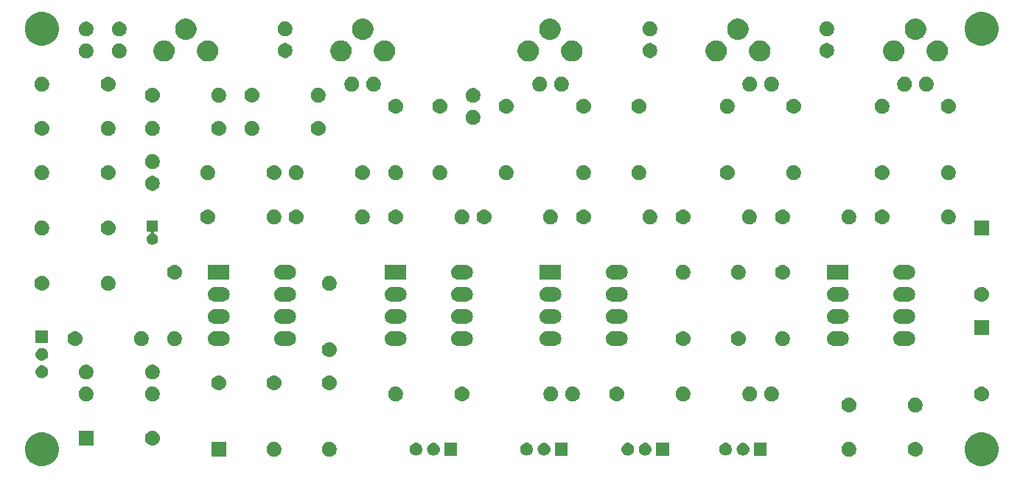
<source format=gbr>
G04 #@! TF.GenerationSoftware,KiCad,Pcbnew,(5.1.0-0)*
G04 #@! TF.CreationDate,2019-04-02T13:27:10-07:00*
G04 #@! TF.ProjectId,Pre-amp,5072652d-616d-4702-9e6b-696361645f70,rev?*
G04 #@! TF.SameCoordinates,Original*
G04 #@! TF.FileFunction,Soldermask,Top*
G04 #@! TF.FilePolarity,Negative*
%FSLAX46Y46*%
G04 Gerber Fmt 4.6, Leading zero omitted, Abs format (unit mm)*
G04 Created by KiCad (PCBNEW (5.1.0-0)) date 2019-04-02 13:27:10*
%MOMM*%
%LPD*%
G04 APERTURE LIST*
%ADD10C,0.100000*%
G04 APERTURE END LIST*
D10*
G36*
X161859085Y-97183975D02*
G01*
X162214143Y-97331045D01*
X162214145Y-97331046D01*
X162533690Y-97544559D01*
X162805441Y-97816310D01*
X162899330Y-97956825D01*
X163018955Y-98135857D01*
X163166025Y-98490915D01*
X163241000Y-98867842D01*
X163241000Y-99252158D01*
X163166025Y-99629085D01*
X163062798Y-99878297D01*
X163018954Y-99984145D01*
X162805441Y-100303690D01*
X162533690Y-100575441D01*
X162214145Y-100788954D01*
X162214144Y-100788955D01*
X162214143Y-100788955D01*
X161859085Y-100936025D01*
X161482158Y-101011000D01*
X161097842Y-101011000D01*
X160720915Y-100936025D01*
X160365857Y-100788955D01*
X160365856Y-100788955D01*
X160365855Y-100788954D01*
X160046310Y-100575441D01*
X159774559Y-100303690D01*
X159561046Y-99984145D01*
X159517202Y-99878297D01*
X159413975Y-99629085D01*
X159339000Y-99252158D01*
X159339000Y-98867842D01*
X159413975Y-98490915D01*
X159561045Y-98135857D01*
X159680670Y-97956825D01*
X159774559Y-97816310D01*
X160046310Y-97544559D01*
X160365855Y-97331046D01*
X160365857Y-97331045D01*
X160720915Y-97183975D01*
X161097842Y-97109000D01*
X161482158Y-97109000D01*
X161859085Y-97183975D01*
X161859085Y-97183975D01*
G37*
G36*
X53909085Y-97183975D02*
G01*
X54264143Y-97331045D01*
X54264145Y-97331046D01*
X54583690Y-97544559D01*
X54855441Y-97816310D01*
X54949330Y-97956825D01*
X55068955Y-98135857D01*
X55216025Y-98490915D01*
X55291000Y-98867842D01*
X55291000Y-99252158D01*
X55216025Y-99629085D01*
X55112798Y-99878297D01*
X55068954Y-99984145D01*
X54855441Y-100303690D01*
X54583690Y-100575441D01*
X54264145Y-100788954D01*
X54264144Y-100788955D01*
X54264143Y-100788955D01*
X53909085Y-100936025D01*
X53532158Y-101011000D01*
X53147842Y-101011000D01*
X52770915Y-100936025D01*
X52415857Y-100788955D01*
X52415856Y-100788955D01*
X52415855Y-100788954D01*
X52096310Y-100575441D01*
X51824559Y-100303690D01*
X51611046Y-99984145D01*
X51567202Y-99878297D01*
X51463975Y-99629085D01*
X51389000Y-99252158D01*
X51389000Y-98867842D01*
X51463975Y-98490915D01*
X51611045Y-98135857D01*
X51730670Y-97956825D01*
X51824559Y-97816310D01*
X52096310Y-97544559D01*
X52415855Y-97331046D01*
X52415857Y-97331045D01*
X52770915Y-97183975D01*
X53147842Y-97109000D01*
X53532158Y-97109000D01*
X53909085Y-97183975D01*
X53909085Y-97183975D01*
G37*
G36*
X86608228Y-98241703D02*
G01*
X86763100Y-98305853D01*
X86902481Y-98398985D01*
X87021015Y-98517519D01*
X87114147Y-98656900D01*
X87178297Y-98811772D01*
X87211000Y-98976184D01*
X87211000Y-99143816D01*
X87178297Y-99308228D01*
X87114147Y-99463100D01*
X87021015Y-99602481D01*
X86902481Y-99721015D01*
X86763100Y-99814147D01*
X86608228Y-99878297D01*
X86443816Y-99911000D01*
X86276184Y-99911000D01*
X86111772Y-99878297D01*
X85956900Y-99814147D01*
X85817519Y-99721015D01*
X85698985Y-99602481D01*
X85605853Y-99463100D01*
X85541703Y-99308228D01*
X85509000Y-99143816D01*
X85509000Y-98976184D01*
X85541703Y-98811772D01*
X85605853Y-98656900D01*
X85698985Y-98517519D01*
X85817519Y-98398985D01*
X85956900Y-98305853D01*
X86111772Y-98241703D01*
X86276184Y-98209000D01*
X86443816Y-98209000D01*
X86608228Y-98241703D01*
X86608228Y-98241703D01*
G37*
G36*
X80258228Y-98241703D02*
G01*
X80413100Y-98305853D01*
X80552481Y-98398985D01*
X80671015Y-98517519D01*
X80764147Y-98656900D01*
X80828297Y-98811772D01*
X80861000Y-98976184D01*
X80861000Y-99143816D01*
X80828297Y-99308228D01*
X80764147Y-99463100D01*
X80671015Y-99602481D01*
X80552481Y-99721015D01*
X80413100Y-99814147D01*
X80258228Y-99878297D01*
X80093816Y-99911000D01*
X79926184Y-99911000D01*
X79761772Y-99878297D01*
X79606900Y-99814147D01*
X79467519Y-99721015D01*
X79348985Y-99602481D01*
X79255853Y-99463100D01*
X79191703Y-99308228D01*
X79159000Y-99143816D01*
X79159000Y-98976184D01*
X79191703Y-98811772D01*
X79255853Y-98656900D01*
X79348985Y-98517519D01*
X79467519Y-98398985D01*
X79606900Y-98305853D01*
X79761772Y-98241703D01*
X79926184Y-98209000D01*
X80093816Y-98209000D01*
X80258228Y-98241703D01*
X80258228Y-98241703D01*
G37*
G36*
X74511000Y-99911000D02*
G01*
X72809000Y-99911000D01*
X72809000Y-98209000D01*
X74511000Y-98209000D01*
X74511000Y-99911000D01*
X74511000Y-99911000D01*
G37*
G36*
X153836823Y-98221313D02*
G01*
X153997242Y-98269976D01*
X154064361Y-98305852D01*
X154145078Y-98348996D01*
X154200718Y-98394659D01*
X154274659Y-98455341D01*
X154381005Y-98584923D01*
X154460024Y-98732758D01*
X154508687Y-98893177D01*
X154525117Y-99060000D01*
X154508687Y-99226823D01*
X154460024Y-99387242D01*
X154419477Y-99463100D01*
X154381004Y-99535078D01*
X154274659Y-99664659D01*
X154145078Y-99771004D01*
X154145076Y-99771005D01*
X153997242Y-99850024D01*
X153836823Y-99898687D01*
X153711804Y-99911000D01*
X153628196Y-99911000D01*
X153503177Y-99898687D01*
X153342758Y-99850024D01*
X153194924Y-99771005D01*
X153194922Y-99771004D01*
X153065341Y-99664659D01*
X152958996Y-99535078D01*
X152920523Y-99463100D01*
X152879976Y-99387242D01*
X152831313Y-99226823D01*
X152814883Y-99060000D01*
X152831313Y-98893177D01*
X152879976Y-98732758D01*
X152958995Y-98584923D01*
X153065341Y-98455341D01*
X153139282Y-98394659D01*
X153194922Y-98348996D01*
X153275639Y-98305852D01*
X153342758Y-98269976D01*
X153503177Y-98221313D01*
X153628196Y-98209000D01*
X153711804Y-98209000D01*
X153836823Y-98221313D01*
X153836823Y-98221313D01*
G37*
G36*
X146298228Y-98241703D02*
G01*
X146453100Y-98305853D01*
X146592481Y-98398985D01*
X146711015Y-98517519D01*
X146804147Y-98656900D01*
X146868297Y-98811772D01*
X146901000Y-98976184D01*
X146901000Y-99143816D01*
X146868297Y-99308228D01*
X146804147Y-99463100D01*
X146711015Y-99602481D01*
X146592481Y-99721015D01*
X146453100Y-99814147D01*
X146298228Y-99878297D01*
X146133816Y-99911000D01*
X145966184Y-99911000D01*
X145801772Y-99878297D01*
X145646900Y-99814147D01*
X145507519Y-99721015D01*
X145388985Y-99602481D01*
X145295853Y-99463100D01*
X145231703Y-99308228D01*
X145199000Y-99143816D01*
X145199000Y-98976184D01*
X145231703Y-98811772D01*
X145295853Y-98656900D01*
X145388985Y-98517519D01*
X145507519Y-98398985D01*
X145646900Y-98305853D01*
X145801772Y-98241703D01*
X145966184Y-98209000D01*
X146133816Y-98209000D01*
X146298228Y-98241703D01*
X146298228Y-98241703D01*
G37*
G36*
X111101213Y-98337502D02*
G01*
X111172321Y-98344505D01*
X111309172Y-98386019D01*
X111309175Y-98386020D01*
X111435294Y-98453432D01*
X111545843Y-98544157D01*
X111636568Y-98654706D01*
X111703980Y-98780825D01*
X111703981Y-98780828D01*
X111745495Y-98917679D01*
X111759512Y-99060000D01*
X111745495Y-99202321D01*
X111703981Y-99339172D01*
X111703980Y-99339175D01*
X111636568Y-99465294D01*
X111545843Y-99575843D01*
X111435294Y-99666568D01*
X111309175Y-99733980D01*
X111309172Y-99733981D01*
X111172321Y-99775495D01*
X111101213Y-99782498D01*
X111065660Y-99786000D01*
X110994340Y-99786000D01*
X110958787Y-99782498D01*
X110887679Y-99775495D01*
X110750828Y-99733981D01*
X110750825Y-99733980D01*
X110624706Y-99666568D01*
X110514157Y-99575843D01*
X110423432Y-99465294D01*
X110356020Y-99339175D01*
X110356019Y-99339172D01*
X110314505Y-99202321D01*
X110300488Y-99060000D01*
X110314505Y-98917679D01*
X110356019Y-98780828D01*
X110356020Y-98780825D01*
X110423432Y-98654706D01*
X110514157Y-98544157D01*
X110624706Y-98453432D01*
X110750825Y-98386020D01*
X110750828Y-98386019D01*
X110887679Y-98344505D01*
X110958787Y-98337502D01*
X110994340Y-98334000D01*
X111065660Y-98334000D01*
X111101213Y-98337502D01*
X111101213Y-98337502D01*
G37*
G36*
X109101213Y-98337502D02*
G01*
X109172321Y-98344505D01*
X109309172Y-98386019D01*
X109309175Y-98386020D01*
X109435294Y-98453432D01*
X109545843Y-98544157D01*
X109636568Y-98654706D01*
X109703980Y-98780825D01*
X109703981Y-98780828D01*
X109745495Y-98917679D01*
X109759512Y-99060000D01*
X109745495Y-99202321D01*
X109703981Y-99339172D01*
X109703980Y-99339175D01*
X109636568Y-99465294D01*
X109545843Y-99575843D01*
X109435294Y-99666568D01*
X109309175Y-99733980D01*
X109309172Y-99733981D01*
X109172321Y-99775495D01*
X109101213Y-99782498D01*
X109065660Y-99786000D01*
X108994340Y-99786000D01*
X108958787Y-99782498D01*
X108887679Y-99775495D01*
X108750828Y-99733981D01*
X108750825Y-99733980D01*
X108624706Y-99666568D01*
X108514157Y-99575843D01*
X108423432Y-99465294D01*
X108356020Y-99339175D01*
X108356019Y-99339172D01*
X108314505Y-99202321D01*
X108300488Y-99060000D01*
X108314505Y-98917679D01*
X108356019Y-98780828D01*
X108356020Y-98780825D01*
X108423432Y-98654706D01*
X108514157Y-98544157D01*
X108624706Y-98453432D01*
X108750825Y-98386020D01*
X108750828Y-98386019D01*
X108887679Y-98344505D01*
X108958787Y-98337502D01*
X108994340Y-98334000D01*
X109065660Y-98334000D01*
X109101213Y-98337502D01*
X109101213Y-98337502D01*
G37*
G36*
X101056000Y-99786000D02*
G01*
X99604000Y-99786000D01*
X99604000Y-98334000D01*
X101056000Y-98334000D01*
X101056000Y-99786000D01*
X101056000Y-99786000D01*
G37*
G36*
X98401213Y-98337502D02*
G01*
X98472321Y-98344505D01*
X98609172Y-98386019D01*
X98609175Y-98386020D01*
X98735294Y-98453432D01*
X98845843Y-98544157D01*
X98936568Y-98654706D01*
X99003980Y-98780825D01*
X99003981Y-98780828D01*
X99045495Y-98917679D01*
X99059512Y-99060000D01*
X99045495Y-99202321D01*
X99003981Y-99339172D01*
X99003980Y-99339175D01*
X98936568Y-99465294D01*
X98845843Y-99575843D01*
X98735294Y-99666568D01*
X98609175Y-99733980D01*
X98609172Y-99733981D01*
X98472321Y-99775495D01*
X98401213Y-99782498D01*
X98365660Y-99786000D01*
X98294340Y-99786000D01*
X98258787Y-99782498D01*
X98187679Y-99775495D01*
X98050828Y-99733981D01*
X98050825Y-99733980D01*
X97924706Y-99666568D01*
X97814157Y-99575843D01*
X97723432Y-99465294D01*
X97656020Y-99339175D01*
X97656019Y-99339172D01*
X97614505Y-99202321D01*
X97600488Y-99060000D01*
X97614505Y-98917679D01*
X97656019Y-98780828D01*
X97656020Y-98780825D01*
X97723432Y-98654706D01*
X97814157Y-98544157D01*
X97924706Y-98453432D01*
X98050825Y-98386020D01*
X98050828Y-98386019D01*
X98187679Y-98344505D01*
X98258787Y-98337502D01*
X98294340Y-98334000D01*
X98365660Y-98334000D01*
X98401213Y-98337502D01*
X98401213Y-98337502D01*
G37*
G36*
X96401213Y-98337502D02*
G01*
X96472321Y-98344505D01*
X96609172Y-98386019D01*
X96609175Y-98386020D01*
X96735294Y-98453432D01*
X96845843Y-98544157D01*
X96936568Y-98654706D01*
X97003980Y-98780825D01*
X97003981Y-98780828D01*
X97045495Y-98917679D01*
X97059512Y-99060000D01*
X97045495Y-99202321D01*
X97003981Y-99339172D01*
X97003980Y-99339175D01*
X96936568Y-99465294D01*
X96845843Y-99575843D01*
X96735294Y-99666568D01*
X96609175Y-99733980D01*
X96609172Y-99733981D01*
X96472321Y-99775495D01*
X96401213Y-99782498D01*
X96365660Y-99786000D01*
X96294340Y-99786000D01*
X96258787Y-99782498D01*
X96187679Y-99775495D01*
X96050828Y-99733981D01*
X96050825Y-99733980D01*
X95924706Y-99666568D01*
X95814157Y-99575843D01*
X95723432Y-99465294D01*
X95656020Y-99339175D01*
X95656019Y-99339172D01*
X95614505Y-99202321D01*
X95600488Y-99060000D01*
X95614505Y-98917679D01*
X95656019Y-98780828D01*
X95656020Y-98780825D01*
X95723432Y-98654706D01*
X95814157Y-98544157D01*
X95924706Y-98453432D01*
X96050825Y-98386020D01*
X96050828Y-98386019D01*
X96187679Y-98344505D01*
X96258787Y-98337502D01*
X96294340Y-98334000D01*
X96365660Y-98334000D01*
X96401213Y-98337502D01*
X96401213Y-98337502D01*
G37*
G36*
X136616000Y-99786000D02*
G01*
X135164000Y-99786000D01*
X135164000Y-98334000D01*
X136616000Y-98334000D01*
X136616000Y-99786000D01*
X136616000Y-99786000D01*
G37*
G36*
X133961213Y-98337502D02*
G01*
X134032321Y-98344505D01*
X134169172Y-98386019D01*
X134169175Y-98386020D01*
X134295294Y-98453432D01*
X134405843Y-98544157D01*
X134496568Y-98654706D01*
X134563980Y-98780825D01*
X134563981Y-98780828D01*
X134605495Y-98917679D01*
X134619512Y-99060000D01*
X134605495Y-99202321D01*
X134563981Y-99339172D01*
X134563980Y-99339175D01*
X134496568Y-99465294D01*
X134405843Y-99575843D01*
X134295294Y-99666568D01*
X134169175Y-99733980D01*
X134169172Y-99733981D01*
X134032321Y-99775495D01*
X133961213Y-99782498D01*
X133925660Y-99786000D01*
X133854340Y-99786000D01*
X133818787Y-99782498D01*
X133747679Y-99775495D01*
X133610828Y-99733981D01*
X133610825Y-99733980D01*
X133484706Y-99666568D01*
X133374157Y-99575843D01*
X133283432Y-99465294D01*
X133216020Y-99339175D01*
X133216019Y-99339172D01*
X133174505Y-99202321D01*
X133160488Y-99060000D01*
X133174505Y-98917679D01*
X133216019Y-98780828D01*
X133216020Y-98780825D01*
X133283432Y-98654706D01*
X133374157Y-98544157D01*
X133484706Y-98453432D01*
X133610825Y-98386020D01*
X133610828Y-98386019D01*
X133747679Y-98344505D01*
X133818787Y-98337502D01*
X133854340Y-98334000D01*
X133925660Y-98334000D01*
X133961213Y-98337502D01*
X133961213Y-98337502D01*
G37*
G36*
X113756000Y-99786000D02*
G01*
X112304000Y-99786000D01*
X112304000Y-98334000D01*
X113756000Y-98334000D01*
X113756000Y-99786000D01*
X113756000Y-99786000D01*
G37*
G36*
X120721213Y-98337502D02*
G01*
X120792321Y-98344505D01*
X120929172Y-98386019D01*
X120929175Y-98386020D01*
X121055294Y-98453432D01*
X121165843Y-98544157D01*
X121256568Y-98654706D01*
X121323980Y-98780825D01*
X121323981Y-98780828D01*
X121365495Y-98917679D01*
X121379512Y-99060000D01*
X121365495Y-99202321D01*
X121323981Y-99339172D01*
X121323980Y-99339175D01*
X121256568Y-99465294D01*
X121165843Y-99575843D01*
X121055294Y-99666568D01*
X120929175Y-99733980D01*
X120929172Y-99733981D01*
X120792321Y-99775495D01*
X120721213Y-99782498D01*
X120685660Y-99786000D01*
X120614340Y-99786000D01*
X120578787Y-99782498D01*
X120507679Y-99775495D01*
X120370828Y-99733981D01*
X120370825Y-99733980D01*
X120244706Y-99666568D01*
X120134157Y-99575843D01*
X120043432Y-99465294D01*
X119976020Y-99339175D01*
X119976019Y-99339172D01*
X119934505Y-99202321D01*
X119920488Y-99060000D01*
X119934505Y-98917679D01*
X119976019Y-98780828D01*
X119976020Y-98780825D01*
X120043432Y-98654706D01*
X120134157Y-98544157D01*
X120244706Y-98453432D01*
X120370825Y-98386020D01*
X120370828Y-98386019D01*
X120507679Y-98344505D01*
X120578787Y-98337502D01*
X120614340Y-98334000D01*
X120685660Y-98334000D01*
X120721213Y-98337502D01*
X120721213Y-98337502D01*
G37*
G36*
X122721213Y-98337502D02*
G01*
X122792321Y-98344505D01*
X122929172Y-98386019D01*
X122929175Y-98386020D01*
X123055294Y-98453432D01*
X123165843Y-98544157D01*
X123256568Y-98654706D01*
X123323980Y-98780825D01*
X123323981Y-98780828D01*
X123365495Y-98917679D01*
X123379512Y-99060000D01*
X123365495Y-99202321D01*
X123323981Y-99339172D01*
X123323980Y-99339175D01*
X123256568Y-99465294D01*
X123165843Y-99575843D01*
X123055294Y-99666568D01*
X122929175Y-99733980D01*
X122929172Y-99733981D01*
X122792321Y-99775495D01*
X122721213Y-99782498D01*
X122685660Y-99786000D01*
X122614340Y-99786000D01*
X122578787Y-99782498D01*
X122507679Y-99775495D01*
X122370828Y-99733981D01*
X122370825Y-99733980D01*
X122244706Y-99666568D01*
X122134157Y-99575843D01*
X122043432Y-99465294D01*
X121976020Y-99339175D01*
X121976019Y-99339172D01*
X121934505Y-99202321D01*
X121920488Y-99060000D01*
X121934505Y-98917679D01*
X121976019Y-98780828D01*
X121976020Y-98780825D01*
X122043432Y-98654706D01*
X122134157Y-98544157D01*
X122244706Y-98453432D01*
X122370825Y-98386020D01*
X122370828Y-98386019D01*
X122507679Y-98344505D01*
X122578787Y-98337502D01*
X122614340Y-98334000D01*
X122685660Y-98334000D01*
X122721213Y-98337502D01*
X122721213Y-98337502D01*
G37*
G36*
X125376000Y-99786000D02*
G01*
X123924000Y-99786000D01*
X123924000Y-98334000D01*
X125376000Y-98334000D01*
X125376000Y-99786000D01*
X125376000Y-99786000D01*
G37*
G36*
X131961213Y-98337502D02*
G01*
X132032321Y-98344505D01*
X132169172Y-98386019D01*
X132169175Y-98386020D01*
X132295294Y-98453432D01*
X132405843Y-98544157D01*
X132496568Y-98654706D01*
X132563980Y-98780825D01*
X132563981Y-98780828D01*
X132605495Y-98917679D01*
X132619512Y-99060000D01*
X132605495Y-99202321D01*
X132563981Y-99339172D01*
X132563980Y-99339175D01*
X132496568Y-99465294D01*
X132405843Y-99575843D01*
X132295294Y-99666568D01*
X132169175Y-99733980D01*
X132169172Y-99733981D01*
X132032321Y-99775495D01*
X131961213Y-99782498D01*
X131925660Y-99786000D01*
X131854340Y-99786000D01*
X131818787Y-99782498D01*
X131747679Y-99775495D01*
X131610828Y-99733981D01*
X131610825Y-99733980D01*
X131484706Y-99666568D01*
X131374157Y-99575843D01*
X131283432Y-99465294D01*
X131216020Y-99339175D01*
X131216019Y-99339172D01*
X131174505Y-99202321D01*
X131160488Y-99060000D01*
X131174505Y-98917679D01*
X131216019Y-98780828D01*
X131216020Y-98780825D01*
X131283432Y-98654706D01*
X131374157Y-98544157D01*
X131484706Y-98453432D01*
X131610825Y-98386020D01*
X131610828Y-98386019D01*
X131747679Y-98344505D01*
X131818787Y-98337502D01*
X131854340Y-98334000D01*
X131925660Y-98334000D01*
X131961213Y-98337502D01*
X131961213Y-98337502D01*
G37*
G36*
X59271000Y-98641000D02*
G01*
X57569000Y-98641000D01*
X57569000Y-96939000D01*
X59271000Y-96939000D01*
X59271000Y-98641000D01*
X59271000Y-98641000D01*
G37*
G36*
X66206823Y-96951313D02*
G01*
X66367242Y-96999976D01*
X66499906Y-97070886D01*
X66515078Y-97078996D01*
X66644659Y-97185341D01*
X66751004Y-97314922D01*
X66751005Y-97314924D01*
X66830024Y-97462758D01*
X66878687Y-97623177D01*
X66895117Y-97790000D01*
X66878687Y-97956823D01*
X66830024Y-98117242D01*
X66820075Y-98135855D01*
X66751004Y-98265078D01*
X66644659Y-98394659D01*
X66515078Y-98501004D01*
X66515076Y-98501005D01*
X66367242Y-98580024D01*
X66206823Y-98628687D01*
X66081804Y-98641000D01*
X65998196Y-98641000D01*
X65873177Y-98628687D01*
X65712758Y-98580024D01*
X65564924Y-98501005D01*
X65564922Y-98501004D01*
X65435341Y-98394659D01*
X65328996Y-98265078D01*
X65259925Y-98135855D01*
X65249976Y-98117242D01*
X65201313Y-97956823D01*
X65184883Y-97790000D01*
X65201313Y-97623177D01*
X65249976Y-97462758D01*
X65328995Y-97314924D01*
X65328996Y-97314922D01*
X65435341Y-97185341D01*
X65564922Y-97078996D01*
X65580094Y-97070886D01*
X65712758Y-96999976D01*
X65873177Y-96951313D01*
X65998196Y-96939000D01*
X66081804Y-96939000D01*
X66206823Y-96951313D01*
X66206823Y-96951313D01*
G37*
G36*
X153918228Y-93161703D02*
G01*
X154073100Y-93225853D01*
X154212481Y-93318985D01*
X154331015Y-93437519D01*
X154424147Y-93576900D01*
X154488297Y-93731772D01*
X154521000Y-93896184D01*
X154521000Y-94063816D01*
X154488297Y-94228228D01*
X154424147Y-94383100D01*
X154331015Y-94522481D01*
X154212481Y-94641015D01*
X154073100Y-94734147D01*
X153918228Y-94798297D01*
X153753816Y-94831000D01*
X153586184Y-94831000D01*
X153421772Y-94798297D01*
X153266900Y-94734147D01*
X153127519Y-94641015D01*
X153008985Y-94522481D01*
X152915853Y-94383100D01*
X152851703Y-94228228D01*
X152819000Y-94063816D01*
X152819000Y-93896184D01*
X152851703Y-93731772D01*
X152915853Y-93576900D01*
X153008985Y-93437519D01*
X153127519Y-93318985D01*
X153266900Y-93225853D01*
X153421772Y-93161703D01*
X153586184Y-93129000D01*
X153753816Y-93129000D01*
X153918228Y-93161703D01*
X153918228Y-93161703D01*
G37*
G36*
X146216823Y-93141313D02*
G01*
X146377242Y-93189976D01*
X146509906Y-93260886D01*
X146525078Y-93268996D01*
X146654659Y-93375341D01*
X146761004Y-93504922D01*
X146761005Y-93504924D01*
X146840024Y-93652758D01*
X146888687Y-93813177D01*
X146905117Y-93980000D01*
X146888687Y-94146823D01*
X146840024Y-94307242D01*
X146799477Y-94383100D01*
X146761004Y-94455078D01*
X146654659Y-94584659D01*
X146525078Y-94691004D01*
X146525076Y-94691005D01*
X146377242Y-94770024D01*
X146216823Y-94818687D01*
X146091804Y-94831000D01*
X146008196Y-94831000D01*
X145883177Y-94818687D01*
X145722758Y-94770024D01*
X145574924Y-94691005D01*
X145574922Y-94691004D01*
X145445341Y-94584659D01*
X145338996Y-94455078D01*
X145300523Y-94383100D01*
X145259976Y-94307242D01*
X145211313Y-94146823D01*
X145194883Y-93980000D01*
X145211313Y-93813177D01*
X145259976Y-93652758D01*
X145338995Y-93504924D01*
X145338996Y-93504922D01*
X145445341Y-93375341D01*
X145574922Y-93268996D01*
X145590094Y-93260886D01*
X145722758Y-93189976D01*
X145883177Y-93141313D01*
X146008196Y-93129000D01*
X146091804Y-93129000D01*
X146216823Y-93141313D01*
X146216823Y-93141313D01*
G37*
G36*
X66288228Y-91891703D02*
G01*
X66443100Y-91955853D01*
X66582481Y-92048985D01*
X66701015Y-92167519D01*
X66794147Y-92306900D01*
X66858297Y-92461772D01*
X66891000Y-92626184D01*
X66891000Y-92793816D01*
X66858297Y-92958228D01*
X66794147Y-93113100D01*
X66701015Y-93252481D01*
X66582481Y-93371015D01*
X66443100Y-93464147D01*
X66288228Y-93528297D01*
X66123816Y-93561000D01*
X65956184Y-93561000D01*
X65791772Y-93528297D01*
X65636900Y-93464147D01*
X65497519Y-93371015D01*
X65378985Y-93252481D01*
X65285853Y-93113100D01*
X65221703Y-92958228D01*
X65189000Y-92793816D01*
X65189000Y-92626184D01*
X65221703Y-92461772D01*
X65285853Y-92306900D01*
X65378985Y-92167519D01*
X65497519Y-92048985D01*
X65636900Y-91955853D01*
X65791772Y-91891703D01*
X65956184Y-91859000D01*
X66123816Y-91859000D01*
X66288228Y-91891703D01*
X66288228Y-91891703D01*
G37*
G36*
X161456823Y-91871313D02*
G01*
X161617242Y-91919976D01*
X161684361Y-91955852D01*
X161765078Y-91998996D01*
X161894659Y-92105341D01*
X162001004Y-92234922D01*
X162001005Y-92234924D01*
X162080024Y-92382758D01*
X162128687Y-92543177D01*
X162145117Y-92710000D01*
X162128687Y-92876823D01*
X162080024Y-93037242D01*
X162039477Y-93113100D01*
X162001004Y-93185078D01*
X161894659Y-93314659D01*
X161765078Y-93421004D01*
X161765076Y-93421005D01*
X161617242Y-93500024D01*
X161456823Y-93548687D01*
X161331804Y-93561000D01*
X161248196Y-93561000D01*
X161123177Y-93548687D01*
X160962758Y-93500024D01*
X160814924Y-93421005D01*
X160814922Y-93421004D01*
X160685341Y-93314659D01*
X160578996Y-93185078D01*
X160540523Y-93113100D01*
X160499976Y-93037242D01*
X160451313Y-92876823D01*
X160434883Y-92710000D01*
X160451313Y-92543177D01*
X160499976Y-92382758D01*
X160578995Y-92234924D01*
X160578996Y-92234922D01*
X160685341Y-92105341D01*
X160814922Y-91998996D01*
X160895639Y-91955852D01*
X160962758Y-91919976D01*
X161123177Y-91871313D01*
X161248196Y-91859000D01*
X161331804Y-91859000D01*
X161456823Y-91871313D01*
X161456823Y-91871313D01*
G37*
G36*
X94228228Y-91891703D02*
G01*
X94383100Y-91955853D01*
X94522481Y-92048985D01*
X94641015Y-92167519D01*
X94734147Y-92306900D01*
X94798297Y-92461772D01*
X94831000Y-92626184D01*
X94831000Y-92793816D01*
X94798297Y-92958228D01*
X94734147Y-93113100D01*
X94641015Y-93252481D01*
X94522481Y-93371015D01*
X94383100Y-93464147D01*
X94228228Y-93528297D01*
X94063816Y-93561000D01*
X93896184Y-93561000D01*
X93731772Y-93528297D01*
X93576900Y-93464147D01*
X93437519Y-93371015D01*
X93318985Y-93252481D01*
X93225853Y-93113100D01*
X93161703Y-92958228D01*
X93129000Y-92793816D01*
X93129000Y-92626184D01*
X93161703Y-92461772D01*
X93225853Y-92306900D01*
X93318985Y-92167519D01*
X93437519Y-92048985D01*
X93576900Y-91955853D01*
X93731772Y-91891703D01*
X93896184Y-91859000D01*
X94063816Y-91859000D01*
X94228228Y-91891703D01*
X94228228Y-91891703D01*
G37*
G36*
X101766823Y-91871313D02*
G01*
X101927242Y-91919976D01*
X101994361Y-91955852D01*
X102075078Y-91998996D01*
X102204659Y-92105341D01*
X102311004Y-92234922D01*
X102311005Y-92234924D01*
X102390024Y-92382758D01*
X102438687Y-92543177D01*
X102455117Y-92710000D01*
X102438687Y-92876823D01*
X102390024Y-93037242D01*
X102349477Y-93113100D01*
X102311004Y-93185078D01*
X102204659Y-93314659D01*
X102075078Y-93421004D01*
X102075076Y-93421005D01*
X101927242Y-93500024D01*
X101766823Y-93548687D01*
X101641804Y-93561000D01*
X101558196Y-93561000D01*
X101433177Y-93548687D01*
X101272758Y-93500024D01*
X101124924Y-93421005D01*
X101124922Y-93421004D01*
X100995341Y-93314659D01*
X100888996Y-93185078D01*
X100850523Y-93113100D01*
X100809976Y-93037242D01*
X100761313Y-92876823D01*
X100744883Y-92710000D01*
X100761313Y-92543177D01*
X100809976Y-92382758D01*
X100888995Y-92234924D01*
X100888996Y-92234922D01*
X100995341Y-92105341D01*
X101124922Y-91998996D01*
X101205639Y-91955852D01*
X101272758Y-91919976D01*
X101433177Y-91871313D01*
X101558196Y-91859000D01*
X101641804Y-91859000D01*
X101766823Y-91871313D01*
X101766823Y-91871313D01*
G37*
G36*
X119546823Y-91871313D02*
G01*
X119707242Y-91919976D01*
X119774361Y-91955852D01*
X119855078Y-91998996D01*
X119984659Y-92105341D01*
X120091004Y-92234922D01*
X120091005Y-92234924D01*
X120170024Y-92382758D01*
X120218687Y-92543177D01*
X120235117Y-92710000D01*
X120218687Y-92876823D01*
X120170024Y-93037242D01*
X120129477Y-93113100D01*
X120091004Y-93185078D01*
X119984659Y-93314659D01*
X119855078Y-93421004D01*
X119855076Y-93421005D01*
X119707242Y-93500024D01*
X119546823Y-93548687D01*
X119421804Y-93561000D01*
X119338196Y-93561000D01*
X119213177Y-93548687D01*
X119052758Y-93500024D01*
X118904924Y-93421005D01*
X118904922Y-93421004D01*
X118775341Y-93314659D01*
X118668996Y-93185078D01*
X118630523Y-93113100D01*
X118589976Y-93037242D01*
X118541313Y-92876823D01*
X118524883Y-92710000D01*
X118541313Y-92543177D01*
X118589976Y-92382758D01*
X118668995Y-92234924D01*
X118668996Y-92234922D01*
X118775341Y-92105341D01*
X118904922Y-91998996D01*
X118985639Y-91955852D01*
X119052758Y-91919976D01*
X119213177Y-91871313D01*
X119338196Y-91859000D01*
X119421804Y-91859000D01*
X119546823Y-91871313D01*
X119546823Y-91871313D01*
G37*
G36*
X127248228Y-91891703D02*
G01*
X127403100Y-91955853D01*
X127542481Y-92048985D01*
X127661015Y-92167519D01*
X127754147Y-92306900D01*
X127818297Y-92461772D01*
X127851000Y-92626184D01*
X127851000Y-92793816D01*
X127818297Y-92958228D01*
X127754147Y-93113100D01*
X127661015Y-93252481D01*
X127542481Y-93371015D01*
X127403100Y-93464147D01*
X127248228Y-93528297D01*
X127083816Y-93561000D01*
X126916184Y-93561000D01*
X126751772Y-93528297D01*
X126596900Y-93464147D01*
X126457519Y-93371015D01*
X126338985Y-93252481D01*
X126245853Y-93113100D01*
X126181703Y-92958228D01*
X126149000Y-92793816D01*
X126149000Y-92626184D01*
X126181703Y-92461772D01*
X126245853Y-92306900D01*
X126338985Y-92167519D01*
X126457519Y-92048985D01*
X126596900Y-91955853D01*
X126751772Y-91891703D01*
X126916184Y-91859000D01*
X127083816Y-91859000D01*
X127248228Y-91891703D01*
X127248228Y-91891703D01*
G37*
G36*
X137408228Y-91891703D02*
G01*
X137563100Y-91955853D01*
X137702481Y-92048985D01*
X137821015Y-92167519D01*
X137914147Y-92306900D01*
X137978297Y-92461772D01*
X138011000Y-92626184D01*
X138011000Y-92793816D01*
X137978297Y-92958228D01*
X137914147Y-93113100D01*
X137821015Y-93252481D01*
X137702481Y-93371015D01*
X137563100Y-93464147D01*
X137408228Y-93528297D01*
X137243816Y-93561000D01*
X137076184Y-93561000D01*
X136911772Y-93528297D01*
X136756900Y-93464147D01*
X136617519Y-93371015D01*
X136498985Y-93252481D01*
X136405853Y-93113100D01*
X136341703Y-92958228D01*
X136309000Y-92793816D01*
X136309000Y-92626184D01*
X136341703Y-92461772D01*
X136405853Y-92306900D01*
X136498985Y-92167519D01*
X136617519Y-92048985D01*
X136756900Y-91955853D01*
X136911772Y-91891703D01*
X137076184Y-91859000D01*
X137243816Y-91859000D01*
X137408228Y-91891703D01*
X137408228Y-91891703D01*
G37*
G36*
X134908228Y-91891703D02*
G01*
X135063100Y-91955853D01*
X135202481Y-92048985D01*
X135321015Y-92167519D01*
X135414147Y-92306900D01*
X135478297Y-92461772D01*
X135511000Y-92626184D01*
X135511000Y-92793816D01*
X135478297Y-92958228D01*
X135414147Y-93113100D01*
X135321015Y-93252481D01*
X135202481Y-93371015D01*
X135063100Y-93464147D01*
X134908228Y-93528297D01*
X134743816Y-93561000D01*
X134576184Y-93561000D01*
X134411772Y-93528297D01*
X134256900Y-93464147D01*
X134117519Y-93371015D01*
X133998985Y-93252481D01*
X133905853Y-93113100D01*
X133841703Y-92958228D01*
X133809000Y-92793816D01*
X133809000Y-92626184D01*
X133841703Y-92461772D01*
X133905853Y-92306900D01*
X133998985Y-92167519D01*
X134117519Y-92048985D01*
X134256900Y-91955853D01*
X134411772Y-91891703D01*
X134576184Y-91859000D01*
X134743816Y-91859000D01*
X134908228Y-91891703D01*
X134908228Y-91891703D01*
G37*
G36*
X114548228Y-91891703D02*
G01*
X114703100Y-91955853D01*
X114842481Y-92048985D01*
X114961015Y-92167519D01*
X115054147Y-92306900D01*
X115118297Y-92461772D01*
X115151000Y-92626184D01*
X115151000Y-92793816D01*
X115118297Y-92958228D01*
X115054147Y-93113100D01*
X114961015Y-93252481D01*
X114842481Y-93371015D01*
X114703100Y-93464147D01*
X114548228Y-93528297D01*
X114383816Y-93561000D01*
X114216184Y-93561000D01*
X114051772Y-93528297D01*
X113896900Y-93464147D01*
X113757519Y-93371015D01*
X113638985Y-93252481D01*
X113545853Y-93113100D01*
X113481703Y-92958228D01*
X113449000Y-92793816D01*
X113449000Y-92626184D01*
X113481703Y-92461772D01*
X113545853Y-92306900D01*
X113638985Y-92167519D01*
X113757519Y-92048985D01*
X113896900Y-91955853D01*
X114051772Y-91891703D01*
X114216184Y-91859000D01*
X114383816Y-91859000D01*
X114548228Y-91891703D01*
X114548228Y-91891703D01*
G37*
G36*
X58668228Y-91891703D02*
G01*
X58823100Y-91955853D01*
X58962481Y-92048985D01*
X59081015Y-92167519D01*
X59174147Y-92306900D01*
X59238297Y-92461772D01*
X59271000Y-92626184D01*
X59271000Y-92793816D01*
X59238297Y-92958228D01*
X59174147Y-93113100D01*
X59081015Y-93252481D01*
X58962481Y-93371015D01*
X58823100Y-93464147D01*
X58668228Y-93528297D01*
X58503816Y-93561000D01*
X58336184Y-93561000D01*
X58171772Y-93528297D01*
X58016900Y-93464147D01*
X57877519Y-93371015D01*
X57758985Y-93252481D01*
X57665853Y-93113100D01*
X57601703Y-92958228D01*
X57569000Y-92793816D01*
X57569000Y-92626184D01*
X57601703Y-92461772D01*
X57665853Y-92306900D01*
X57758985Y-92167519D01*
X57877519Y-92048985D01*
X58016900Y-91955853D01*
X58171772Y-91891703D01*
X58336184Y-91859000D01*
X58503816Y-91859000D01*
X58668228Y-91891703D01*
X58668228Y-91891703D01*
G37*
G36*
X112048228Y-91891703D02*
G01*
X112203100Y-91955853D01*
X112342481Y-92048985D01*
X112461015Y-92167519D01*
X112554147Y-92306900D01*
X112618297Y-92461772D01*
X112651000Y-92626184D01*
X112651000Y-92793816D01*
X112618297Y-92958228D01*
X112554147Y-93113100D01*
X112461015Y-93252481D01*
X112342481Y-93371015D01*
X112203100Y-93464147D01*
X112048228Y-93528297D01*
X111883816Y-93561000D01*
X111716184Y-93561000D01*
X111551772Y-93528297D01*
X111396900Y-93464147D01*
X111257519Y-93371015D01*
X111138985Y-93252481D01*
X111045853Y-93113100D01*
X110981703Y-92958228D01*
X110949000Y-92793816D01*
X110949000Y-92626184D01*
X110981703Y-92461772D01*
X111045853Y-92306900D01*
X111138985Y-92167519D01*
X111257519Y-92048985D01*
X111396900Y-91955853D01*
X111551772Y-91891703D01*
X111716184Y-91859000D01*
X111883816Y-91859000D01*
X112048228Y-91891703D01*
X112048228Y-91891703D01*
G37*
G36*
X73826823Y-90601313D02*
G01*
X73987242Y-90649976D01*
X74054344Y-90685843D01*
X74135078Y-90728996D01*
X74264659Y-90835341D01*
X74371004Y-90964922D01*
X74371005Y-90964924D01*
X74450024Y-91112758D01*
X74498687Y-91273177D01*
X74515117Y-91440000D01*
X74498687Y-91606823D01*
X74450024Y-91767242D01*
X74400978Y-91859000D01*
X74371004Y-91915078D01*
X74264659Y-92044659D01*
X74135078Y-92151004D01*
X74135076Y-92151005D01*
X73987242Y-92230024D01*
X73826823Y-92278687D01*
X73701804Y-92291000D01*
X73618196Y-92291000D01*
X73493177Y-92278687D01*
X73332758Y-92230024D01*
X73184924Y-92151005D01*
X73184922Y-92151004D01*
X73055341Y-92044659D01*
X72948996Y-91915078D01*
X72919022Y-91859000D01*
X72869976Y-91767242D01*
X72821313Y-91606823D01*
X72804883Y-91440000D01*
X72821313Y-91273177D01*
X72869976Y-91112758D01*
X72948995Y-90964924D01*
X72948996Y-90964922D01*
X73055341Y-90835341D01*
X73184922Y-90728996D01*
X73265656Y-90685843D01*
X73332758Y-90649976D01*
X73493177Y-90601313D01*
X73618196Y-90589000D01*
X73701804Y-90589000D01*
X73826823Y-90601313D01*
X73826823Y-90601313D01*
G37*
G36*
X80176823Y-90601313D02*
G01*
X80337242Y-90649976D01*
X80404344Y-90685843D01*
X80485078Y-90728996D01*
X80614659Y-90835341D01*
X80721004Y-90964922D01*
X80721005Y-90964924D01*
X80800024Y-91112758D01*
X80848687Y-91273177D01*
X80865117Y-91440000D01*
X80848687Y-91606823D01*
X80800024Y-91767242D01*
X80750978Y-91859000D01*
X80721004Y-91915078D01*
X80614659Y-92044659D01*
X80485078Y-92151004D01*
X80485076Y-92151005D01*
X80337242Y-92230024D01*
X80176823Y-92278687D01*
X80051804Y-92291000D01*
X79968196Y-92291000D01*
X79843177Y-92278687D01*
X79682758Y-92230024D01*
X79534924Y-92151005D01*
X79534922Y-92151004D01*
X79405341Y-92044659D01*
X79298996Y-91915078D01*
X79269022Y-91859000D01*
X79219976Y-91767242D01*
X79171313Y-91606823D01*
X79154883Y-91440000D01*
X79171313Y-91273177D01*
X79219976Y-91112758D01*
X79298995Y-90964924D01*
X79298996Y-90964922D01*
X79405341Y-90835341D01*
X79534922Y-90728996D01*
X79615656Y-90685843D01*
X79682758Y-90649976D01*
X79843177Y-90601313D01*
X79968196Y-90589000D01*
X80051804Y-90589000D01*
X80176823Y-90601313D01*
X80176823Y-90601313D01*
G37*
G36*
X86526823Y-90601313D02*
G01*
X86687242Y-90649976D01*
X86754344Y-90685843D01*
X86835078Y-90728996D01*
X86964659Y-90835341D01*
X87071004Y-90964922D01*
X87071005Y-90964924D01*
X87150024Y-91112758D01*
X87198687Y-91273177D01*
X87215117Y-91440000D01*
X87198687Y-91606823D01*
X87150024Y-91767242D01*
X87100978Y-91859000D01*
X87071004Y-91915078D01*
X86964659Y-92044659D01*
X86835078Y-92151004D01*
X86835076Y-92151005D01*
X86687242Y-92230024D01*
X86526823Y-92278687D01*
X86401804Y-92291000D01*
X86318196Y-92291000D01*
X86193177Y-92278687D01*
X86032758Y-92230024D01*
X85884924Y-92151005D01*
X85884922Y-92151004D01*
X85755341Y-92044659D01*
X85648996Y-91915078D01*
X85619022Y-91859000D01*
X85569976Y-91767242D01*
X85521313Y-91606823D01*
X85504883Y-91440000D01*
X85521313Y-91273177D01*
X85569976Y-91112758D01*
X85648995Y-90964924D01*
X85648996Y-90964922D01*
X85755341Y-90835341D01*
X85884922Y-90728996D01*
X85965656Y-90685843D01*
X86032758Y-90649976D01*
X86193177Y-90601313D01*
X86318196Y-90589000D01*
X86401804Y-90589000D01*
X86526823Y-90601313D01*
X86526823Y-90601313D01*
G37*
G36*
X58668228Y-89391703D02*
G01*
X58823100Y-89455853D01*
X58962481Y-89548985D01*
X59081015Y-89667519D01*
X59174147Y-89806900D01*
X59238297Y-89961772D01*
X59271000Y-90126184D01*
X59271000Y-90293816D01*
X59238297Y-90458228D01*
X59174147Y-90613100D01*
X59081015Y-90752481D01*
X58962481Y-90871015D01*
X58823100Y-90964147D01*
X58668228Y-91028297D01*
X58503816Y-91061000D01*
X58336184Y-91061000D01*
X58171772Y-91028297D01*
X58016900Y-90964147D01*
X57877519Y-90871015D01*
X57758985Y-90752481D01*
X57665853Y-90613100D01*
X57601703Y-90458228D01*
X57569000Y-90293816D01*
X57569000Y-90126184D01*
X57601703Y-89961772D01*
X57665853Y-89806900D01*
X57758985Y-89667519D01*
X57877519Y-89548985D01*
X58016900Y-89455853D01*
X58171772Y-89391703D01*
X58336184Y-89359000D01*
X58503816Y-89359000D01*
X58668228Y-89391703D01*
X58668228Y-89391703D01*
G37*
G36*
X66288228Y-89391703D02*
G01*
X66443100Y-89455853D01*
X66582481Y-89548985D01*
X66701015Y-89667519D01*
X66794147Y-89806900D01*
X66858297Y-89961772D01*
X66891000Y-90126184D01*
X66891000Y-90293816D01*
X66858297Y-90458228D01*
X66794147Y-90613100D01*
X66701015Y-90752481D01*
X66582481Y-90871015D01*
X66443100Y-90964147D01*
X66288228Y-91028297D01*
X66123816Y-91061000D01*
X65956184Y-91061000D01*
X65791772Y-91028297D01*
X65636900Y-90964147D01*
X65497519Y-90871015D01*
X65378985Y-90752481D01*
X65285853Y-90613100D01*
X65221703Y-90458228D01*
X65189000Y-90293816D01*
X65189000Y-90126184D01*
X65221703Y-89961772D01*
X65285853Y-89806900D01*
X65378985Y-89667519D01*
X65497519Y-89548985D01*
X65636900Y-89455853D01*
X65791772Y-89391703D01*
X65956184Y-89359000D01*
X66123816Y-89359000D01*
X66288228Y-89391703D01*
X66288228Y-89391703D01*
G37*
G36*
X53411213Y-89447502D02*
G01*
X53482321Y-89454505D01*
X53619172Y-89496019D01*
X53619175Y-89496020D01*
X53745294Y-89563432D01*
X53855843Y-89654157D01*
X53946568Y-89764706D01*
X54013980Y-89890825D01*
X54013981Y-89890828D01*
X54055495Y-90027679D01*
X54069512Y-90170000D01*
X54055495Y-90312321D01*
X54013981Y-90449172D01*
X54013980Y-90449175D01*
X53946568Y-90575294D01*
X53855843Y-90685843D01*
X53745294Y-90776568D01*
X53619175Y-90843980D01*
X53619172Y-90843981D01*
X53482321Y-90885495D01*
X53411213Y-90892498D01*
X53375660Y-90896000D01*
X53304340Y-90896000D01*
X53268787Y-90892498D01*
X53197679Y-90885495D01*
X53060828Y-90843981D01*
X53060825Y-90843980D01*
X52934706Y-90776568D01*
X52824157Y-90685843D01*
X52733432Y-90575294D01*
X52666020Y-90449175D01*
X52666019Y-90449172D01*
X52624505Y-90312321D01*
X52610488Y-90170000D01*
X52624505Y-90027679D01*
X52666019Y-89890828D01*
X52666020Y-89890825D01*
X52733432Y-89764706D01*
X52824157Y-89654157D01*
X52934706Y-89563432D01*
X53060825Y-89496020D01*
X53060828Y-89496019D01*
X53197679Y-89454505D01*
X53268787Y-89447502D01*
X53304340Y-89444000D01*
X53375660Y-89444000D01*
X53411213Y-89447502D01*
X53411213Y-89447502D01*
G37*
G36*
X53411213Y-87447502D02*
G01*
X53482321Y-87454505D01*
X53619172Y-87496019D01*
X53619175Y-87496020D01*
X53745294Y-87563432D01*
X53855843Y-87654157D01*
X53946568Y-87764706D01*
X54013980Y-87890825D01*
X54013981Y-87890828D01*
X54055495Y-88027679D01*
X54069512Y-88170000D01*
X54055495Y-88312321D01*
X54022823Y-88420024D01*
X54013980Y-88449175D01*
X53946568Y-88575294D01*
X53855843Y-88685843D01*
X53745294Y-88776568D01*
X53619175Y-88843980D01*
X53619172Y-88843981D01*
X53482321Y-88885495D01*
X53411213Y-88892498D01*
X53375660Y-88896000D01*
X53304340Y-88896000D01*
X53268787Y-88892498D01*
X53197679Y-88885495D01*
X53060828Y-88843981D01*
X53060825Y-88843980D01*
X52934706Y-88776568D01*
X52824157Y-88685843D01*
X52733432Y-88575294D01*
X52666020Y-88449175D01*
X52657177Y-88420024D01*
X52624505Y-88312321D01*
X52610488Y-88170000D01*
X52624505Y-88027679D01*
X52666019Y-87890828D01*
X52666020Y-87890825D01*
X52733432Y-87764706D01*
X52824157Y-87654157D01*
X52934706Y-87563432D01*
X53060825Y-87496020D01*
X53060828Y-87496019D01*
X53197679Y-87454505D01*
X53268787Y-87447502D01*
X53304340Y-87444000D01*
X53375660Y-87444000D01*
X53411213Y-87447502D01*
X53411213Y-87447502D01*
G37*
G36*
X86526823Y-86791313D02*
G01*
X86687242Y-86839976D01*
X86819906Y-86910886D01*
X86835078Y-86918996D01*
X86964659Y-87025341D01*
X87071004Y-87154922D01*
X87071005Y-87154924D01*
X87150024Y-87302758D01*
X87198687Y-87463177D01*
X87215117Y-87630000D01*
X87198687Y-87796823D01*
X87150024Y-87957242D01*
X87079114Y-88089906D01*
X87071004Y-88105078D01*
X86964659Y-88234659D01*
X86835078Y-88341004D01*
X86835076Y-88341005D01*
X86687242Y-88420024D01*
X86526823Y-88468687D01*
X86401804Y-88481000D01*
X86318196Y-88481000D01*
X86193177Y-88468687D01*
X86032758Y-88420024D01*
X85884924Y-88341005D01*
X85884922Y-88341004D01*
X85755341Y-88234659D01*
X85648996Y-88105078D01*
X85640886Y-88089906D01*
X85569976Y-87957242D01*
X85521313Y-87796823D01*
X85504883Y-87630000D01*
X85521313Y-87463177D01*
X85569976Y-87302758D01*
X85648995Y-87154924D01*
X85648996Y-87154922D01*
X85755341Y-87025341D01*
X85884922Y-86918996D01*
X85900094Y-86910886D01*
X86032758Y-86839976D01*
X86193177Y-86791313D01*
X86318196Y-86779000D01*
X86401804Y-86779000D01*
X86526823Y-86791313D01*
X86526823Y-86791313D01*
G37*
G36*
X119946823Y-85521313D02*
G01*
X120107242Y-85569976D01*
X120174361Y-85605852D01*
X120255078Y-85648996D01*
X120384659Y-85755341D01*
X120491004Y-85884922D01*
X120491005Y-85884924D01*
X120570024Y-86032758D01*
X120618687Y-86193177D01*
X120635117Y-86360000D01*
X120618687Y-86526823D01*
X120570024Y-86687242D01*
X120529477Y-86763100D01*
X120491004Y-86835078D01*
X120384659Y-86964659D01*
X120255078Y-87071004D01*
X120255076Y-87071005D01*
X120107242Y-87150024D01*
X119946823Y-87198687D01*
X119821804Y-87211000D01*
X118938196Y-87211000D01*
X118813177Y-87198687D01*
X118652758Y-87150024D01*
X118504924Y-87071005D01*
X118504922Y-87071004D01*
X118375341Y-86964659D01*
X118268996Y-86835078D01*
X118230523Y-86763100D01*
X118189976Y-86687242D01*
X118141313Y-86526823D01*
X118124883Y-86360000D01*
X118141313Y-86193177D01*
X118189976Y-86032758D01*
X118268995Y-85884924D01*
X118268996Y-85884922D01*
X118375341Y-85755341D01*
X118504922Y-85648996D01*
X118585639Y-85605852D01*
X118652758Y-85569976D01*
X118813177Y-85521313D01*
X118938196Y-85509000D01*
X119821804Y-85509000D01*
X119946823Y-85521313D01*
X119946823Y-85521313D01*
G37*
G36*
X65018228Y-85541703D02*
G01*
X65173100Y-85605853D01*
X65312481Y-85698985D01*
X65431015Y-85817519D01*
X65524147Y-85956900D01*
X65588297Y-86111772D01*
X65621000Y-86276184D01*
X65621000Y-86443816D01*
X65588297Y-86608228D01*
X65524147Y-86763100D01*
X65431015Y-86902481D01*
X65312481Y-87021015D01*
X65173100Y-87114147D01*
X65018228Y-87178297D01*
X64853816Y-87211000D01*
X64686184Y-87211000D01*
X64521772Y-87178297D01*
X64366900Y-87114147D01*
X64227519Y-87021015D01*
X64108985Y-86902481D01*
X64015853Y-86763100D01*
X63951703Y-86608228D01*
X63919000Y-86443816D01*
X63919000Y-86276184D01*
X63951703Y-86111772D01*
X64015853Y-85956900D01*
X64108985Y-85817519D01*
X64227519Y-85698985D01*
X64366900Y-85605853D01*
X64521772Y-85541703D01*
X64686184Y-85509000D01*
X64853816Y-85509000D01*
X65018228Y-85541703D01*
X65018228Y-85541703D01*
G37*
G36*
X57316823Y-85521313D02*
G01*
X57477242Y-85569976D01*
X57544361Y-85605852D01*
X57625078Y-85648996D01*
X57754659Y-85755341D01*
X57861004Y-85884922D01*
X57861005Y-85884924D01*
X57940024Y-86032758D01*
X57988687Y-86193177D01*
X58005117Y-86360000D01*
X57988687Y-86526823D01*
X57940024Y-86687242D01*
X57899477Y-86763100D01*
X57861004Y-86835078D01*
X57754659Y-86964659D01*
X57625078Y-87071004D01*
X57625076Y-87071005D01*
X57477242Y-87150024D01*
X57316823Y-87198687D01*
X57191804Y-87211000D01*
X57108196Y-87211000D01*
X56983177Y-87198687D01*
X56822758Y-87150024D01*
X56674924Y-87071005D01*
X56674922Y-87071004D01*
X56545341Y-86964659D01*
X56438996Y-86835078D01*
X56400523Y-86763100D01*
X56359976Y-86687242D01*
X56311313Y-86526823D01*
X56294883Y-86360000D01*
X56311313Y-86193177D01*
X56359976Y-86032758D01*
X56438995Y-85884924D01*
X56438996Y-85884922D01*
X56545341Y-85755341D01*
X56674922Y-85648996D01*
X56755639Y-85605852D01*
X56822758Y-85569976D01*
X56983177Y-85521313D01*
X57108196Y-85509000D01*
X57191804Y-85509000D01*
X57316823Y-85521313D01*
X57316823Y-85521313D01*
G37*
G36*
X81846823Y-85521313D02*
G01*
X82007242Y-85569976D01*
X82074361Y-85605852D01*
X82155078Y-85648996D01*
X82284659Y-85755341D01*
X82391004Y-85884922D01*
X82391005Y-85884924D01*
X82470024Y-86032758D01*
X82518687Y-86193177D01*
X82535117Y-86360000D01*
X82518687Y-86526823D01*
X82470024Y-86687242D01*
X82429477Y-86763100D01*
X82391004Y-86835078D01*
X82284659Y-86964659D01*
X82155078Y-87071004D01*
X82155076Y-87071005D01*
X82007242Y-87150024D01*
X81846823Y-87198687D01*
X81721804Y-87211000D01*
X80838196Y-87211000D01*
X80713177Y-87198687D01*
X80552758Y-87150024D01*
X80404924Y-87071005D01*
X80404922Y-87071004D01*
X80275341Y-86964659D01*
X80168996Y-86835078D01*
X80130523Y-86763100D01*
X80089976Y-86687242D01*
X80041313Y-86526823D01*
X80024883Y-86360000D01*
X80041313Y-86193177D01*
X80089976Y-86032758D01*
X80168995Y-85884924D01*
X80168996Y-85884922D01*
X80275341Y-85755341D01*
X80404922Y-85648996D01*
X80485639Y-85605852D01*
X80552758Y-85569976D01*
X80713177Y-85521313D01*
X80838196Y-85509000D01*
X81721804Y-85509000D01*
X81846823Y-85521313D01*
X81846823Y-85521313D01*
G37*
G36*
X68828228Y-85541703D02*
G01*
X68983100Y-85605853D01*
X69122481Y-85698985D01*
X69241015Y-85817519D01*
X69334147Y-85956900D01*
X69398297Y-86111772D01*
X69431000Y-86276184D01*
X69431000Y-86443816D01*
X69398297Y-86608228D01*
X69334147Y-86763100D01*
X69241015Y-86902481D01*
X69122481Y-87021015D01*
X68983100Y-87114147D01*
X68828228Y-87178297D01*
X68663816Y-87211000D01*
X68496184Y-87211000D01*
X68331772Y-87178297D01*
X68176900Y-87114147D01*
X68037519Y-87021015D01*
X67918985Y-86902481D01*
X67825853Y-86763100D01*
X67761703Y-86608228D01*
X67729000Y-86443816D01*
X67729000Y-86276184D01*
X67761703Y-86111772D01*
X67825853Y-85956900D01*
X67918985Y-85817519D01*
X68037519Y-85698985D01*
X68176900Y-85605853D01*
X68331772Y-85541703D01*
X68496184Y-85509000D01*
X68663816Y-85509000D01*
X68828228Y-85541703D01*
X68828228Y-85541703D01*
G37*
G36*
X74226823Y-85521313D02*
G01*
X74387242Y-85569976D01*
X74454361Y-85605852D01*
X74535078Y-85648996D01*
X74664659Y-85755341D01*
X74771004Y-85884922D01*
X74771005Y-85884924D01*
X74850024Y-86032758D01*
X74898687Y-86193177D01*
X74915117Y-86360000D01*
X74898687Y-86526823D01*
X74850024Y-86687242D01*
X74809477Y-86763100D01*
X74771004Y-86835078D01*
X74664659Y-86964659D01*
X74535078Y-87071004D01*
X74535076Y-87071005D01*
X74387242Y-87150024D01*
X74226823Y-87198687D01*
X74101804Y-87211000D01*
X73218196Y-87211000D01*
X73093177Y-87198687D01*
X72932758Y-87150024D01*
X72784924Y-87071005D01*
X72784922Y-87071004D01*
X72655341Y-86964659D01*
X72548996Y-86835078D01*
X72510523Y-86763100D01*
X72469976Y-86687242D01*
X72421313Y-86526823D01*
X72404883Y-86360000D01*
X72421313Y-86193177D01*
X72469976Y-86032758D01*
X72548995Y-85884924D01*
X72548996Y-85884922D01*
X72655341Y-85755341D01*
X72784922Y-85648996D01*
X72865639Y-85605852D01*
X72932758Y-85569976D01*
X73093177Y-85521313D01*
X73218196Y-85509000D01*
X74101804Y-85509000D01*
X74226823Y-85521313D01*
X74226823Y-85521313D01*
G37*
G36*
X102166823Y-85521313D02*
G01*
X102327242Y-85569976D01*
X102394361Y-85605852D01*
X102475078Y-85648996D01*
X102604659Y-85755341D01*
X102711004Y-85884922D01*
X102711005Y-85884924D01*
X102790024Y-86032758D01*
X102838687Y-86193177D01*
X102855117Y-86360000D01*
X102838687Y-86526823D01*
X102790024Y-86687242D01*
X102749477Y-86763100D01*
X102711004Y-86835078D01*
X102604659Y-86964659D01*
X102475078Y-87071004D01*
X102475076Y-87071005D01*
X102327242Y-87150024D01*
X102166823Y-87198687D01*
X102041804Y-87211000D01*
X101158196Y-87211000D01*
X101033177Y-87198687D01*
X100872758Y-87150024D01*
X100724924Y-87071005D01*
X100724922Y-87071004D01*
X100595341Y-86964659D01*
X100488996Y-86835078D01*
X100450523Y-86763100D01*
X100409976Y-86687242D01*
X100361313Y-86526823D01*
X100344883Y-86360000D01*
X100361313Y-86193177D01*
X100409976Y-86032758D01*
X100488995Y-85884924D01*
X100488996Y-85884922D01*
X100595341Y-85755341D01*
X100724922Y-85648996D01*
X100805639Y-85605852D01*
X100872758Y-85569976D01*
X101033177Y-85521313D01*
X101158196Y-85509000D01*
X102041804Y-85509000D01*
X102166823Y-85521313D01*
X102166823Y-85521313D01*
G37*
G36*
X94546823Y-85521313D02*
G01*
X94707242Y-85569976D01*
X94774361Y-85605852D01*
X94855078Y-85648996D01*
X94984659Y-85755341D01*
X95091004Y-85884922D01*
X95091005Y-85884924D01*
X95170024Y-86032758D01*
X95218687Y-86193177D01*
X95235117Y-86360000D01*
X95218687Y-86526823D01*
X95170024Y-86687242D01*
X95129477Y-86763100D01*
X95091004Y-86835078D01*
X94984659Y-86964659D01*
X94855078Y-87071004D01*
X94855076Y-87071005D01*
X94707242Y-87150024D01*
X94546823Y-87198687D01*
X94421804Y-87211000D01*
X93538196Y-87211000D01*
X93413177Y-87198687D01*
X93252758Y-87150024D01*
X93104924Y-87071005D01*
X93104922Y-87071004D01*
X92975341Y-86964659D01*
X92868996Y-86835078D01*
X92830523Y-86763100D01*
X92789976Y-86687242D01*
X92741313Y-86526823D01*
X92724883Y-86360000D01*
X92741313Y-86193177D01*
X92789976Y-86032758D01*
X92868995Y-85884924D01*
X92868996Y-85884922D01*
X92975341Y-85755341D01*
X93104922Y-85648996D01*
X93185639Y-85605852D01*
X93252758Y-85569976D01*
X93413177Y-85521313D01*
X93538196Y-85509000D01*
X94421804Y-85509000D01*
X94546823Y-85521313D01*
X94546823Y-85521313D01*
G37*
G36*
X112326823Y-85521313D02*
G01*
X112487242Y-85569976D01*
X112554361Y-85605852D01*
X112635078Y-85648996D01*
X112764659Y-85755341D01*
X112871004Y-85884922D01*
X112871005Y-85884924D01*
X112950024Y-86032758D01*
X112998687Y-86193177D01*
X113015117Y-86360000D01*
X112998687Y-86526823D01*
X112950024Y-86687242D01*
X112909477Y-86763100D01*
X112871004Y-86835078D01*
X112764659Y-86964659D01*
X112635078Y-87071004D01*
X112635076Y-87071005D01*
X112487242Y-87150024D01*
X112326823Y-87198687D01*
X112201804Y-87211000D01*
X111318196Y-87211000D01*
X111193177Y-87198687D01*
X111032758Y-87150024D01*
X110884924Y-87071005D01*
X110884922Y-87071004D01*
X110755341Y-86964659D01*
X110648996Y-86835078D01*
X110610523Y-86763100D01*
X110569976Y-86687242D01*
X110521313Y-86526823D01*
X110504883Y-86360000D01*
X110521313Y-86193177D01*
X110569976Y-86032758D01*
X110648995Y-85884924D01*
X110648996Y-85884922D01*
X110755341Y-85755341D01*
X110884922Y-85648996D01*
X110965639Y-85605852D01*
X111032758Y-85569976D01*
X111193177Y-85521313D01*
X111318196Y-85509000D01*
X112201804Y-85509000D01*
X112326823Y-85521313D01*
X112326823Y-85521313D01*
G37*
G36*
X152966823Y-85521313D02*
G01*
X153127242Y-85569976D01*
X153194361Y-85605852D01*
X153275078Y-85648996D01*
X153404659Y-85755341D01*
X153511004Y-85884922D01*
X153511005Y-85884924D01*
X153590024Y-86032758D01*
X153638687Y-86193177D01*
X153655117Y-86360000D01*
X153638687Y-86526823D01*
X153590024Y-86687242D01*
X153549477Y-86763100D01*
X153511004Y-86835078D01*
X153404659Y-86964659D01*
X153275078Y-87071004D01*
X153275076Y-87071005D01*
X153127242Y-87150024D01*
X152966823Y-87198687D01*
X152841804Y-87211000D01*
X151958196Y-87211000D01*
X151833177Y-87198687D01*
X151672758Y-87150024D01*
X151524924Y-87071005D01*
X151524922Y-87071004D01*
X151395341Y-86964659D01*
X151288996Y-86835078D01*
X151250523Y-86763100D01*
X151209976Y-86687242D01*
X151161313Y-86526823D01*
X151144883Y-86360000D01*
X151161313Y-86193177D01*
X151209976Y-86032758D01*
X151288995Y-85884924D01*
X151288996Y-85884922D01*
X151395341Y-85755341D01*
X151524922Y-85648996D01*
X151605639Y-85605852D01*
X151672758Y-85569976D01*
X151833177Y-85521313D01*
X151958196Y-85509000D01*
X152841804Y-85509000D01*
X152966823Y-85521313D01*
X152966823Y-85521313D01*
G37*
G36*
X145346823Y-85521313D02*
G01*
X145507242Y-85569976D01*
X145574361Y-85605852D01*
X145655078Y-85648996D01*
X145784659Y-85755341D01*
X145891004Y-85884922D01*
X145891005Y-85884924D01*
X145970024Y-86032758D01*
X146018687Y-86193177D01*
X146035117Y-86360000D01*
X146018687Y-86526823D01*
X145970024Y-86687242D01*
X145929477Y-86763100D01*
X145891004Y-86835078D01*
X145784659Y-86964659D01*
X145655078Y-87071004D01*
X145655076Y-87071005D01*
X145507242Y-87150024D01*
X145346823Y-87198687D01*
X145221804Y-87211000D01*
X144338196Y-87211000D01*
X144213177Y-87198687D01*
X144052758Y-87150024D01*
X143904924Y-87071005D01*
X143904922Y-87071004D01*
X143775341Y-86964659D01*
X143668996Y-86835078D01*
X143630523Y-86763100D01*
X143589976Y-86687242D01*
X143541313Y-86526823D01*
X143524883Y-86360000D01*
X143541313Y-86193177D01*
X143589976Y-86032758D01*
X143668995Y-85884924D01*
X143668996Y-85884922D01*
X143775341Y-85755341D01*
X143904922Y-85648996D01*
X143985639Y-85605852D01*
X144052758Y-85569976D01*
X144213177Y-85521313D01*
X144338196Y-85509000D01*
X145221804Y-85509000D01*
X145346823Y-85521313D01*
X145346823Y-85521313D01*
G37*
G36*
X138678228Y-85541703D02*
G01*
X138833100Y-85605853D01*
X138972481Y-85698985D01*
X139091015Y-85817519D01*
X139184147Y-85956900D01*
X139248297Y-86111772D01*
X139281000Y-86276184D01*
X139281000Y-86443816D01*
X139248297Y-86608228D01*
X139184147Y-86763100D01*
X139091015Y-86902481D01*
X138972481Y-87021015D01*
X138833100Y-87114147D01*
X138678228Y-87178297D01*
X138513816Y-87211000D01*
X138346184Y-87211000D01*
X138181772Y-87178297D01*
X138026900Y-87114147D01*
X137887519Y-87021015D01*
X137768985Y-86902481D01*
X137675853Y-86763100D01*
X137611703Y-86608228D01*
X137579000Y-86443816D01*
X137579000Y-86276184D01*
X137611703Y-86111772D01*
X137675853Y-85956900D01*
X137768985Y-85817519D01*
X137887519Y-85698985D01*
X138026900Y-85605853D01*
X138181772Y-85541703D01*
X138346184Y-85509000D01*
X138513816Y-85509000D01*
X138678228Y-85541703D01*
X138678228Y-85541703D01*
G37*
G36*
X133516823Y-85521313D02*
G01*
X133677242Y-85569976D01*
X133744361Y-85605852D01*
X133825078Y-85648996D01*
X133954659Y-85755341D01*
X134061004Y-85884922D01*
X134061005Y-85884924D01*
X134140024Y-86032758D01*
X134188687Y-86193177D01*
X134205117Y-86360000D01*
X134188687Y-86526823D01*
X134140024Y-86687242D01*
X134099477Y-86763100D01*
X134061004Y-86835078D01*
X133954659Y-86964659D01*
X133825078Y-87071004D01*
X133825076Y-87071005D01*
X133677242Y-87150024D01*
X133516823Y-87198687D01*
X133391804Y-87211000D01*
X133308196Y-87211000D01*
X133183177Y-87198687D01*
X133022758Y-87150024D01*
X132874924Y-87071005D01*
X132874922Y-87071004D01*
X132745341Y-86964659D01*
X132638996Y-86835078D01*
X132600523Y-86763100D01*
X132559976Y-86687242D01*
X132511313Y-86526823D01*
X132494883Y-86360000D01*
X132511313Y-86193177D01*
X132559976Y-86032758D01*
X132638995Y-85884924D01*
X132638996Y-85884922D01*
X132745341Y-85755341D01*
X132874922Y-85648996D01*
X132955639Y-85605852D01*
X133022758Y-85569976D01*
X133183177Y-85521313D01*
X133308196Y-85509000D01*
X133391804Y-85509000D01*
X133516823Y-85521313D01*
X133516823Y-85521313D01*
G37*
G36*
X127166823Y-85521313D02*
G01*
X127327242Y-85569976D01*
X127394361Y-85605852D01*
X127475078Y-85648996D01*
X127604659Y-85755341D01*
X127711004Y-85884922D01*
X127711005Y-85884924D01*
X127790024Y-86032758D01*
X127838687Y-86193177D01*
X127855117Y-86360000D01*
X127838687Y-86526823D01*
X127790024Y-86687242D01*
X127749477Y-86763100D01*
X127711004Y-86835078D01*
X127604659Y-86964659D01*
X127475078Y-87071004D01*
X127475076Y-87071005D01*
X127327242Y-87150024D01*
X127166823Y-87198687D01*
X127041804Y-87211000D01*
X126958196Y-87211000D01*
X126833177Y-87198687D01*
X126672758Y-87150024D01*
X126524924Y-87071005D01*
X126524922Y-87071004D01*
X126395341Y-86964659D01*
X126288996Y-86835078D01*
X126250523Y-86763100D01*
X126209976Y-86687242D01*
X126161313Y-86526823D01*
X126144883Y-86360000D01*
X126161313Y-86193177D01*
X126209976Y-86032758D01*
X126288995Y-85884924D01*
X126288996Y-85884922D01*
X126395341Y-85755341D01*
X126524922Y-85648996D01*
X126605639Y-85605852D01*
X126672758Y-85569976D01*
X126833177Y-85521313D01*
X126958196Y-85509000D01*
X127041804Y-85509000D01*
X127166823Y-85521313D01*
X127166823Y-85521313D01*
G37*
G36*
X54066000Y-86896000D02*
G01*
X52614000Y-86896000D01*
X52614000Y-85444000D01*
X54066000Y-85444000D01*
X54066000Y-86896000D01*
X54066000Y-86896000D01*
G37*
G36*
X162141000Y-85941000D02*
G01*
X160439000Y-85941000D01*
X160439000Y-84239000D01*
X162141000Y-84239000D01*
X162141000Y-85941000D01*
X162141000Y-85941000D01*
G37*
G36*
X74226823Y-82981313D02*
G01*
X74387242Y-83029976D01*
X74519906Y-83100886D01*
X74535078Y-83108996D01*
X74664659Y-83215341D01*
X74771004Y-83344922D01*
X74771005Y-83344924D01*
X74850024Y-83492758D01*
X74898687Y-83653177D01*
X74915117Y-83820000D01*
X74898687Y-83986823D01*
X74850024Y-84147242D01*
X74800978Y-84239000D01*
X74771004Y-84295078D01*
X74664659Y-84424659D01*
X74535078Y-84531004D01*
X74535076Y-84531005D01*
X74387242Y-84610024D01*
X74226823Y-84658687D01*
X74101804Y-84671000D01*
X73218196Y-84671000D01*
X73093177Y-84658687D01*
X72932758Y-84610024D01*
X72784924Y-84531005D01*
X72784922Y-84531004D01*
X72655341Y-84424659D01*
X72548996Y-84295078D01*
X72519022Y-84239000D01*
X72469976Y-84147242D01*
X72421313Y-83986823D01*
X72404883Y-83820000D01*
X72421313Y-83653177D01*
X72469976Y-83492758D01*
X72548995Y-83344924D01*
X72548996Y-83344922D01*
X72655341Y-83215341D01*
X72784922Y-83108996D01*
X72800094Y-83100886D01*
X72932758Y-83029976D01*
X73093177Y-82981313D01*
X73218196Y-82969000D01*
X74101804Y-82969000D01*
X74226823Y-82981313D01*
X74226823Y-82981313D01*
G37*
G36*
X152966823Y-82981313D02*
G01*
X153127242Y-83029976D01*
X153259906Y-83100886D01*
X153275078Y-83108996D01*
X153404659Y-83215341D01*
X153511004Y-83344922D01*
X153511005Y-83344924D01*
X153590024Y-83492758D01*
X153638687Y-83653177D01*
X153655117Y-83820000D01*
X153638687Y-83986823D01*
X153590024Y-84147242D01*
X153540978Y-84239000D01*
X153511004Y-84295078D01*
X153404659Y-84424659D01*
X153275078Y-84531004D01*
X153275076Y-84531005D01*
X153127242Y-84610024D01*
X152966823Y-84658687D01*
X152841804Y-84671000D01*
X151958196Y-84671000D01*
X151833177Y-84658687D01*
X151672758Y-84610024D01*
X151524924Y-84531005D01*
X151524922Y-84531004D01*
X151395341Y-84424659D01*
X151288996Y-84295078D01*
X151259022Y-84239000D01*
X151209976Y-84147242D01*
X151161313Y-83986823D01*
X151144883Y-83820000D01*
X151161313Y-83653177D01*
X151209976Y-83492758D01*
X151288995Y-83344924D01*
X151288996Y-83344922D01*
X151395341Y-83215341D01*
X151524922Y-83108996D01*
X151540094Y-83100886D01*
X151672758Y-83029976D01*
X151833177Y-82981313D01*
X151958196Y-82969000D01*
X152841804Y-82969000D01*
X152966823Y-82981313D01*
X152966823Y-82981313D01*
G37*
G36*
X145346823Y-82981313D02*
G01*
X145507242Y-83029976D01*
X145639906Y-83100886D01*
X145655078Y-83108996D01*
X145784659Y-83215341D01*
X145891004Y-83344922D01*
X145891005Y-83344924D01*
X145970024Y-83492758D01*
X146018687Y-83653177D01*
X146035117Y-83820000D01*
X146018687Y-83986823D01*
X145970024Y-84147242D01*
X145920978Y-84239000D01*
X145891004Y-84295078D01*
X145784659Y-84424659D01*
X145655078Y-84531004D01*
X145655076Y-84531005D01*
X145507242Y-84610024D01*
X145346823Y-84658687D01*
X145221804Y-84671000D01*
X144338196Y-84671000D01*
X144213177Y-84658687D01*
X144052758Y-84610024D01*
X143904924Y-84531005D01*
X143904922Y-84531004D01*
X143775341Y-84424659D01*
X143668996Y-84295078D01*
X143639022Y-84239000D01*
X143589976Y-84147242D01*
X143541313Y-83986823D01*
X143524883Y-83820000D01*
X143541313Y-83653177D01*
X143589976Y-83492758D01*
X143668995Y-83344924D01*
X143668996Y-83344922D01*
X143775341Y-83215341D01*
X143904922Y-83108996D01*
X143920094Y-83100886D01*
X144052758Y-83029976D01*
X144213177Y-82981313D01*
X144338196Y-82969000D01*
X145221804Y-82969000D01*
X145346823Y-82981313D01*
X145346823Y-82981313D01*
G37*
G36*
X119946823Y-82981313D02*
G01*
X120107242Y-83029976D01*
X120239906Y-83100886D01*
X120255078Y-83108996D01*
X120384659Y-83215341D01*
X120491004Y-83344922D01*
X120491005Y-83344924D01*
X120570024Y-83492758D01*
X120618687Y-83653177D01*
X120635117Y-83820000D01*
X120618687Y-83986823D01*
X120570024Y-84147242D01*
X120520978Y-84239000D01*
X120491004Y-84295078D01*
X120384659Y-84424659D01*
X120255078Y-84531004D01*
X120255076Y-84531005D01*
X120107242Y-84610024D01*
X119946823Y-84658687D01*
X119821804Y-84671000D01*
X118938196Y-84671000D01*
X118813177Y-84658687D01*
X118652758Y-84610024D01*
X118504924Y-84531005D01*
X118504922Y-84531004D01*
X118375341Y-84424659D01*
X118268996Y-84295078D01*
X118239022Y-84239000D01*
X118189976Y-84147242D01*
X118141313Y-83986823D01*
X118124883Y-83820000D01*
X118141313Y-83653177D01*
X118189976Y-83492758D01*
X118268995Y-83344924D01*
X118268996Y-83344922D01*
X118375341Y-83215341D01*
X118504922Y-83108996D01*
X118520094Y-83100886D01*
X118652758Y-83029976D01*
X118813177Y-82981313D01*
X118938196Y-82969000D01*
X119821804Y-82969000D01*
X119946823Y-82981313D01*
X119946823Y-82981313D01*
G37*
G36*
X94546823Y-82981313D02*
G01*
X94707242Y-83029976D01*
X94839906Y-83100886D01*
X94855078Y-83108996D01*
X94984659Y-83215341D01*
X95091004Y-83344922D01*
X95091005Y-83344924D01*
X95170024Y-83492758D01*
X95218687Y-83653177D01*
X95235117Y-83820000D01*
X95218687Y-83986823D01*
X95170024Y-84147242D01*
X95120978Y-84239000D01*
X95091004Y-84295078D01*
X94984659Y-84424659D01*
X94855078Y-84531004D01*
X94855076Y-84531005D01*
X94707242Y-84610024D01*
X94546823Y-84658687D01*
X94421804Y-84671000D01*
X93538196Y-84671000D01*
X93413177Y-84658687D01*
X93252758Y-84610024D01*
X93104924Y-84531005D01*
X93104922Y-84531004D01*
X92975341Y-84424659D01*
X92868996Y-84295078D01*
X92839022Y-84239000D01*
X92789976Y-84147242D01*
X92741313Y-83986823D01*
X92724883Y-83820000D01*
X92741313Y-83653177D01*
X92789976Y-83492758D01*
X92868995Y-83344924D01*
X92868996Y-83344922D01*
X92975341Y-83215341D01*
X93104922Y-83108996D01*
X93120094Y-83100886D01*
X93252758Y-83029976D01*
X93413177Y-82981313D01*
X93538196Y-82969000D01*
X94421804Y-82969000D01*
X94546823Y-82981313D01*
X94546823Y-82981313D01*
G37*
G36*
X81846823Y-82981313D02*
G01*
X82007242Y-83029976D01*
X82139906Y-83100886D01*
X82155078Y-83108996D01*
X82284659Y-83215341D01*
X82391004Y-83344922D01*
X82391005Y-83344924D01*
X82470024Y-83492758D01*
X82518687Y-83653177D01*
X82535117Y-83820000D01*
X82518687Y-83986823D01*
X82470024Y-84147242D01*
X82420978Y-84239000D01*
X82391004Y-84295078D01*
X82284659Y-84424659D01*
X82155078Y-84531004D01*
X82155076Y-84531005D01*
X82007242Y-84610024D01*
X81846823Y-84658687D01*
X81721804Y-84671000D01*
X80838196Y-84671000D01*
X80713177Y-84658687D01*
X80552758Y-84610024D01*
X80404924Y-84531005D01*
X80404922Y-84531004D01*
X80275341Y-84424659D01*
X80168996Y-84295078D01*
X80139022Y-84239000D01*
X80089976Y-84147242D01*
X80041313Y-83986823D01*
X80024883Y-83820000D01*
X80041313Y-83653177D01*
X80089976Y-83492758D01*
X80168995Y-83344924D01*
X80168996Y-83344922D01*
X80275341Y-83215341D01*
X80404922Y-83108996D01*
X80420094Y-83100886D01*
X80552758Y-83029976D01*
X80713177Y-82981313D01*
X80838196Y-82969000D01*
X81721804Y-82969000D01*
X81846823Y-82981313D01*
X81846823Y-82981313D01*
G37*
G36*
X112326823Y-82981313D02*
G01*
X112487242Y-83029976D01*
X112619906Y-83100886D01*
X112635078Y-83108996D01*
X112764659Y-83215341D01*
X112871004Y-83344922D01*
X112871005Y-83344924D01*
X112950024Y-83492758D01*
X112998687Y-83653177D01*
X113015117Y-83820000D01*
X112998687Y-83986823D01*
X112950024Y-84147242D01*
X112900978Y-84239000D01*
X112871004Y-84295078D01*
X112764659Y-84424659D01*
X112635078Y-84531004D01*
X112635076Y-84531005D01*
X112487242Y-84610024D01*
X112326823Y-84658687D01*
X112201804Y-84671000D01*
X111318196Y-84671000D01*
X111193177Y-84658687D01*
X111032758Y-84610024D01*
X110884924Y-84531005D01*
X110884922Y-84531004D01*
X110755341Y-84424659D01*
X110648996Y-84295078D01*
X110619022Y-84239000D01*
X110569976Y-84147242D01*
X110521313Y-83986823D01*
X110504883Y-83820000D01*
X110521313Y-83653177D01*
X110569976Y-83492758D01*
X110648995Y-83344924D01*
X110648996Y-83344922D01*
X110755341Y-83215341D01*
X110884922Y-83108996D01*
X110900094Y-83100886D01*
X111032758Y-83029976D01*
X111193177Y-82981313D01*
X111318196Y-82969000D01*
X112201804Y-82969000D01*
X112326823Y-82981313D01*
X112326823Y-82981313D01*
G37*
G36*
X102166823Y-82981313D02*
G01*
X102327242Y-83029976D01*
X102459906Y-83100886D01*
X102475078Y-83108996D01*
X102604659Y-83215341D01*
X102711004Y-83344922D01*
X102711005Y-83344924D01*
X102790024Y-83492758D01*
X102838687Y-83653177D01*
X102855117Y-83820000D01*
X102838687Y-83986823D01*
X102790024Y-84147242D01*
X102740978Y-84239000D01*
X102711004Y-84295078D01*
X102604659Y-84424659D01*
X102475078Y-84531004D01*
X102475076Y-84531005D01*
X102327242Y-84610024D01*
X102166823Y-84658687D01*
X102041804Y-84671000D01*
X101158196Y-84671000D01*
X101033177Y-84658687D01*
X100872758Y-84610024D01*
X100724924Y-84531005D01*
X100724922Y-84531004D01*
X100595341Y-84424659D01*
X100488996Y-84295078D01*
X100459022Y-84239000D01*
X100409976Y-84147242D01*
X100361313Y-83986823D01*
X100344883Y-83820000D01*
X100361313Y-83653177D01*
X100409976Y-83492758D01*
X100488995Y-83344924D01*
X100488996Y-83344922D01*
X100595341Y-83215341D01*
X100724922Y-83108996D01*
X100740094Y-83100886D01*
X100872758Y-83029976D01*
X101033177Y-82981313D01*
X101158196Y-82969000D01*
X102041804Y-82969000D01*
X102166823Y-82981313D01*
X102166823Y-82981313D01*
G37*
G36*
X145346823Y-80441313D02*
G01*
X145507242Y-80489976D01*
X145639906Y-80560886D01*
X145655078Y-80568996D01*
X145784659Y-80675341D01*
X145891004Y-80804922D01*
X145891005Y-80804924D01*
X145970024Y-80952758D01*
X146018687Y-81113177D01*
X146035117Y-81280000D01*
X146018687Y-81446823D01*
X145970024Y-81607242D01*
X145899114Y-81739906D01*
X145891004Y-81755078D01*
X145784659Y-81884659D01*
X145655078Y-81991004D01*
X145655076Y-81991005D01*
X145507242Y-82070024D01*
X145346823Y-82118687D01*
X145221804Y-82131000D01*
X144338196Y-82131000D01*
X144213177Y-82118687D01*
X144052758Y-82070024D01*
X143904924Y-81991005D01*
X143904922Y-81991004D01*
X143775341Y-81884659D01*
X143668996Y-81755078D01*
X143660886Y-81739906D01*
X143589976Y-81607242D01*
X143541313Y-81446823D01*
X143524883Y-81280000D01*
X143541313Y-81113177D01*
X143589976Y-80952758D01*
X143668995Y-80804924D01*
X143668996Y-80804922D01*
X143775341Y-80675341D01*
X143904922Y-80568996D01*
X143920094Y-80560886D01*
X144052758Y-80489976D01*
X144213177Y-80441313D01*
X144338196Y-80429000D01*
X145221804Y-80429000D01*
X145346823Y-80441313D01*
X145346823Y-80441313D01*
G37*
G36*
X112326823Y-80441313D02*
G01*
X112487242Y-80489976D01*
X112619906Y-80560886D01*
X112635078Y-80568996D01*
X112764659Y-80675341D01*
X112871004Y-80804922D01*
X112871005Y-80804924D01*
X112950024Y-80952758D01*
X112998687Y-81113177D01*
X113015117Y-81280000D01*
X112998687Y-81446823D01*
X112950024Y-81607242D01*
X112879114Y-81739906D01*
X112871004Y-81755078D01*
X112764659Y-81884659D01*
X112635078Y-81991004D01*
X112635076Y-81991005D01*
X112487242Y-82070024D01*
X112326823Y-82118687D01*
X112201804Y-82131000D01*
X111318196Y-82131000D01*
X111193177Y-82118687D01*
X111032758Y-82070024D01*
X110884924Y-81991005D01*
X110884922Y-81991004D01*
X110755341Y-81884659D01*
X110648996Y-81755078D01*
X110640886Y-81739906D01*
X110569976Y-81607242D01*
X110521313Y-81446823D01*
X110504883Y-81280000D01*
X110521313Y-81113177D01*
X110569976Y-80952758D01*
X110648995Y-80804924D01*
X110648996Y-80804922D01*
X110755341Y-80675341D01*
X110884922Y-80568996D01*
X110900094Y-80560886D01*
X111032758Y-80489976D01*
X111193177Y-80441313D01*
X111318196Y-80429000D01*
X112201804Y-80429000D01*
X112326823Y-80441313D01*
X112326823Y-80441313D01*
G37*
G36*
X102166823Y-80441313D02*
G01*
X102327242Y-80489976D01*
X102459906Y-80560886D01*
X102475078Y-80568996D01*
X102604659Y-80675341D01*
X102711004Y-80804922D01*
X102711005Y-80804924D01*
X102790024Y-80952758D01*
X102838687Y-81113177D01*
X102855117Y-81280000D01*
X102838687Y-81446823D01*
X102790024Y-81607242D01*
X102719114Y-81739906D01*
X102711004Y-81755078D01*
X102604659Y-81884659D01*
X102475078Y-81991004D01*
X102475076Y-81991005D01*
X102327242Y-82070024D01*
X102166823Y-82118687D01*
X102041804Y-82131000D01*
X101158196Y-82131000D01*
X101033177Y-82118687D01*
X100872758Y-82070024D01*
X100724924Y-81991005D01*
X100724922Y-81991004D01*
X100595341Y-81884659D01*
X100488996Y-81755078D01*
X100480886Y-81739906D01*
X100409976Y-81607242D01*
X100361313Y-81446823D01*
X100344883Y-81280000D01*
X100361313Y-81113177D01*
X100409976Y-80952758D01*
X100488995Y-80804924D01*
X100488996Y-80804922D01*
X100595341Y-80675341D01*
X100724922Y-80568996D01*
X100740094Y-80560886D01*
X100872758Y-80489976D01*
X101033177Y-80441313D01*
X101158196Y-80429000D01*
X102041804Y-80429000D01*
X102166823Y-80441313D01*
X102166823Y-80441313D01*
G37*
G36*
X152966823Y-80441313D02*
G01*
X153127242Y-80489976D01*
X153259906Y-80560886D01*
X153275078Y-80568996D01*
X153404659Y-80675341D01*
X153511004Y-80804922D01*
X153511005Y-80804924D01*
X153590024Y-80952758D01*
X153638687Y-81113177D01*
X153655117Y-81280000D01*
X153638687Y-81446823D01*
X153590024Y-81607242D01*
X153519114Y-81739906D01*
X153511004Y-81755078D01*
X153404659Y-81884659D01*
X153275078Y-81991004D01*
X153275076Y-81991005D01*
X153127242Y-82070024D01*
X152966823Y-82118687D01*
X152841804Y-82131000D01*
X151958196Y-82131000D01*
X151833177Y-82118687D01*
X151672758Y-82070024D01*
X151524924Y-81991005D01*
X151524922Y-81991004D01*
X151395341Y-81884659D01*
X151288996Y-81755078D01*
X151280886Y-81739906D01*
X151209976Y-81607242D01*
X151161313Y-81446823D01*
X151144883Y-81280000D01*
X151161313Y-81113177D01*
X151209976Y-80952758D01*
X151288995Y-80804924D01*
X151288996Y-80804922D01*
X151395341Y-80675341D01*
X151524922Y-80568996D01*
X151540094Y-80560886D01*
X151672758Y-80489976D01*
X151833177Y-80441313D01*
X151958196Y-80429000D01*
X152841804Y-80429000D01*
X152966823Y-80441313D01*
X152966823Y-80441313D01*
G37*
G36*
X119946823Y-80441313D02*
G01*
X120107242Y-80489976D01*
X120239906Y-80560886D01*
X120255078Y-80568996D01*
X120384659Y-80675341D01*
X120491004Y-80804922D01*
X120491005Y-80804924D01*
X120570024Y-80952758D01*
X120618687Y-81113177D01*
X120635117Y-81280000D01*
X120618687Y-81446823D01*
X120570024Y-81607242D01*
X120499114Y-81739906D01*
X120491004Y-81755078D01*
X120384659Y-81884659D01*
X120255078Y-81991004D01*
X120255076Y-81991005D01*
X120107242Y-82070024D01*
X119946823Y-82118687D01*
X119821804Y-82131000D01*
X118938196Y-82131000D01*
X118813177Y-82118687D01*
X118652758Y-82070024D01*
X118504924Y-81991005D01*
X118504922Y-81991004D01*
X118375341Y-81884659D01*
X118268996Y-81755078D01*
X118260886Y-81739906D01*
X118189976Y-81607242D01*
X118141313Y-81446823D01*
X118124883Y-81280000D01*
X118141313Y-81113177D01*
X118189976Y-80952758D01*
X118268995Y-80804924D01*
X118268996Y-80804922D01*
X118375341Y-80675341D01*
X118504922Y-80568996D01*
X118520094Y-80560886D01*
X118652758Y-80489976D01*
X118813177Y-80441313D01*
X118938196Y-80429000D01*
X119821804Y-80429000D01*
X119946823Y-80441313D01*
X119946823Y-80441313D01*
G37*
G36*
X94546823Y-80441313D02*
G01*
X94707242Y-80489976D01*
X94839906Y-80560886D01*
X94855078Y-80568996D01*
X94984659Y-80675341D01*
X95091004Y-80804922D01*
X95091005Y-80804924D01*
X95170024Y-80952758D01*
X95218687Y-81113177D01*
X95235117Y-81280000D01*
X95218687Y-81446823D01*
X95170024Y-81607242D01*
X95099114Y-81739906D01*
X95091004Y-81755078D01*
X94984659Y-81884659D01*
X94855078Y-81991004D01*
X94855076Y-81991005D01*
X94707242Y-82070024D01*
X94546823Y-82118687D01*
X94421804Y-82131000D01*
X93538196Y-82131000D01*
X93413177Y-82118687D01*
X93252758Y-82070024D01*
X93104924Y-81991005D01*
X93104922Y-81991004D01*
X92975341Y-81884659D01*
X92868996Y-81755078D01*
X92860886Y-81739906D01*
X92789976Y-81607242D01*
X92741313Y-81446823D01*
X92724883Y-81280000D01*
X92741313Y-81113177D01*
X92789976Y-80952758D01*
X92868995Y-80804924D01*
X92868996Y-80804922D01*
X92975341Y-80675341D01*
X93104922Y-80568996D01*
X93120094Y-80560886D01*
X93252758Y-80489976D01*
X93413177Y-80441313D01*
X93538196Y-80429000D01*
X94421804Y-80429000D01*
X94546823Y-80441313D01*
X94546823Y-80441313D01*
G37*
G36*
X81846823Y-80441313D02*
G01*
X82007242Y-80489976D01*
X82139906Y-80560886D01*
X82155078Y-80568996D01*
X82284659Y-80675341D01*
X82391004Y-80804922D01*
X82391005Y-80804924D01*
X82470024Y-80952758D01*
X82518687Y-81113177D01*
X82535117Y-81280000D01*
X82518687Y-81446823D01*
X82470024Y-81607242D01*
X82399114Y-81739906D01*
X82391004Y-81755078D01*
X82284659Y-81884659D01*
X82155078Y-81991004D01*
X82155076Y-81991005D01*
X82007242Y-82070024D01*
X81846823Y-82118687D01*
X81721804Y-82131000D01*
X80838196Y-82131000D01*
X80713177Y-82118687D01*
X80552758Y-82070024D01*
X80404924Y-81991005D01*
X80404922Y-81991004D01*
X80275341Y-81884659D01*
X80168996Y-81755078D01*
X80160886Y-81739906D01*
X80089976Y-81607242D01*
X80041313Y-81446823D01*
X80024883Y-81280000D01*
X80041313Y-81113177D01*
X80089976Y-80952758D01*
X80168995Y-80804924D01*
X80168996Y-80804922D01*
X80275341Y-80675341D01*
X80404922Y-80568996D01*
X80420094Y-80560886D01*
X80552758Y-80489976D01*
X80713177Y-80441313D01*
X80838196Y-80429000D01*
X81721804Y-80429000D01*
X81846823Y-80441313D01*
X81846823Y-80441313D01*
G37*
G36*
X74226823Y-80441313D02*
G01*
X74387242Y-80489976D01*
X74519906Y-80560886D01*
X74535078Y-80568996D01*
X74664659Y-80675341D01*
X74771004Y-80804922D01*
X74771005Y-80804924D01*
X74850024Y-80952758D01*
X74898687Y-81113177D01*
X74915117Y-81280000D01*
X74898687Y-81446823D01*
X74850024Y-81607242D01*
X74779114Y-81739906D01*
X74771004Y-81755078D01*
X74664659Y-81884659D01*
X74535078Y-81991004D01*
X74535076Y-81991005D01*
X74387242Y-82070024D01*
X74226823Y-82118687D01*
X74101804Y-82131000D01*
X73218196Y-82131000D01*
X73093177Y-82118687D01*
X72932758Y-82070024D01*
X72784924Y-81991005D01*
X72784922Y-81991004D01*
X72655341Y-81884659D01*
X72548996Y-81755078D01*
X72540886Y-81739906D01*
X72469976Y-81607242D01*
X72421313Y-81446823D01*
X72404883Y-81280000D01*
X72421313Y-81113177D01*
X72469976Y-80952758D01*
X72548995Y-80804924D01*
X72548996Y-80804922D01*
X72655341Y-80675341D01*
X72784922Y-80568996D01*
X72800094Y-80560886D01*
X72932758Y-80489976D01*
X73093177Y-80441313D01*
X73218196Y-80429000D01*
X74101804Y-80429000D01*
X74226823Y-80441313D01*
X74226823Y-80441313D01*
G37*
G36*
X161456823Y-80441313D02*
G01*
X161617242Y-80489976D01*
X161749906Y-80560886D01*
X161765078Y-80568996D01*
X161894659Y-80675341D01*
X162001004Y-80804922D01*
X162001005Y-80804924D01*
X162080024Y-80952758D01*
X162128687Y-81113177D01*
X162145117Y-81280000D01*
X162128687Y-81446823D01*
X162080024Y-81607242D01*
X162009114Y-81739906D01*
X162001004Y-81755078D01*
X161894659Y-81884659D01*
X161765078Y-81991004D01*
X161765076Y-81991005D01*
X161617242Y-82070024D01*
X161456823Y-82118687D01*
X161331804Y-82131000D01*
X161248196Y-82131000D01*
X161123177Y-82118687D01*
X160962758Y-82070024D01*
X160814924Y-81991005D01*
X160814922Y-81991004D01*
X160685341Y-81884659D01*
X160578996Y-81755078D01*
X160570886Y-81739906D01*
X160499976Y-81607242D01*
X160451313Y-81446823D01*
X160434883Y-81280000D01*
X160451313Y-81113177D01*
X160499976Y-80952758D01*
X160578995Y-80804924D01*
X160578996Y-80804922D01*
X160685341Y-80675341D01*
X160814922Y-80568996D01*
X160830094Y-80560886D01*
X160962758Y-80489976D01*
X161123177Y-80441313D01*
X161248196Y-80429000D01*
X161331804Y-80429000D01*
X161456823Y-80441313D01*
X161456823Y-80441313D01*
G37*
G36*
X86608228Y-79191703D02*
G01*
X86763100Y-79255853D01*
X86902481Y-79348985D01*
X87021015Y-79467519D01*
X87114147Y-79606900D01*
X87178297Y-79761772D01*
X87211000Y-79926184D01*
X87211000Y-80093816D01*
X87178297Y-80258228D01*
X87114147Y-80413100D01*
X87021015Y-80552481D01*
X86902481Y-80671015D01*
X86763100Y-80764147D01*
X86608228Y-80828297D01*
X86443816Y-80861000D01*
X86276184Y-80861000D01*
X86111772Y-80828297D01*
X85956900Y-80764147D01*
X85817519Y-80671015D01*
X85698985Y-80552481D01*
X85605853Y-80413100D01*
X85541703Y-80258228D01*
X85509000Y-80093816D01*
X85509000Y-79926184D01*
X85541703Y-79761772D01*
X85605853Y-79606900D01*
X85698985Y-79467519D01*
X85817519Y-79348985D01*
X85956900Y-79255853D01*
X86111772Y-79191703D01*
X86276184Y-79159000D01*
X86443816Y-79159000D01*
X86608228Y-79191703D01*
X86608228Y-79191703D01*
G37*
G36*
X61208228Y-79191703D02*
G01*
X61363100Y-79255853D01*
X61502481Y-79348985D01*
X61621015Y-79467519D01*
X61714147Y-79606900D01*
X61778297Y-79761772D01*
X61811000Y-79926184D01*
X61811000Y-80093816D01*
X61778297Y-80258228D01*
X61714147Y-80413100D01*
X61621015Y-80552481D01*
X61502481Y-80671015D01*
X61363100Y-80764147D01*
X61208228Y-80828297D01*
X61043816Y-80861000D01*
X60876184Y-80861000D01*
X60711772Y-80828297D01*
X60556900Y-80764147D01*
X60417519Y-80671015D01*
X60298985Y-80552481D01*
X60205853Y-80413100D01*
X60141703Y-80258228D01*
X60109000Y-80093816D01*
X60109000Y-79926184D01*
X60141703Y-79761772D01*
X60205853Y-79606900D01*
X60298985Y-79467519D01*
X60417519Y-79348985D01*
X60556900Y-79255853D01*
X60711772Y-79191703D01*
X60876184Y-79159000D01*
X61043816Y-79159000D01*
X61208228Y-79191703D01*
X61208228Y-79191703D01*
G37*
G36*
X53506823Y-79171313D02*
G01*
X53667242Y-79219976D01*
X53799906Y-79290886D01*
X53815078Y-79298996D01*
X53944659Y-79405341D01*
X54051004Y-79534922D01*
X54051005Y-79534924D01*
X54130024Y-79682758D01*
X54178687Y-79843177D01*
X54195117Y-80010000D01*
X54178687Y-80176823D01*
X54130024Y-80337242D01*
X54089477Y-80413100D01*
X54051004Y-80485078D01*
X53944659Y-80614659D01*
X53815078Y-80721004D01*
X53815076Y-80721005D01*
X53667242Y-80800024D01*
X53506823Y-80848687D01*
X53381804Y-80861000D01*
X53298196Y-80861000D01*
X53173177Y-80848687D01*
X53012758Y-80800024D01*
X52864924Y-80721005D01*
X52864922Y-80721004D01*
X52735341Y-80614659D01*
X52628996Y-80485078D01*
X52590523Y-80413100D01*
X52549976Y-80337242D01*
X52501313Y-80176823D01*
X52484883Y-80010000D01*
X52501313Y-79843177D01*
X52549976Y-79682758D01*
X52628995Y-79534924D01*
X52628996Y-79534922D01*
X52735341Y-79405341D01*
X52864922Y-79298996D01*
X52880094Y-79290886D01*
X53012758Y-79219976D01*
X53173177Y-79171313D01*
X53298196Y-79159000D01*
X53381804Y-79159000D01*
X53506823Y-79171313D01*
X53506823Y-79171313D01*
G37*
G36*
X74911000Y-79591000D02*
G01*
X72409000Y-79591000D01*
X72409000Y-77889000D01*
X74911000Y-77889000D01*
X74911000Y-79591000D01*
X74911000Y-79591000D01*
G37*
G36*
X95231000Y-79591000D02*
G01*
X92729000Y-79591000D01*
X92729000Y-77889000D01*
X95231000Y-77889000D01*
X95231000Y-79591000D01*
X95231000Y-79591000D01*
G37*
G36*
X81846823Y-77901313D02*
G01*
X82007242Y-77949976D01*
X82074361Y-77985852D01*
X82155078Y-78028996D01*
X82284659Y-78135341D01*
X82391004Y-78264922D01*
X82391005Y-78264924D01*
X82470024Y-78412758D01*
X82518687Y-78573177D01*
X82535117Y-78740000D01*
X82518687Y-78906823D01*
X82470024Y-79067242D01*
X82429477Y-79143100D01*
X82391004Y-79215078D01*
X82284659Y-79344659D01*
X82155078Y-79451004D01*
X82155076Y-79451005D01*
X82007242Y-79530024D01*
X81846823Y-79578687D01*
X81721804Y-79591000D01*
X80838196Y-79591000D01*
X80713177Y-79578687D01*
X80552758Y-79530024D01*
X80404924Y-79451005D01*
X80404922Y-79451004D01*
X80275341Y-79344659D01*
X80168996Y-79215078D01*
X80130523Y-79143100D01*
X80089976Y-79067242D01*
X80041313Y-78906823D01*
X80024883Y-78740000D01*
X80041313Y-78573177D01*
X80089976Y-78412758D01*
X80168995Y-78264924D01*
X80168996Y-78264922D01*
X80275341Y-78135341D01*
X80404922Y-78028996D01*
X80485639Y-77985852D01*
X80552758Y-77949976D01*
X80713177Y-77901313D01*
X80838196Y-77889000D01*
X81721804Y-77889000D01*
X81846823Y-77901313D01*
X81846823Y-77901313D01*
G37*
G36*
X102166823Y-77901313D02*
G01*
X102327242Y-77949976D01*
X102394361Y-77985852D01*
X102475078Y-78028996D01*
X102604659Y-78135341D01*
X102711004Y-78264922D01*
X102711005Y-78264924D01*
X102790024Y-78412758D01*
X102838687Y-78573177D01*
X102855117Y-78740000D01*
X102838687Y-78906823D01*
X102790024Y-79067242D01*
X102749477Y-79143100D01*
X102711004Y-79215078D01*
X102604659Y-79344659D01*
X102475078Y-79451004D01*
X102475076Y-79451005D01*
X102327242Y-79530024D01*
X102166823Y-79578687D01*
X102041804Y-79591000D01*
X101158196Y-79591000D01*
X101033177Y-79578687D01*
X100872758Y-79530024D01*
X100724924Y-79451005D01*
X100724922Y-79451004D01*
X100595341Y-79344659D01*
X100488996Y-79215078D01*
X100450523Y-79143100D01*
X100409976Y-79067242D01*
X100361313Y-78906823D01*
X100344883Y-78740000D01*
X100361313Y-78573177D01*
X100409976Y-78412758D01*
X100488995Y-78264924D01*
X100488996Y-78264922D01*
X100595341Y-78135341D01*
X100724922Y-78028996D01*
X100805639Y-77985852D01*
X100872758Y-77949976D01*
X101033177Y-77901313D01*
X101158196Y-77889000D01*
X102041804Y-77889000D01*
X102166823Y-77901313D01*
X102166823Y-77901313D01*
G37*
G36*
X119946823Y-77901313D02*
G01*
X120107242Y-77949976D01*
X120174361Y-77985852D01*
X120255078Y-78028996D01*
X120384659Y-78135341D01*
X120491004Y-78264922D01*
X120491005Y-78264924D01*
X120570024Y-78412758D01*
X120618687Y-78573177D01*
X120635117Y-78740000D01*
X120618687Y-78906823D01*
X120570024Y-79067242D01*
X120529477Y-79143100D01*
X120491004Y-79215078D01*
X120384659Y-79344659D01*
X120255078Y-79451004D01*
X120255076Y-79451005D01*
X120107242Y-79530024D01*
X119946823Y-79578687D01*
X119821804Y-79591000D01*
X118938196Y-79591000D01*
X118813177Y-79578687D01*
X118652758Y-79530024D01*
X118504924Y-79451005D01*
X118504922Y-79451004D01*
X118375341Y-79344659D01*
X118268996Y-79215078D01*
X118230523Y-79143100D01*
X118189976Y-79067242D01*
X118141313Y-78906823D01*
X118124883Y-78740000D01*
X118141313Y-78573177D01*
X118189976Y-78412758D01*
X118268995Y-78264924D01*
X118268996Y-78264922D01*
X118375341Y-78135341D01*
X118504922Y-78028996D01*
X118585639Y-77985852D01*
X118652758Y-77949976D01*
X118813177Y-77901313D01*
X118938196Y-77889000D01*
X119821804Y-77889000D01*
X119946823Y-77901313D01*
X119946823Y-77901313D01*
G37*
G36*
X113011000Y-79591000D02*
G01*
X110509000Y-79591000D01*
X110509000Y-77889000D01*
X113011000Y-77889000D01*
X113011000Y-79591000D01*
X113011000Y-79591000D01*
G37*
G36*
X146031000Y-79591000D02*
G01*
X143529000Y-79591000D01*
X143529000Y-77889000D01*
X146031000Y-77889000D01*
X146031000Y-79591000D01*
X146031000Y-79591000D01*
G37*
G36*
X152966823Y-77901313D02*
G01*
X153127242Y-77949976D01*
X153194361Y-77985852D01*
X153275078Y-78028996D01*
X153404659Y-78135341D01*
X153511004Y-78264922D01*
X153511005Y-78264924D01*
X153590024Y-78412758D01*
X153638687Y-78573177D01*
X153655117Y-78740000D01*
X153638687Y-78906823D01*
X153590024Y-79067242D01*
X153549477Y-79143100D01*
X153511004Y-79215078D01*
X153404659Y-79344659D01*
X153275078Y-79451004D01*
X153275076Y-79451005D01*
X153127242Y-79530024D01*
X152966823Y-79578687D01*
X152841804Y-79591000D01*
X151958196Y-79591000D01*
X151833177Y-79578687D01*
X151672758Y-79530024D01*
X151524924Y-79451005D01*
X151524922Y-79451004D01*
X151395341Y-79344659D01*
X151288996Y-79215078D01*
X151250523Y-79143100D01*
X151209976Y-79067242D01*
X151161313Y-78906823D01*
X151144883Y-78740000D01*
X151161313Y-78573177D01*
X151209976Y-78412758D01*
X151288995Y-78264924D01*
X151288996Y-78264922D01*
X151395341Y-78135341D01*
X151524922Y-78028996D01*
X151605639Y-77985852D01*
X151672758Y-77949976D01*
X151833177Y-77901313D01*
X151958196Y-77889000D01*
X152841804Y-77889000D01*
X152966823Y-77901313D01*
X152966823Y-77901313D01*
G37*
G36*
X68746823Y-77901313D02*
G01*
X68907242Y-77949976D01*
X68974361Y-77985852D01*
X69055078Y-78028996D01*
X69184659Y-78135341D01*
X69291004Y-78264922D01*
X69291005Y-78264924D01*
X69370024Y-78412758D01*
X69418687Y-78573177D01*
X69435117Y-78740000D01*
X69418687Y-78906823D01*
X69370024Y-79067242D01*
X69329477Y-79143100D01*
X69291004Y-79215078D01*
X69184659Y-79344659D01*
X69055078Y-79451004D01*
X69055076Y-79451005D01*
X68907242Y-79530024D01*
X68746823Y-79578687D01*
X68621804Y-79591000D01*
X68538196Y-79591000D01*
X68413177Y-79578687D01*
X68252758Y-79530024D01*
X68104924Y-79451005D01*
X68104922Y-79451004D01*
X67975341Y-79344659D01*
X67868996Y-79215078D01*
X67830523Y-79143100D01*
X67789976Y-79067242D01*
X67741313Y-78906823D01*
X67724883Y-78740000D01*
X67741313Y-78573177D01*
X67789976Y-78412758D01*
X67868995Y-78264924D01*
X67868996Y-78264922D01*
X67975341Y-78135341D01*
X68104922Y-78028996D01*
X68185639Y-77985852D01*
X68252758Y-77949976D01*
X68413177Y-77901313D01*
X68538196Y-77889000D01*
X68621804Y-77889000D01*
X68746823Y-77901313D01*
X68746823Y-77901313D01*
G37*
G36*
X138596823Y-77901313D02*
G01*
X138757242Y-77949976D01*
X138824361Y-77985852D01*
X138905078Y-78028996D01*
X139034659Y-78135341D01*
X139141004Y-78264922D01*
X139141005Y-78264924D01*
X139220024Y-78412758D01*
X139268687Y-78573177D01*
X139285117Y-78740000D01*
X139268687Y-78906823D01*
X139220024Y-79067242D01*
X139179477Y-79143100D01*
X139141004Y-79215078D01*
X139034659Y-79344659D01*
X138905078Y-79451004D01*
X138905076Y-79451005D01*
X138757242Y-79530024D01*
X138596823Y-79578687D01*
X138471804Y-79591000D01*
X138388196Y-79591000D01*
X138263177Y-79578687D01*
X138102758Y-79530024D01*
X137954924Y-79451005D01*
X137954922Y-79451004D01*
X137825341Y-79344659D01*
X137718996Y-79215078D01*
X137680523Y-79143100D01*
X137639976Y-79067242D01*
X137591313Y-78906823D01*
X137574883Y-78740000D01*
X137591313Y-78573177D01*
X137639976Y-78412758D01*
X137718995Y-78264924D01*
X137718996Y-78264922D01*
X137825341Y-78135341D01*
X137954922Y-78028996D01*
X138035639Y-77985852D01*
X138102758Y-77949976D01*
X138263177Y-77901313D01*
X138388196Y-77889000D01*
X138471804Y-77889000D01*
X138596823Y-77901313D01*
X138596823Y-77901313D01*
G37*
G36*
X133598228Y-77921703D02*
G01*
X133753100Y-77985853D01*
X133892481Y-78078985D01*
X134011015Y-78197519D01*
X134104147Y-78336900D01*
X134168297Y-78491772D01*
X134201000Y-78656184D01*
X134201000Y-78823816D01*
X134168297Y-78988228D01*
X134104147Y-79143100D01*
X134011015Y-79282481D01*
X133892481Y-79401015D01*
X133753100Y-79494147D01*
X133598228Y-79558297D01*
X133433816Y-79591000D01*
X133266184Y-79591000D01*
X133101772Y-79558297D01*
X132946900Y-79494147D01*
X132807519Y-79401015D01*
X132688985Y-79282481D01*
X132595853Y-79143100D01*
X132531703Y-78988228D01*
X132499000Y-78823816D01*
X132499000Y-78656184D01*
X132531703Y-78491772D01*
X132595853Y-78336900D01*
X132688985Y-78197519D01*
X132807519Y-78078985D01*
X132946900Y-77985853D01*
X133101772Y-77921703D01*
X133266184Y-77889000D01*
X133433816Y-77889000D01*
X133598228Y-77921703D01*
X133598228Y-77921703D01*
G37*
G36*
X127248228Y-77921703D02*
G01*
X127403100Y-77985853D01*
X127542481Y-78078985D01*
X127661015Y-78197519D01*
X127754147Y-78336900D01*
X127818297Y-78491772D01*
X127851000Y-78656184D01*
X127851000Y-78823816D01*
X127818297Y-78988228D01*
X127754147Y-79143100D01*
X127661015Y-79282481D01*
X127542481Y-79401015D01*
X127403100Y-79494147D01*
X127248228Y-79558297D01*
X127083816Y-79591000D01*
X126916184Y-79591000D01*
X126751772Y-79558297D01*
X126596900Y-79494147D01*
X126457519Y-79401015D01*
X126338985Y-79282481D01*
X126245853Y-79143100D01*
X126181703Y-78988228D01*
X126149000Y-78823816D01*
X126149000Y-78656184D01*
X126181703Y-78491772D01*
X126245853Y-78336900D01*
X126338985Y-78197519D01*
X126457519Y-78078985D01*
X126596900Y-77985853D01*
X126751772Y-77921703D01*
X126916184Y-77889000D01*
X127083816Y-77889000D01*
X127248228Y-77921703D01*
X127248228Y-77921703D01*
G37*
G36*
X66691000Y-74081000D02*
G01*
X66319891Y-74081000D01*
X66295505Y-74083402D01*
X66272056Y-74090515D01*
X66250445Y-74102066D01*
X66231503Y-74117611D01*
X66215958Y-74136553D01*
X66204407Y-74158164D01*
X66197294Y-74181613D01*
X66194892Y-74205999D01*
X66197294Y-74230385D01*
X66204407Y-74253834D01*
X66215958Y-74275445D01*
X66231503Y-74294387D01*
X66250445Y-74309932D01*
X66272055Y-74321483D01*
X66348364Y-74353091D01*
X66454988Y-74424335D01*
X66545665Y-74515012D01*
X66616909Y-74621636D01*
X66665983Y-74740110D01*
X66691000Y-74865882D01*
X66691000Y-74994118D01*
X66665983Y-75119890D01*
X66616909Y-75238364D01*
X66545665Y-75344988D01*
X66454988Y-75435665D01*
X66348364Y-75506909D01*
X66348363Y-75506910D01*
X66348362Y-75506910D01*
X66229890Y-75555983D01*
X66104119Y-75581000D01*
X65975881Y-75581000D01*
X65850110Y-75555983D01*
X65731638Y-75506910D01*
X65731637Y-75506910D01*
X65731636Y-75506909D01*
X65625012Y-75435665D01*
X65534335Y-75344988D01*
X65463091Y-75238364D01*
X65414017Y-75119890D01*
X65389000Y-74994118D01*
X65389000Y-74865882D01*
X65414017Y-74740110D01*
X65463091Y-74621636D01*
X65534335Y-74515012D01*
X65625012Y-74424335D01*
X65731636Y-74353091D01*
X65807945Y-74321483D01*
X65829555Y-74309932D01*
X65848497Y-74294387D01*
X65864042Y-74275445D01*
X65875593Y-74253834D01*
X65882706Y-74230385D01*
X65885108Y-74205999D01*
X65882706Y-74181613D01*
X65875593Y-74158164D01*
X65864042Y-74136553D01*
X65848497Y-74117611D01*
X65829555Y-74102066D01*
X65807944Y-74090515D01*
X65784495Y-74083402D01*
X65760109Y-74081000D01*
X65389000Y-74081000D01*
X65389000Y-72779000D01*
X66691000Y-72779000D01*
X66691000Y-74081000D01*
X66691000Y-74081000D01*
G37*
G36*
X162141000Y-74511000D02*
G01*
X160439000Y-74511000D01*
X160439000Y-72809000D01*
X162141000Y-72809000D01*
X162141000Y-74511000D01*
X162141000Y-74511000D01*
G37*
G36*
X61126823Y-72821313D02*
G01*
X61287242Y-72869976D01*
X61419906Y-72940886D01*
X61435078Y-72948996D01*
X61564659Y-73055341D01*
X61671004Y-73184922D01*
X61671005Y-73184924D01*
X61750024Y-73332758D01*
X61798687Y-73493177D01*
X61815117Y-73660000D01*
X61798687Y-73826823D01*
X61750024Y-73987242D01*
X61709477Y-74063100D01*
X61671004Y-74135078D01*
X61564659Y-74264659D01*
X61435078Y-74371004D01*
X61435076Y-74371005D01*
X61287242Y-74450024D01*
X61126823Y-74498687D01*
X61001804Y-74511000D01*
X60918196Y-74511000D01*
X60793177Y-74498687D01*
X60632758Y-74450024D01*
X60484924Y-74371005D01*
X60484922Y-74371004D01*
X60355341Y-74264659D01*
X60248996Y-74135078D01*
X60210523Y-74063100D01*
X60169976Y-73987242D01*
X60121313Y-73826823D01*
X60104883Y-73660000D01*
X60121313Y-73493177D01*
X60169976Y-73332758D01*
X60248995Y-73184924D01*
X60248996Y-73184922D01*
X60355341Y-73055341D01*
X60484922Y-72948996D01*
X60500094Y-72940886D01*
X60632758Y-72869976D01*
X60793177Y-72821313D01*
X60918196Y-72809000D01*
X61001804Y-72809000D01*
X61126823Y-72821313D01*
X61126823Y-72821313D01*
G37*
G36*
X53588228Y-72841703D02*
G01*
X53743100Y-72905853D01*
X53882481Y-72998985D01*
X54001015Y-73117519D01*
X54094147Y-73256900D01*
X54158297Y-73411772D01*
X54191000Y-73576184D01*
X54191000Y-73743816D01*
X54158297Y-73908228D01*
X54094147Y-74063100D01*
X54001015Y-74202481D01*
X53882481Y-74321015D01*
X53743100Y-74414147D01*
X53588228Y-74478297D01*
X53423816Y-74511000D01*
X53256184Y-74511000D01*
X53091772Y-74478297D01*
X52936900Y-74414147D01*
X52797519Y-74321015D01*
X52678985Y-74202481D01*
X52585853Y-74063100D01*
X52521703Y-73908228D01*
X52489000Y-73743816D01*
X52489000Y-73576184D01*
X52521703Y-73411772D01*
X52585853Y-73256900D01*
X52678985Y-73117519D01*
X52797519Y-72998985D01*
X52936900Y-72905853D01*
X53091772Y-72841703D01*
X53256184Y-72809000D01*
X53423816Y-72809000D01*
X53588228Y-72841703D01*
X53588228Y-72841703D01*
G37*
G36*
X72556823Y-71551313D02*
G01*
X72717242Y-71599976D01*
X72784361Y-71635852D01*
X72865078Y-71678996D01*
X72994659Y-71785341D01*
X73101004Y-71914922D01*
X73101005Y-71914924D01*
X73180024Y-72062758D01*
X73228687Y-72223177D01*
X73245117Y-72390000D01*
X73228687Y-72556823D01*
X73180024Y-72717242D01*
X73139477Y-72793100D01*
X73101004Y-72865078D01*
X72994659Y-72994659D01*
X72865078Y-73101004D01*
X72865076Y-73101005D01*
X72717242Y-73180024D01*
X72556823Y-73228687D01*
X72431804Y-73241000D01*
X72348196Y-73241000D01*
X72223177Y-73228687D01*
X72062758Y-73180024D01*
X71914924Y-73101005D01*
X71914922Y-73101004D01*
X71785341Y-72994659D01*
X71678996Y-72865078D01*
X71640523Y-72793100D01*
X71599976Y-72717242D01*
X71551313Y-72556823D01*
X71534883Y-72390000D01*
X71551313Y-72223177D01*
X71599976Y-72062758D01*
X71678995Y-71914924D01*
X71678996Y-71914922D01*
X71785341Y-71785341D01*
X71914922Y-71678996D01*
X71995639Y-71635852D01*
X72062758Y-71599976D01*
X72223177Y-71551313D01*
X72348196Y-71539000D01*
X72431804Y-71539000D01*
X72556823Y-71551313D01*
X72556823Y-71551313D01*
G37*
G36*
X94146823Y-71551313D02*
G01*
X94307242Y-71599976D01*
X94374361Y-71635852D01*
X94455078Y-71678996D01*
X94584659Y-71785341D01*
X94691004Y-71914922D01*
X94691005Y-71914924D01*
X94770024Y-72062758D01*
X94818687Y-72223177D01*
X94835117Y-72390000D01*
X94818687Y-72556823D01*
X94770024Y-72717242D01*
X94729477Y-72793100D01*
X94691004Y-72865078D01*
X94584659Y-72994659D01*
X94455078Y-73101004D01*
X94455076Y-73101005D01*
X94307242Y-73180024D01*
X94146823Y-73228687D01*
X94021804Y-73241000D01*
X93938196Y-73241000D01*
X93813177Y-73228687D01*
X93652758Y-73180024D01*
X93504924Y-73101005D01*
X93504922Y-73101004D01*
X93375341Y-72994659D01*
X93268996Y-72865078D01*
X93230523Y-72793100D01*
X93189976Y-72717242D01*
X93141313Y-72556823D01*
X93124883Y-72390000D01*
X93141313Y-72223177D01*
X93189976Y-72062758D01*
X93268995Y-71914924D01*
X93268996Y-71914922D01*
X93375341Y-71785341D01*
X93504922Y-71678996D01*
X93585639Y-71635852D01*
X93652758Y-71599976D01*
X93813177Y-71551313D01*
X93938196Y-71539000D01*
X94021804Y-71539000D01*
X94146823Y-71551313D01*
X94146823Y-71551313D01*
G37*
G36*
X157728228Y-71571703D02*
G01*
X157883100Y-71635853D01*
X158022481Y-71728985D01*
X158141015Y-71847519D01*
X158234147Y-71986900D01*
X158298297Y-72141772D01*
X158331000Y-72306184D01*
X158331000Y-72473816D01*
X158298297Y-72638228D01*
X158234147Y-72793100D01*
X158141015Y-72932481D01*
X158022481Y-73051015D01*
X157883100Y-73144147D01*
X157728228Y-73208297D01*
X157563816Y-73241000D01*
X157396184Y-73241000D01*
X157231772Y-73208297D01*
X157076900Y-73144147D01*
X156937519Y-73051015D01*
X156818985Y-72932481D01*
X156725853Y-72793100D01*
X156661703Y-72638228D01*
X156629000Y-72473816D01*
X156629000Y-72306184D01*
X156661703Y-72141772D01*
X156725853Y-71986900D01*
X156818985Y-71847519D01*
X156937519Y-71728985D01*
X157076900Y-71635853D01*
X157231772Y-71571703D01*
X157396184Y-71539000D01*
X157563816Y-71539000D01*
X157728228Y-71571703D01*
X157728228Y-71571703D01*
G37*
G36*
X112008228Y-71571703D02*
G01*
X112163100Y-71635853D01*
X112302481Y-71728985D01*
X112421015Y-71847519D01*
X112514147Y-71986900D01*
X112578297Y-72141772D01*
X112611000Y-72306184D01*
X112611000Y-72473816D01*
X112578297Y-72638228D01*
X112514147Y-72793100D01*
X112421015Y-72932481D01*
X112302481Y-73051015D01*
X112163100Y-73144147D01*
X112008228Y-73208297D01*
X111843816Y-73241000D01*
X111676184Y-73241000D01*
X111511772Y-73208297D01*
X111356900Y-73144147D01*
X111217519Y-73051015D01*
X111098985Y-72932481D01*
X111005853Y-72793100D01*
X110941703Y-72638228D01*
X110909000Y-72473816D01*
X110909000Y-72306184D01*
X110941703Y-72141772D01*
X111005853Y-71986900D01*
X111098985Y-71847519D01*
X111217519Y-71728985D01*
X111356900Y-71635853D01*
X111511772Y-71571703D01*
X111676184Y-71539000D01*
X111843816Y-71539000D01*
X112008228Y-71571703D01*
X112008228Y-71571703D01*
G37*
G36*
X150026823Y-71551313D02*
G01*
X150187242Y-71599976D01*
X150254361Y-71635852D01*
X150335078Y-71678996D01*
X150464659Y-71785341D01*
X150571004Y-71914922D01*
X150571005Y-71914924D01*
X150650024Y-72062758D01*
X150698687Y-72223177D01*
X150715117Y-72390000D01*
X150698687Y-72556823D01*
X150650024Y-72717242D01*
X150609477Y-72793100D01*
X150571004Y-72865078D01*
X150464659Y-72994659D01*
X150335078Y-73101004D01*
X150335076Y-73101005D01*
X150187242Y-73180024D01*
X150026823Y-73228687D01*
X149901804Y-73241000D01*
X149818196Y-73241000D01*
X149693177Y-73228687D01*
X149532758Y-73180024D01*
X149384924Y-73101005D01*
X149384922Y-73101004D01*
X149255341Y-72994659D01*
X149148996Y-72865078D01*
X149110523Y-72793100D01*
X149069976Y-72717242D01*
X149021313Y-72556823D01*
X149004883Y-72390000D01*
X149021313Y-72223177D01*
X149069976Y-72062758D01*
X149148995Y-71914924D01*
X149148996Y-71914922D01*
X149255341Y-71785341D01*
X149384922Y-71678996D01*
X149465639Y-71635852D01*
X149532758Y-71599976D01*
X149693177Y-71551313D01*
X149818196Y-71539000D01*
X149901804Y-71539000D01*
X150026823Y-71551313D01*
X150026823Y-71551313D01*
G37*
G36*
X101848228Y-71571703D02*
G01*
X102003100Y-71635853D01*
X102142481Y-71728985D01*
X102261015Y-71847519D01*
X102354147Y-71986900D01*
X102418297Y-72141772D01*
X102451000Y-72306184D01*
X102451000Y-72473816D01*
X102418297Y-72638228D01*
X102354147Y-72793100D01*
X102261015Y-72932481D01*
X102142481Y-73051015D01*
X102003100Y-73144147D01*
X101848228Y-73208297D01*
X101683816Y-73241000D01*
X101516184Y-73241000D01*
X101351772Y-73208297D01*
X101196900Y-73144147D01*
X101057519Y-73051015D01*
X100938985Y-72932481D01*
X100845853Y-72793100D01*
X100781703Y-72638228D01*
X100749000Y-72473816D01*
X100749000Y-72306184D01*
X100781703Y-72141772D01*
X100845853Y-71986900D01*
X100938985Y-71847519D01*
X101057519Y-71728985D01*
X101196900Y-71635853D01*
X101351772Y-71571703D01*
X101516184Y-71539000D01*
X101683816Y-71539000D01*
X101848228Y-71571703D01*
X101848228Y-71571703D01*
G37*
G36*
X104306823Y-71551313D02*
G01*
X104467242Y-71599976D01*
X104534361Y-71635852D01*
X104615078Y-71678996D01*
X104744659Y-71785341D01*
X104851004Y-71914922D01*
X104851005Y-71914924D01*
X104930024Y-72062758D01*
X104978687Y-72223177D01*
X104995117Y-72390000D01*
X104978687Y-72556823D01*
X104930024Y-72717242D01*
X104889477Y-72793100D01*
X104851004Y-72865078D01*
X104744659Y-72994659D01*
X104615078Y-73101004D01*
X104615076Y-73101005D01*
X104467242Y-73180024D01*
X104306823Y-73228687D01*
X104181804Y-73241000D01*
X104098196Y-73241000D01*
X103973177Y-73228687D01*
X103812758Y-73180024D01*
X103664924Y-73101005D01*
X103664922Y-73101004D01*
X103535341Y-72994659D01*
X103428996Y-72865078D01*
X103390523Y-72793100D01*
X103349976Y-72717242D01*
X103301313Y-72556823D01*
X103284883Y-72390000D01*
X103301313Y-72223177D01*
X103349976Y-72062758D01*
X103428995Y-71914924D01*
X103428996Y-71914922D01*
X103535341Y-71785341D01*
X103664922Y-71678996D01*
X103745639Y-71635852D01*
X103812758Y-71599976D01*
X103973177Y-71551313D01*
X104098196Y-71539000D01*
X104181804Y-71539000D01*
X104306823Y-71551313D01*
X104306823Y-71551313D01*
G37*
G36*
X138596823Y-71551313D02*
G01*
X138757242Y-71599976D01*
X138824361Y-71635852D01*
X138905078Y-71678996D01*
X139034659Y-71785341D01*
X139141004Y-71914922D01*
X139141005Y-71914924D01*
X139220024Y-72062758D01*
X139268687Y-72223177D01*
X139285117Y-72390000D01*
X139268687Y-72556823D01*
X139220024Y-72717242D01*
X139179477Y-72793100D01*
X139141004Y-72865078D01*
X139034659Y-72994659D01*
X138905078Y-73101004D01*
X138905076Y-73101005D01*
X138757242Y-73180024D01*
X138596823Y-73228687D01*
X138471804Y-73241000D01*
X138388196Y-73241000D01*
X138263177Y-73228687D01*
X138102758Y-73180024D01*
X137954924Y-73101005D01*
X137954922Y-73101004D01*
X137825341Y-72994659D01*
X137718996Y-72865078D01*
X137680523Y-72793100D01*
X137639976Y-72717242D01*
X137591313Y-72556823D01*
X137574883Y-72390000D01*
X137591313Y-72223177D01*
X137639976Y-72062758D01*
X137718995Y-71914924D01*
X137718996Y-71914922D01*
X137825341Y-71785341D01*
X137954922Y-71678996D01*
X138035639Y-71635852D01*
X138102758Y-71599976D01*
X138263177Y-71551313D01*
X138388196Y-71539000D01*
X138471804Y-71539000D01*
X138596823Y-71551313D01*
X138596823Y-71551313D01*
G37*
G36*
X146298228Y-71571703D02*
G01*
X146453100Y-71635853D01*
X146592481Y-71728985D01*
X146711015Y-71847519D01*
X146804147Y-71986900D01*
X146868297Y-72141772D01*
X146901000Y-72306184D01*
X146901000Y-72473816D01*
X146868297Y-72638228D01*
X146804147Y-72793100D01*
X146711015Y-72932481D01*
X146592481Y-73051015D01*
X146453100Y-73144147D01*
X146298228Y-73208297D01*
X146133816Y-73241000D01*
X145966184Y-73241000D01*
X145801772Y-73208297D01*
X145646900Y-73144147D01*
X145507519Y-73051015D01*
X145388985Y-72932481D01*
X145295853Y-72793100D01*
X145231703Y-72638228D01*
X145199000Y-72473816D01*
X145199000Y-72306184D01*
X145231703Y-72141772D01*
X145295853Y-71986900D01*
X145388985Y-71847519D01*
X145507519Y-71728985D01*
X145646900Y-71635853D01*
X145801772Y-71571703D01*
X145966184Y-71539000D01*
X146133816Y-71539000D01*
X146298228Y-71571703D01*
X146298228Y-71571703D01*
G37*
G36*
X134868228Y-71571703D02*
G01*
X135023100Y-71635853D01*
X135162481Y-71728985D01*
X135281015Y-71847519D01*
X135374147Y-71986900D01*
X135438297Y-72141772D01*
X135471000Y-72306184D01*
X135471000Y-72473816D01*
X135438297Y-72638228D01*
X135374147Y-72793100D01*
X135281015Y-72932481D01*
X135162481Y-73051015D01*
X135023100Y-73144147D01*
X134868228Y-73208297D01*
X134703816Y-73241000D01*
X134536184Y-73241000D01*
X134371772Y-73208297D01*
X134216900Y-73144147D01*
X134077519Y-73051015D01*
X133958985Y-72932481D01*
X133865853Y-72793100D01*
X133801703Y-72638228D01*
X133769000Y-72473816D01*
X133769000Y-72306184D01*
X133801703Y-72141772D01*
X133865853Y-71986900D01*
X133958985Y-71847519D01*
X134077519Y-71728985D01*
X134216900Y-71635853D01*
X134371772Y-71571703D01*
X134536184Y-71539000D01*
X134703816Y-71539000D01*
X134868228Y-71571703D01*
X134868228Y-71571703D01*
G37*
G36*
X127166823Y-71551313D02*
G01*
X127327242Y-71599976D01*
X127394361Y-71635852D01*
X127475078Y-71678996D01*
X127604659Y-71785341D01*
X127711004Y-71914922D01*
X127711005Y-71914924D01*
X127790024Y-72062758D01*
X127838687Y-72223177D01*
X127855117Y-72390000D01*
X127838687Y-72556823D01*
X127790024Y-72717242D01*
X127749477Y-72793100D01*
X127711004Y-72865078D01*
X127604659Y-72994659D01*
X127475078Y-73101004D01*
X127475076Y-73101005D01*
X127327242Y-73180024D01*
X127166823Y-73228687D01*
X127041804Y-73241000D01*
X126958196Y-73241000D01*
X126833177Y-73228687D01*
X126672758Y-73180024D01*
X126524924Y-73101005D01*
X126524922Y-73101004D01*
X126395341Y-72994659D01*
X126288996Y-72865078D01*
X126250523Y-72793100D01*
X126209976Y-72717242D01*
X126161313Y-72556823D01*
X126144883Y-72390000D01*
X126161313Y-72223177D01*
X126209976Y-72062758D01*
X126288995Y-71914924D01*
X126288996Y-71914922D01*
X126395341Y-71785341D01*
X126524922Y-71678996D01*
X126605639Y-71635852D01*
X126672758Y-71599976D01*
X126833177Y-71551313D01*
X126958196Y-71539000D01*
X127041804Y-71539000D01*
X127166823Y-71551313D01*
X127166823Y-71551313D01*
G37*
G36*
X115736823Y-71551313D02*
G01*
X115897242Y-71599976D01*
X115964361Y-71635852D01*
X116045078Y-71678996D01*
X116174659Y-71785341D01*
X116281004Y-71914922D01*
X116281005Y-71914924D01*
X116360024Y-72062758D01*
X116408687Y-72223177D01*
X116425117Y-72390000D01*
X116408687Y-72556823D01*
X116360024Y-72717242D01*
X116319477Y-72793100D01*
X116281004Y-72865078D01*
X116174659Y-72994659D01*
X116045078Y-73101004D01*
X116045076Y-73101005D01*
X115897242Y-73180024D01*
X115736823Y-73228687D01*
X115611804Y-73241000D01*
X115528196Y-73241000D01*
X115403177Y-73228687D01*
X115242758Y-73180024D01*
X115094924Y-73101005D01*
X115094922Y-73101004D01*
X114965341Y-72994659D01*
X114858996Y-72865078D01*
X114820523Y-72793100D01*
X114779976Y-72717242D01*
X114731313Y-72556823D01*
X114714883Y-72390000D01*
X114731313Y-72223177D01*
X114779976Y-72062758D01*
X114858995Y-71914924D01*
X114858996Y-71914922D01*
X114965341Y-71785341D01*
X115094922Y-71678996D01*
X115175639Y-71635852D01*
X115242758Y-71599976D01*
X115403177Y-71551313D01*
X115528196Y-71539000D01*
X115611804Y-71539000D01*
X115736823Y-71551313D01*
X115736823Y-71551313D01*
G37*
G36*
X123438228Y-71571703D02*
G01*
X123593100Y-71635853D01*
X123732481Y-71728985D01*
X123851015Y-71847519D01*
X123944147Y-71986900D01*
X124008297Y-72141772D01*
X124041000Y-72306184D01*
X124041000Y-72473816D01*
X124008297Y-72638228D01*
X123944147Y-72793100D01*
X123851015Y-72932481D01*
X123732481Y-73051015D01*
X123593100Y-73144147D01*
X123438228Y-73208297D01*
X123273816Y-73241000D01*
X123106184Y-73241000D01*
X122941772Y-73208297D01*
X122786900Y-73144147D01*
X122647519Y-73051015D01*
X122528985Y-72932481D01*
X122435853Y-72793100D01*
X122371703Y-72638228D01*
X122339000Y-72473816D01*
X122339000Y-72306184D01*
X122371703Y-72141772D01*
X122435853Y-71986900D01*
X122528985Y-71847519D01*
X122647519Y-71728985D01*
X122786900Y-71635853D01*
X122941772Y-71571703D01*
X123106184Y-71539000D01*
X123273816Y-71539000D01*
X123438228Y-71571703D01*
X123438228Y-71571703D01*
G37*
G36*
X90418228Y-71571703D02*
G01*
X90573100Y-71635853D01*
X90712481Y-71728985D01*
X90831015Y-71847519D01*
X90924147Y-71986900D01*
X90988297Y-72141772D01*
X91021000Y-72306184D01*
X91021000Y-72473816D01*
X90988297Y-72638228D01*
X90924147Y-72793100D01*
X90831015Y-72932481D01*
X90712481Y-73051015D01*
X90573100Y-73144147D01*
X90418228Y-73208297D01*
X90253816Y-73241000D01*
X90086184Y-73241000D01*
X89921772Y-73208297D01*
X89766900Y-73144147D01*
X89627519Y-73051015D01*
X89508985Y-72932481D01*
X89415853Y-72793100D01*
X89351703Y-72638228D01*
X89319000Y-72473816D01*
X89319000Y-72306184D01*
X89351703Y-72141772D01*
X89415853Y-71986900D01*
X89508985Y-71847519D01*
X89627519Y-71728985D01*
X89766900Y-71635853D01*
X89921772Y-71571703D01*
X90086184Y-71539000D01*
X90253816Y-71539000D01*
X90418228Y-71571703D01*
X90418228Y-71571703D01*
G37*
G36*
X82716823Y-71551313D02*
G01*
X82877242Y-71599976D01*
X82944361Y-71635852D01*
X83025078Y-71678996D01*
X83154659Y-71785341D01*
X83261004Y-71914922D01*
X83261005Y-71914924D01*
X83340024Y-72062758D01*
X83388687Y-72223177D01*
X83405117Y-72390000D01*
X83388687Y-72556823D01*
X83340024Y-72717242D01*
X83299477Y-72793100D01*
X83261004Y-72865078D01*
X83154659Y-72994659D01*
X83025078Y-73101004D01*
X83025076Y-73101005D01*
X82877242Y-73180024D01*
X82716823Y-73228687D01*
X82591804Y-73241000D01*
X82508196Y-73241000D01*
X82383177Y-73228687D01*
X82222758Y-73180024D01*
X82074924Y-73101005D01*
X82074922Y-73101004D01*
X81945341Y-72994659D01*
X81838996Y-72865078D01*
X81800523Y-72793100D01*
X81759976Y-72717242D01*
X81711313Y-72556823D01*
X81694883Y-72390000D01*
X81711313Y-72223177D01*
X81759976Y-72062758D01*
X81838995Y-71914924D01*
X81838996Y-71914922D01*
X81945341Y-71785341D01*
X82074922Y-71678996D01*
X82155639Y-71635852D01*
X82222758Y-71599976D01*
X82383177Y-71551313D01*
X82508196Y-71539000D01*
X82591804Y-71539000D01*
X82716823Y-71551313D01*
X82716823Y-71551313D01*
G37*
G36*
X80258228Y-71571703D02*
G01*
X80413100Y-71635853D01*
X80552481Y-71728985D01*
X80671015Y-71847519D01*
X80764147Y-71986900D01*
X80828297Y-72141772D01*
X80861000Y-72306184D01*
X80861000Y-72473816D01*
X80828297Y-72638228D01*
X80764147Y-72793100D01*
X80671015Y-72932481D01*
X80552481Y-73051015D01*
X80413100Y-73144147D01*
X80258228Y-73208297D01*
X80093816Y-73241000D01*
X79926184Y-73241000D01*
X79761772Y-73208297D01*
X79606900Y-73144147D01*
X79467519Y-73051015D01*
X79348985Y-72932481D01*
X79255853Y-72793100D01*
X79191703Y-72638228D01*
X79159000Y-72473816D01*
X79159000Y-72306184D01*
X79191703Y-72141772D01*
X79255853Y-71986900D01*
X79348985Y-71847519D01*
X79467519Y-71728985D01*
X79606900Y-71635853D01*
X79761772Y-71571703D01*
X79926184Y-71539000D01*
X80093816Y-71539000D01*
X80258228Y-71571703D01*
X80258228Y-71571703D01*
G37*
G36*
X66288228Y-67721703D02*
G01*
X66443100Y-67785853D01*
X66582481Y-67878985D01*
X66701015Y-67997519D01*
X66794147Y-68136900D01*
X66858297Y-68291772D01*
X66891000Y-68456184D01*
X66891000Y-68623816D01*
X66858297Y-68788228D01*
X66794147Y-68943100D01*
X66701015Y-69082481D01*
X66582481Y-69201015D01*
X66443100Y-69294147D01*
X66288228Y-69358297D01*
X66123816Y-69391000D01*
X65956184Y-69391000D01*
X65791772Y-69358297D01*
X65636900Y-69294147D01*
X65497519Y-69201015D01*
X65378985Y-69082481D01*
X65285853Y-68943100D01*
X65221703Y-68788228D01*
X65189000Y-68623816D01*
X65189000Y-68456184D01*
X65221703Y-68291772D01*
X65285853Y-68136900D01*
X65378985Y-67997519D01*
X65497519Y-67878985D01*
X65636900Y-67785853D01*
X65791772Y-67721703D01*
X65956184Y-67689000D01*
X66123816Y-67689000D01*
X66288228Y-67721703D01*
X66288228Y-67721703D01*
G37*
G36*
X90336823Y-66471313D02*
G01*
X90497242Y-66519976D01*
X90629906Y-66590886D01*
X90645078Y-66598996D01*
X90774659Y-66705341D01*
X90881004Y-66834922D01*
X90881005Y-66834924D01*
X90960024Y-66982758D01*
X91008687Y-67143177D01*
X91025117Y-67310000D01*
X91008687Y-67476823D01*
X90960024Y-67637242D01*
X90889114Y-67769906D01*
X90881004Y-67785078D01*
X90774659Y-67914659D01*
X90645078Y-68021004D01*
X90645076Y-68021005D01*
X90497242Y-68100024D01*
X90336823Y-68148687D01*
X90211804Y-68161000D01*
X90128196Y-68161000D01*
X90003177Y-68148687D01*
X89842758Y-68100024D01*
X89694924Y-68021005D01*
X89694922Y-68021004D01*
X89565341Y-67914659D01*
X89458996Y-67785078D01*
X89450886Y-67769906D01*
X89379976Y-67637242D01*
X89331313Y-67476823D01*
X89314883Y-67310000D01*
X89331313Y-67143177D01*
X89379976Y-66982758D01*
X89458995Y-66834924D01*
X89458996Y-66834922D01*
X89565341Y-66705341D01*
X89694922Y-66598996D01*
X89710094Y-66590886D01*
X89842758Y-66519976D01*
X90003177Y-66471313D01*
X90128196Y-66459000D01*
X90211804Y-66459000D01*
X90336823Y-66471313D01*
X90336823Y-66471313D01*
G37*
G36*
X99308228Y-66491703D02*
G01*
X99463100Y-66555853D01*
X99602481Y-66648985D01*
X99721015Y-66767519D01*
X99814147Y-66906900D01*
X99878297Y-67061772D01*
X99911000Y-67226184D01*
X99911000Y-67393816D01*
X99878297Y-67558228D01*
X99814147Y-67713100D01*
X99721015Y-67852481D01*
X99602481Y-67971015D01*
X99463100Y-68064147D01*
X99308228Y-68128297D01*
X99143816Y-68161000D01*
X98976184Y-68161000D01*
X98811772Y-68128297D01*
X98656900Y-68064147D01*
X98517519Y-67971015D01*
X98398985Y-67852481D01*
X98305853Y-67713100D01*
X98241703Y-67558228D01*
X98209000Y-67393816D01*
X98209000Y-67226184D01*
X98241703Y-67061772D01*
X98305853Y-66906900D01*
X98398985Y-66767519D01*
X98517519Y-66648985D01*
X98656900Y-66555853D01*
X98811772Y-66491703D01*
X98976184Y-66459000D01*
X99143816Y-66459000D01*
X99308228Y-66491703D01*
X99308228Y-66491703D01*
G37*
G36*
X157728228Y-66491703D02*
G01*
X157883100Y-66555853D01*
X158022481Y-66648985D01*
X158141015Y-66767519D01*
X158234147Y-66906900D01*
X158298297Y-67061772D01*
X158331000Y-67226184D01*
X158331000Y-67393816D01*
X158298297Y-67558228D01*
X158234147Y-67713100D01*
X158141015Y-67852481D01*
X158022481Y-67971015D01*
X157883100Y-68064147D01*
X157728228Y-68128297D01*
X157563816Y-68161000D01*
X157396184Y-68161000D01*
X157231772Y-68128297D01*
X157076900Y-68064147D01*
X156937519Y-67971015D01*
X156818985Y-67852481D01*
X156725853Y-67713100D01*
X156661703Y-67558228D01*
X156629000Y-67393816D01*
X156629000Y-67226184D01*
X156661703Y-67061772D01*
X156725853Y-66906900D01*
X156818985Y-66767519D01*
X156937519Y-66648985D01*
X157076900Y-66555853D01*
X157231772Y-66491703D01*
X157396184Y-66459000D01*
X157563816Y-66459000D01*
X157728228Y-66491703D01*
X157728228Y-66491703D01*
G37*
G36*
X132246823Y-66471313D02*
G01*
X132407242Y-66519976D01*
X132539906Y-66590886D01*
X132555078Y-66598996D01*
X132684659Y-66705341D01*
X132791004Y-66834922D01*
X132791005Y-66834924D01*
X132870024Y-66982758D01*
X132918687Y-67143177D01*
X132935117Y-67310000D01*
X132918687Y-67476823D01*
X132870024Y-67637242D01*
X132799114Y-67769906D01*
X132791004Y-67785078D01*
X132684659Y-67914659D01*
X132555078Y-68021004D01*
X132555076Y-68021005D01*
X132407242Y-68100024D01*
X132246823Y-68148687D01*
X132121804Y-68161000D01*
X132038196Y-68161000D01*
X131913177Y-68148687D01*
X131752758Y-68100024D01*
X131604924Y-68021005D01*
X131604922Y-68021004D01*
X131475341Y-67914659D01*
X131368996Y-67785078D01*
X131360886Y-67769906D01*
X131289976Y-67637242D01*
X131241313Y-67476823D01*
X131224883Y-67310000D01*
X131241313Y-67143177D01*
X131289976Y-66982758D01*
X131368995Y-66834924D01*
X131368996Y-66834922D01*
X131475341Y-66705341D01*
X131604922Y-66598996D01*
X131620094Y-66590886D01*
X131752758Y-66519976D01*
X131913177Y-66471313D01*
X132038196Y-66459000D01*
X132121804Y-66459000D01*
X132246823Y-66471313D01*
X132246823Y-66471313D01*
G37*
G36*
X53588228Y-66491703D02*
G01*
X53743100Y-66555853D01*
X53882481Y-66648985D01*
X54001015Y-66767519D01*
X54094147Y-66906900D01*
X54158297Y-67061772D01*
X54191000Y-67226184D01*
X54191000Y-67393816D01*
X54158297Y-67558228D01*
X54094147Y-67713100D01*
X54001015Y-67852481D01*
X53882481Y-67971015D01*
X53743100Y-68064147D01*
X53588228Y-68128297D01*
X53423816Y-68161000D01*
X53256184Y-68161000D01*
X53091772Y-68128297D01*
X52936900Y-68064147D01*
X52797519Y-67971015D01*
X52678985Y-67852481D01*
X52585853Y-67713100D01*
X52521703Y-67558228D01*
X52489000Y-67393816D01*
X52489000Y-67226184D01*
X52521703Y-67061772D01*
X52585853Y-66906900D01*
X52678985Y-66767519D01*
X52797519Y-66648985D01*
X52936900Y-66555853D01*
X53091772Y-66491703D01*
X53256184Y-66459000D01*
X53423816Y-66459000D01*
X53588228Y-66491703D01*
X53588228Y-66491703D01*
G37*
G36*
X150026823Y-66471313D02*
G01*
X150187242Y-66519976D01*
X150319906Y-66590886D01*
X150335078Y-66598996D01*
X150464659Y-66705341D01*
X150571004Y-66834922D01*
X150571005Y-66834924D01*
X150650024Y-66982758D01*
X150698687Y-67143177D01*
X150715117Y-67310000D01*
X150698687Y-67476823D01*
X150650024Y-67637242D01*
X150579114Y-67769906D01*
X150571004Y-67785078D01*
X150464659Y-67914659D01*
X150335078Y-68021004D01*
X150335076Y-68021005D01*
X150187242Y-68100024D01*
X150026823Y-68148687D01*
X149901804Y-68161000D01*
X149818196Y-68161000D01*
X149693177Y-68148687D01*
X149532758Y-68100024D01*
X149384924Y-68021005D01*
X149384922Y-68021004D01*
X149255341Y-67914659D01*
X149148996Y-67785078D01*
X149140886Y-67769906D01*
X149069976Y-67637242D01*
X149021313Y-67476823D01*
X149004883Y-67310000D01*
X149021313Y-67143177D01*
X149069976Y-66982758D01*
X149148995Y-66834924D01*
X149148996Y-66834922D01*
X149255341Y-66705341D01*
X149384922Y-66598996D01*
X149400094Y-66590886D01*
X149532758Y-66519976D01*
X149693177Y-66471313D01*
X149818196Y-66459000D01*
X149901804Y-66459000D01*
X150026823Y-66471313D01*
X150026823Y-66471313D01*
G37*
G36*
X139948228Y-66491703D02*
G01*
X140103100Y-66555853D01*
X140242481Y-66648985D01*
X140361015Y-66767519D01*
X140454147Y-66906900D01*
X140518297Y-67061772D01*
X140551000Y-67226184D01*
X140551000Y-67393816D01*
X140518297Y-67558228D01*
X140454147Y-67713100D01*
X140361015Y-67852481D01*
X140242481Y-67971015D01*
X140103100Y-68064147D01*
X139948228Y-68128297D01*
X139783816Y-68161000D01*
X139616184Y-68161000D01*
X139451772Y-68128297D01*
X139296900Y-68064147D01*
X139157519Y-67971015D01*
X139038985Y-67852481D01*
X138945853Y-67713100D01*
X138881703Y-67558228D01*
X138849000Y-67393816D01*
X138849000Y-67226184D01*
X138881703Y-67061772D01*
X138945853Y-66906900D01*
X139038985Y-66767519D01*
X139157519Y-66648985D01*
X139296900Y-66555853D01*
X139451772Y-66491703D01*
X139616184Y-66459000D01*
X139783816Y-66459000D01*
X139948228Y-66491703D01*
X139948228Y-66491703D01*
G37*
G36*
X94228228Y-66491703D02*
G01*
X94383100Y-66555853D01*
X94522481Y-66648985D01*
X94641015Y-66767519D01*
X94734147Y-66906900D01*
X94798297Y-67061772D01*
X94831000Y-67226184D01*
X94831000Y-67393816D01*
X94798297Y-67558228D01*
X94734147Y-67713100D01*
X94641015Y-67852481D01*
X94522481Y-67971015D01*
X94383100Y-68064147D01*
X94228228Y-68128297D01*
X94063816Y-68161000D01*
X93896184Y-68161000D01*
X93731772Y-68128297D01*
X93576900Y-68064147D01*
X93437519Y-67971015D01*
X93318985Y-67852481D01*
X93225853Y-67713100D01*
X93161703Y-67558228D01*
X93129000Y-67393816D01*
X93129000Y-67226184D01*
X93161703Y-67061772D01*
X93225853Y-66906900D01*
X93318985Y-66767519D01*
X93437519Y-66648985D01*
X93576900Y-66555853D01*
X93731772Y-66491703D01*
X93896184Y-66459000D01*
X94063816Y-66459000D01*
X94228228Y-66491703D01*
X94228228Y-66491703D01*
G37*
G36*
X72638228Y-66491703D02*
G01*
X72793100Y-66555853D01*
X72932481Y-66648985D01*
X73051015Y-66767519D01*
X73144147Y-66906900D01*
X73208297Y-67061772D01*
X73241000Y-67226184D01*
X73241000Y-67393816D01*
X73208297Y-67558228D01*
X73144147Y-67713100D01*
X73051015Y-67852481D01*
X72932481Y-67971015D01*
X72793100Y-68064147D01*
X72638228Y-68128297D01*
X72473816Y-68161000D01*
X72306184Y-68161000D01*
X72141772Y-68128297D01*
X71986900Y-68064147D01*
X71847519Y-67971015D01*
X71728985Y-67852481D01*
X71635853Y-67713100D01*
X71571703Y-67558228D01*
X71539000Y-67393816D01*
X71539000Y-67226184D01*
X71571703Y-67061772D01*
X71635853Y-66906900D01*
X71728985Y-66767519D01*
X71847519Y-66648985D01*
X71986900Y-66555853D01*
X72141772Y-66491703D01*
X72306184Y-66459000D01*
X72473816Y-66459000D01*
X72638228Y-66491703D01*
X72638228Y-66491703D01*
G37*
G36*
X80176823Y-66471313D02*
G01*
X80337242Y-66519976D01*
X80469906Y-66590886D01*
X80485078Y-66598996D01*
X80614659Y-66705341D01*
X80721004Y-66834922D01*
X80721005Y-66834924D01*
X80800024Y-66982758D01*
X80848687Y-67143177D01*
X80865117Y-67310000D01*
X80848687Y-67476823D01*
X80800024Y-67637242D01*
X80729114Y-67769906D01*
X80721004Y-67785078D01*
X80614659Y-67914659D01*
X80485078Y-68021004D01*
X80485076Y-68021005D01*
X80337242Y-68100024D01*
X80176823Y-68148687D01*
X80051804Y-68161000D01*
X79968196Y-68161000D01*
X79843177Y-68148687D01*
X79682758Y-68100024D01*
X79534924Y-68021005D01*
X79534922Y-68021004D01*
X79405341Y-67914659D01*
X79298996Y-67785078D01*
X79290886Y-67769906D01*
X79219976Y-67637242D01*
X79171313Y-67476823D01*
X79154883Y-67310000D01*
X79171313Y-67143177D01*
X79219976Y-66982758D01*
X79298995Y-66834924D01*
X79298996Y-66834922D01*
X79405341Y-66705341D01*
X79534922Y-66598996D01*
X79550094Y-66590886D01*
X79682758Y-66519976D01*
X79843177Y-66471313D01*
X79968196Y-66459000D01*
X80051804Y-66459000D01*
X80176823Y-66471313D01*
X80176823Y-66471313D01*
G37*
G36*
X122168228Y-66491703D02*
G01*
X122323100Y-66555853D01*
X122462481Y-66648985D01*
X122581015Y-66767519D01*
X122674147Y-66906900D01*
X122738297Y-67061772D01*
X122771000Y-67226184D01*
X122771000Y-67393816D01*
X122738297Y-67558228D01*
X122674147Y-67713100D01*
X122581015Y-67852481D01*
X122462481Y-67971015D01*
X122323100Y-68064147D01*
X122168228Y-68128297D01*
X122003816Y-68161000D01*
X121836184Y-68161000D01*
X121671772Y-68128297D01*
X121516900Y-68064147D01*
X121377519Y-67971015D01*
X121258985Y-67852481D01*
X121165853Y-67713100D01*
X121101703Y-67558228D01*
X121069000Y-67393816D01*
X121069000Y-67226184D01*
X121101703Y-67061772D01*
X121165853Y-66906900D01*
X121258985Y-66767519D01*
X121377519Y-66648985D01*
X121516900Y-66555853D01*
X121671772Y-66491703D01*
X121836184Y-66459000D01*
X122003816Y-66459000D01*
X122168228Y-66491703D01*
X122168228Y-66491703D01*
G37*
G36*
X115818228Y-66491703D02*
G01*
X115973100Y-66555853D01*
X116112481Y-66648985D01*
X116231015Y-66767519D01*
X116324147Y-66906900D01*
X116388297Y-67061772D01*
X116421000Y-67226184D01*
X116421000Y-67393816D01*
X116388297Y-67558228D01*
X116324147Y-67713100D01*
X116231015Y-67852481D01*
X116112481Y-67971015D01*
X115973100Y-68064147D01*
X115818228Y-68128297D01*
X115653816Y-68161000D01*
X115486184Y-68161000D01*
X115321772Y-68128297D01*
X115166900Y-68064147D01*
X115027519Y-67971015D01*
X114908985Y-67852481D01*
X114815853Y-67713100D01*
X114751703Y-67558228D01*
X114719000Y-67393816D01*
X114719000Y-67226184D01*
X114751703Y-67061772D01*
X114815853Y-66906900D01*
X114908985Y-66767519D01*
X115027519Y-66648985D01*
X115166900Y-66555853D01*
X115321772Y-66491703D01*
X115486184Y-66459000D01*
X115653816Y-66459000D01*
X115818228Y-66491703D01*
X115818228Y-66491703D01*
G37*
G36*
X106928228Y-66491703D02*
G01*
X107083100Y-66555853D01*
X107222481Y-66648985D01*
X107341015Y-66767519D01*
X107434147Y-66906900D01*
X107498297Y-67061772D01*
X107531000Y-67226184D01*
X107531000Y-67393816D01*
X107498297Y-67558228D01*
X107434147Y-67713100D01*
X107341015Y-67852481D01*
X107222481Y-67971015D01*
X107083100Y-68064147D01*
X106928228Y-68128297D01*
X106763816Y-68161000D01*
X106596184Y-68161000D01*
X106431772Y-68128297D01*
X106276900Y-68064147D01*
X106137519Y-67971015D01*
X106018985Y-67852481D01*
X105925853Y-67713100D01*
X105861703Y-67558228D01*
X105829000Y-67393816D01*
X105829000Y-67226184D01*
X105861703Y-67061772D01*
X105925853Y-66906900D01*
X106018985Y-66767519D01*
X106137519Y-66648985D01*
X106276900Y-66555853D01*
X106431772Y-66491703D01*
X106596184Y-66459000D01*
X106763816Y-66459000D01*
X106928228Y-66491703D01*
X106928228Y-66491703D01*
G37*
G36*
X82798228Y-66491703D02*
G01*
X82953100Y-66555853D01*
X83092481Y-66648985D01*
X83211015Y-66767519D01*
X83304147Y-66906900D01*
X83368297Y-67061772D01*
X83401000Y-67226184D01*
X83401000Y-67393816D01*
X83368297Y-67558228D01*
X83304147Y-67713100D01*
X83211015Y-67852481D01*
X83092481Y-67971015D01*
X82953100Y-68064147D01*
X82798228Y-68128297D01*
X82633816Y-68161000D01*
X82466184Y-68161000D01*
X82301772Y-68128297D01*
X82146900Y-68064147D01*
X82007519Y-67971015D01*
X81888985Y-67852481D01*
X81795853Y-67713100D01*
X81731703Y-67558228D01*
X81699000Y-67393816D01*
X81699000Y-67226184D01*
X81731703Y-67061772D01*
X81795853Y-66906900D01*
X81888985Y-66767519D01*
X82007519Y-66648985D01*
X82146900Y-66555853D01*
X82301772Y-66491703D01*
X82466184Y-66459000D01*
X82633816Y-66459000D01*
X82798228Y-66491703D01*
X82798228Y-66491703D01*
G37*
G36*
X61126823Y-66471313D02*
G01*
X61287242Y-66519976D01*
X61419906Y-66590886D01*
X61435078Y-66598996D01*
X61564659Y-66705341D01*
X61671004Y-66834922D01*
X61671005Y-66834924D01*
X61750024Y-66982758D01*
X61798687Y-67143177D01*
X61815117Y-67310000D01*
X61798687Y-67476823D01*
X61750024Y-67637242D01*
X61679114Y-67769906D01*
X61671004Y-67785078D01*
X61564659Y-67914659D01*
X61435078Y-68021004D01*
X61435076Y-68021005D01*
X61287242Y-68100024D01*
X61126823Y-68148687D01*
X61001804Y-68161000D01*
X60918196Y-68161000D01*
X60793177Y-68148687D01*
X60632758Y-68100024D01*
X60484924Y-68021005D01*
X60484922Y-68021004D01*
X60355341Y-67914659D01*
X60248996Y-67785078D01*
X60240886Y-67769906D01*
X60169976Y-67637242D01*
X60121313Y-67476823D01*
X60104883Y-67310000D01*
X60121313Y-67143177D01*
X60169976Y-66982758D01*
X60248995Y-66834924D01*
X60248996Y-66834922D01*
X60355341Y-66705341D01*
X60484922Y-66598996D01*
X60500094Y-66590886D01*
X60632758Y-66519976D01*
X60793177Y-66471313D01*
X60918196Y-66459000D01*
X61001804Y-66459000D01*
X61126823Y-66471313D01*
X61126823Y-66471313D01*
G37*
G36*
X66288228Y-65221703D02*
G01*
X66443100Y-65285853D01*
X66582481Y-65378985D01*
X66701015Y-65497519D01*
X66794147Y-65636900D01*
X66858297Y-65791772D01*
X66891000Y-65956184D01*
X66891000Y-66123816D01*
X66858297Y-66288228D01*
X66794147Y-66443100D01*
X66701015Y-66582481D01*
X66582481Y-66701015D01*
X66443100Y-66794147D01*
X66288228Y-66858297D01*
X66123816Y-66891000D01*
X65956184Y-66891000D01*
X65791772Y-66858297D01*
X65636900Y-66794147D01*
X65497519Y-66701015D01*
X65378985Y-66582481D01*
X65285853Y-66443100D01*
X65221703Y-66288228D01*
X65189000Y-66123816D01*
X65189000Y-65956184D01*
X65221703Y-65791772D01*
X65285853Y-65636900D01*
X65378985Y-65497519D01*
X65497519Y-65378985D01*
X65636900Y-65285853D01*
X65791772Y-65221703D01*
X65956184Y-65189000D01*
X66123816Y-65189000D01*
X66288228Y-65221703D01*
X66288228Y-65221703D01*
G37*
G36*
X53506823Y-61391313D02*
G01*
X53667242Y-61439976D01*
X53799906Y-61510886D01*
X53815078Y-61518996D01*
X53944659Y-61625341D01*
X54051004Y-61754922D01*
X54051005Y-61754924D01*
X54130024Y-61902758D01*
X54178687Y-62063177D01*
X54195117Y-62230000D01*
X54178687Y-62396823D01*
X54130024Y-62557242D01*
X54089477Y-62633100D01*
X54051004Y-62705078D01*
X53944659Y-62834659D01*
X53815078Y-62941004D01*
X53815076Y-62941005D01*
X53667242Y-63020024D01*
X53506823Y-63068687D01*
X53381804Y-63081000D01*
X53298196Y-63081000D01*
X53173177Y-63068687D01*
X53012758Y-63020024D01*
X52864924Y-62941005D01*
X52864922Y-62941004D01*
X52735341Y-62834659D01*
X52628996Y-62705078D01*
X52590523Y-62633100D01*
X52549976Y-62557242D01*
X52501313Y-62396823D01*
X52484883Y-62230000D01*
X52501313Y-62063177D01*
X52549976Y-61902758D01*
X52628995Y-61754924D01*
X52628996Y-61754922D01*
X52735341Y-61625341D01*
X52864922Y-61518996D01*
X52880094Y-61510886D01*
X53012758Y-61439976D01*
X53173177Y-61391313D01*
X53298196Y-61379000D01*
X53381804Y-61379000D01*
X53506823Y-61391313D01*
X53506823Y-61391313D01*
G37*
G36*
X61208228Y-61411703D02*
G01*
X61363100Y-61475853D01*
X61502481Y-61568985D01*
X61621015Y-61687519D01*
X61714147Y-61826900D01*
X61778297Y-61981772D01*
X61811000Y-62146184D01*
X61811000Y-62313816D01*
X61778297Y-62478228D01*
X61714147Y-62633100D01*
X61621015Y-62772481D01*
X61502481Y-62891015D01*
X61363100Y-62984147D01*
X61208228Y-63048297D01*
X61043816Y-63081000D01*
X60876184Y-63081000D01*
X60711772Y-63048297D01*
X60556900Y-62984147D01*
X60417519Y-62891015D01*
X60298985Y-62772481D01*
X60205853Y-62633100D01*
X60141703Y-62478228D01*
X60109000Y-62313816D01*
X60109000Y-62146184D01*
X60141703Y-61981772D01*
X60205853Y-61826900D01*
X60298985Y-61687519D01*
X60417519Y-61568985D01*
X60556900Y-61475853D01*
X60711772Y-61411703D01*
X60876184Y-61379000D01*
X61043816Y-61379000D01*
X61208228Y-61411703D01*
X61208228Y-61411703D01*
G37*
G36*
X66288228Y-61411703D02*
G01*
X66443100Y-61475853D01*
X66582481Y-61568985D01*
X66701015Y-61687519D01*
X66794147Y-61826900D01*
X66858297Y-61981772D01*
X66891000Y-62146184D01*
X66891000Y-62313816D01*
X66858297Y-62478228D01*
X66794147Y-62633100D01*
X66701015Y-62772481D01*
X66582481Y-62891015D01*
X66443100Y-62984147D01*
X66288228Y-63048297D01*
X66123816Y-63081000D01*
X65956184Y-63081000D01*
X65791772Y-63048297D01*
X65636900Y-62984147D01*
X65497519Y-62891015D01*
X65378985Y-62772481D01*
X65285853Y-62633100D01*
X65221703Y-62478228D01*
X65189000Y-62313816D01*
X65189000Y-62146184D01*
X65221703Y-61981772D01*
X65285853Y-61826900D01*
X65378985Y-61687519D01*
X65497519Y-61568985D01*
X65636900Y-61475853D01*
X65791772Y-61411703D01*
X65956184Y-61379000D01*
X66123816Y-61379000D01*
X66288228Y-61411703D01*
X66288228Y-61411703D01*
G37*
G36*
X73826823Y-61391313D02*
G01*
X73987242Y-61439976D01*
X74119906Y-61510886D01*
X74135078Y-61518996D01*
X74264659Y-61625341D01*
X74371004Y-61754922D01*
X74371005Y-61754924D01*
X74450024Y-61902758D01*
X74498687Y-62063177D01*
X74515117Y-62230000D01*
X74498687Y-62396823D01*
X74450024Y-62557242D01*
X74409477Y-62633100D01*
X74371004Y-62705078D01*
X74264659Y-62834659D01*
X74135078Y-62941004D01*
X74135076Y-62941005D01*
X73987242Y-63020024D01*
X73826823Y-63068687D01*
X73701804Y-63081000D01*
X73618196Y-63081000D01*
X73493177Y-63068687D01*
X73332758Y-63020024D01*
X73184924Y-62941005D01*
X73184922Y-62941004D01*
X73055341Y-62834659D01*
X72948996Y-62705078D01*
X72910523Y-62633100D01*
X72869976Y-62557242D01*
X72821313Y-62396823D01*
X72804883Y-62230000D01*
X72821313Y-62063177D01*
X72869976Y-61902758D01*
X72948995Y-61754924D01*
X72948996Y-61754922D01*
X73055341Y-61625341D01*
X73184922Y-61518996D01*
X73200094Y-61510886D01*
X73332758Y-61439976D01*
X73493177Y-61391313D01*
X73618196Y-61379000D01*
X73701804Y-61379000D01*
X73826823Y-61391313D01*
X73826823Y-61391313D01*
G37*
G36*
X85256823Y-61391313D02*
G01*
X85417242Y-61439976D01*
X85549906Y-61510886D01*
X85565078Y-61518996D01*
X85694659Y-61625341D01*
X85801004Y-61754922D01*
X85801005Y-61754924D01*
X85880024Y-61902758D01*
X85928687Y-62063177D01*
X85945117Y-62230000D01*
X85928687Y-62396823D01*
X85880024Y-62557242D01*
X85839477Y-62633100D01*
X85801004Y-62705078D01*
X85694659Y-62834659D01*
X85565078Y-62941004D01*
X85565076Y-62941005D01*
X85417242Y-63020024D01*
X85256823Y-63068687D01*
X85131804Y-63081000D01*
X85048196Y-63081000D01*
X84923177Y-63068687D01*
X84762758Y-63020024D01*
X84614924Y-62941005D01*
X84614922Y-62941004D01*
X84485341Y-62834659D01*
X84378996Y-62705078D01*
X84340523Y-62633100D01*
X84299976Y-62557242D01*
X84251313Y-62396823D01*
X84234883Y-62230000D01*
X84251313Y-62063177D01*
X84299976Y-61902758D01*
X84378995Y-61754924D01*
X84378996Y-61754922D01*
X84485341Y-61625341D01*
X84614922Y-61518996D01*
X84630094Y-61510886D01*
X84762758Y-61439976D01*
X84923177Y-61391313D01*
X85048196Y-61379000D01*
X85131804Y-61379000D01*
X85256823Y-61391313D01*
X85256823Y-61391313D01*
G37*
G36*
X77718228Y-61411703D02*
G01*
X77873100Y-61475853D01*
X78012481Y-61568985D01*
X78131015Y-61687519D01*
X78224147Y-61826900D01*
X78288297Y-61981772D01*
X78321000Y-62146184D01*
X78321000Y-62313816D01*
X78288297Y-62478228D01*
X78224147Y-62633100D01*
X78131015Y-62772481D01*
X78012481Y-62891015D01*
X77873100Y-62984147D01*
X77718228Y-63048297D01*
X77553816Y-63081000D01*
X77386184Y-63081000D01*
X77221772Y-63048297D01*
X77066900Y-62984147D01*
X76927519Y-62891015D01*
X76808985Y-62772481D01*
X76715853Y-62633100D01*
X76651703Y-62478228D01*
X76619000Y-62313816D01*
X76619000Y-62146184D01*
X76651703Y-61981772D01*
X76715853Y-61826900D01*
X76808985Y-61687519D01*
X76927519Y-61568985D01*
X77066900Y-61475853D01*
X77221772Y-61411703D01*
X77386184Y-61379000D01*
X77553816Y-61379000D01*
X77718228Y-61411703D01*
X77718228Y-61411703D01*
G37*
G36*
X103118228Y-60141703D02*
G01*
X103273100Y-60205853D01*
X103412481Y-60298985D01*
X103531015Y-60417519D01*
X103624147Y-60556900D01*
X103688297Y-60711772D01*
X103721000Y-60876184D01*
X103721000Y-61043816D01*
X103688297Y-61208228D01*
X103624147Y-61363100D01*
X103531015Y-61502481D01*
X103412481Y-61621015D01*
X103273100Y-61714147D01*
X103118228Y-61778297D01*
X102953816Y-61811000D01*
X102786184Y-61811000D01*
X102621772Y-61778297D01*
X102466900Y-61714147D01*
X102327519Y-61621015D01*
X102208985Y-61502481D01*
X102115853Y-61363100D01*
X102051703Y-61208228D01*
X102019000Y-61043816D01*
X102019000Y-60876184D01*
X102051703Y-60711772D01*
X102115853Y-60556900D01*
X102208985Y-60417519D01*
X102327519Y-60298985D01*
X102466900Y-60205853D01*
X102621772Y-60141703D01*
X102786184Y-60109000D01*
X102953816Y-60109000D01*
X103118228Y-60141703D01*
X103118228Y-60141703D01*
G37*
G36*
X106846823Y-58851313D02*
G01*
X107007242Y-58899976D01*
X107139906Y-58970886D01*
X107155078Y-58978996D01*
X107284659Y-59085341D01*
X107391004Y-59214922D01*
X107391005Y-59214924D01*
X107470024Y-59362758D01*
X107518687Y-59523177D01*
X107535117Y-59690000D01*
X107518687Y-59856823D01*
X107470024Y-60017242D01*
X107429477Y-60093100D01*
X107391004Y-60165078D01*
X107284659Y-60294659D01*
X107155078Y-60401004D01*
X107155076Y-60401005D01*
X107007242Y-60480024D01*
X106846823Y-60528687D01*
X106721804Y-60541000D01*
X106638196Y-60541000D01*
X106513177Y-60528687D01*
X106352758Y-60480024D01*
X106204924Y-60401005D01*
X106204922Y-60401004D01*
X106075341Y-60294659D01*
X105968996Y-60165078D01*
X105930523Y-60093100D01*
X105889976Y-60017242D01*
X105841313Y-59856823D01*
X105824883Y-59690000D01*
X105841313Y-59523177D01*
X105889976Y-59362758D01*
X105968995Y-59214924D01*
X105968996Y-59214922D01*
X106075341Y-59085341D01*
X106204922Y-58978996D01*
X106220094Y-58970886D01*
X106352758Y-58899976D01*
X106513177Y-58851313D01*
X106638196Y-58839000D01*
X106721804Y-58839000D01*
X106846823Y-58851313D01*
X106846823Y-58851313D01*
G37*
G36*
X150108228Y-58871703D02*
G01*
X150263100Y-58935853D01*
X150402481Y-59028985D01*
X150521015Y-59147519D01*
X150614147Y-59286900D01*
X150678297Y-59441772D01*
X150711000Y-59606184D01*
X150711000Y-59773816D01*
X150678297Y-59938228D01*
X150614147Y-60093100D01*
X150521015Y-60232481D01*
X150402481Y-60351015D01*
X150263100Y-60444147D01*
X150108228Y-60508297D01*
X149943816Y-60541000D01*
X149776184Y-60541000D01*
X149611772Y-60508297D01*
X149456900Y-60444147D01*
X149317519Y-60351015D01*
X149198985Y-60232481D01*
X149105853Y-60093100D01*
X149041703Y-59938228D01*
X149009000Y-59773816D01*
X149009000Y-59606184D01*
X149041703Y-59441772D01*
X149105853Y-59286900D01*
X149198985Y-59147519D01*
X149317519Y-59028985D01*
X149456900Y-58935853D01*
X149611772Y-58871703D01*
X149776184Y-58839000D01*
X149943816Y-58839000D01*
X150108228Y-58871703D01*
X150108228Y-58871703D01*
G37*
G36*
X94146823Y-58851313D02*
G01*
X94307242Y-58899976D01*
X94439906Y-58970886D01*
X94455078Y-58978996D01*
X94584659Y-59085341D01*
X94691004Y-59214922D01*
X94691005Y-59214924D01*
X94770024Y-59362758D01*
X94818687Y-59523177D01*
X94835117Y-59690000D01*
X94818687Y-59856823D01*
X94770024Y-60017242D01*
X94729477Y-60093100D01*
X94691004Y-60165078D01*
X94584659Y-60294659D01*
X94455078Y-60401004D01*
X94455076Y-60401005D01*
X94307242Y-60480024D01*
X94146823Y-60528687D01*
X94021804Y-60541000D01*
X93938196Y-60541000D01*
X93813177Y-60528687D01*
X93652758Y-60480024D01*
X93504924Y-60401005D01*
X93504922Y-60401004D01*
X93375341Y-60294659D01*
X93268996Y-60165078D01*
X93230523Y-60093100D01*
X93189976Y-60017242D01*
X93141313Y-59856823D01*
X93124883Y-59690000D01*
X93141313Y-59523177D01*
X93189976Y-59362758D01*
X93268995Y-59214924D01*
X93268996Y-59214922D01*
X93375341Y-59085341D01*
X93504922Y-58978996D01*
X93520094Y-58970886D01*
X93652758Y-58899976D01*
X93813177Y-58851313D01*
X93938196Y-58839000D01*
X94021804Y-58839000D01*
X94146823Y-58851313D01*
X94146823Y-58851313D01*
G37*
G36*
X99226823Y-58851313D02*
G01*
X99387242Y-58899976D01*
X99519906Y-58970886D01*
X99535078Y-58978996D01*
X99664659Y-59085341D01*
X99771004Y-59214922D01*
X99771005Y-59214924D01*
X99850024Y-59362758D01*
X99898687Y-59523177D01*
X99915117Y-59690000D01*
X99898687Y-59856823D01*
X99850024Y-60017242D01*
X99809477Y-60093100D01*
X99771004Y-60165078D01*
X99664659Y-60294659D01*
X99535078Y-60401004D01*
X99535076Y-60401005D01*
X99387242Y-60480024D01*
X99226823Y-60528687D01*
X99101804Y-60541000D01*
X99018196Y-60541000D01*
X98893177Y-60528687D01*
X98732758Y-60480024D01*
X98584924Y-60401005D01*
X98584922Y-60401004D01*
X98455341Y-60294659D01*
X98348996Y-60165078D01*
X98310523Y-60093100D01*
X98269976Y-60017242D01*
X98221313Y-59856823D01*
X98204883Y-59690000D01*
X98221313Y-59523177D01*
X98269976Y-59362758D01*
X98348995Y-59214924D01*
X98348996Y-59214922D01*
X98455341Y-59085341D01*
X98584922Y-58978996D01*
X98600094Y-58970886D01*
X98732758Y-58899976D01*
X98893177Y-58851313D01*
X99018196Y-58839000D01*
X99101804Y-58839000D01*
X99226823Y-58851313D01*
X99226823Y-58851313D01*
G37*
G36*
X157646823Y-58851313D02*
G01*
X157807242Y-58899976D01*
X157939906Y-58970886D01*
X157955078Y-58978996D01*
X158084659Y-59085341D01*
X158191004Y-59214922D01*
X158191005Y-59214924D01*
X158270024Y-59362758D01*
X158318687Y-59523177D01*
X158335117Y-59690000D01*
X158318687Y-59856823D01*
X158270024Y-60017242D01*
X158229477Y-60093100D01*
X158191004Y-60165078D01*
X158084659Y-60294659D01*
X157955078Y-60401004D01*
X157955076Y-60401005D01*
X157807242Y-60480024D01*
X157646823Y-60528687D01*
X157521804Y-60541000D01*
X157438196Y-60541000D01*
X157313177Y-60528687D01*
X157152758Y-60480024D01*
X157004924Y-60401005D01*
X157004922Y-60401004D01*
X156875341Y-60294659D01*
X156768996Y-60165078D01*
X156730523Y-60093100D01*
X156689976Y-60017242D01*
X156641313Y-59856823D01*
X156624883Y-59690000D01*
X156641313Y-59523177D01*
X156689976Y-59362758D01*
X156768995Y-59214924D01*
X156768996Y-59214922D01*
X156875341Y-59085341D01*
X157004922Y-58978996D01*
X157020094Y-58970886D01*
X157152758Y-58899976D01*
X157313177Y-58851313D01*
X157438196Y-58839000D01*
X157521804Y-58839000D01*
X157646823Y-58851313D01*
X157646823Y-58851313D01*
G37*
G36*
X139866823Y-58851313D02*
G01*
X140027242Y-58899976D01*
X140159906Y-58970886D01*
X140175078Y-58978996D01*
X140304659Y-59085341D01*
X140411004Y-59214922D01*
X140411005Y-59214924D01*
X140490024Y-59362758D01*
X140538687Y-59523177D01*
X140555117Y-59690000D01*
X140538687Y-59856823D01*
X140490024Y-60017242D01*
X140449477Y-60093100D01*
X140411004Y-60165078D01*
X140304659Y-60294659D01*
X140175078Y-60401004D01*
X140175076Y-60401005D01*
X140027242Y-60480024D01*
X139866823Y-60528687D01*
X139741804Y-60541000D01*
X139658196Y-60541000D01*
X139533177Y-60528687D01*
X139372758Y-60480024D01*
X139224924Y-60401005D01*
X139224922Y-60401004D01*
X139095341Y-60294659D01*
X138988996Y-60165078D01*
X138950523Y-60093100D01*
X138909976Y-60017242D01*
X138861313Y-59856823D01*
X138844883Y-59690000D01*
X138861313Y-59523177D01*
X138909976Y-59362758D01*
X138988995Y-59214924D01*
X138988996Y-59214922D01*
X139095341Y-59085341D01*
X139224922Y-58978996D01*
X139240094Y-58970886D01*
X139372758Y-58899976D01*
X139533177Y-58851313D01*
X139658196Y-58839000D01*
X139741804Y-58839000D01*
X139866823Y-58851313D01*
X139866823Y-58851313D01*
G37*
G36*
X115736823Y-58851313D02*
G01*
X115897242Y-58899976D01*
X116029906Y-58970886D01*
X116045078Y-58978996D01*
X116174659Y-59085341D01*
X116281004Y-59214922D01*
X116281005Y-59214924D01*
X116360024Y-59362758D01*
X116408687Y-59523177D01*
X116425117Y-59690000D01*
X116408687Y-59856823D01*
X116360024Y-60017242D01*
X116319477Y-60093100D01*
X116281004Y-60165078D01*
X116174659Y-60294659D01*
X116045078Y-60401004D01*
X116045076Y-60401005D01*
X115897242Y-60480024D01*
X115736823Y-60528687D01*
X115611804Y-60541000D01*
X115528196Y-60541000D01*
X115403177Y-60528687D01*
X115242758Y-60480024D01*
X115094924Y-60401005D01*
X115094922Y-60401004D01*
X114965341Y-60294659D01*
X114858996Y-60165078D01*
X114820523Y-60093100D01*
X114779976Y-60017242D01*
X114731313Y-59856823D01*
X114714883Y-59690000D01*
X114731313Y-59523177D01*
X114779976Y-59362758D01*
X114858995Y-59214924D01*
X114858996Y-59214922D01*
X114965341Y-59085341D01*
X115094922Y-58978996D01*
X115110094Y-58970886D01*
X115242758Y-58899976D01*
X115403177Y-58851313D01*
X115528196Y-58839000D01*
X115611804Y-58839000D01*
X115736823Y-58851313D01*
X115736823Y-58851313D01*
G37*
G36*
X122086823Y-58851313D02*
G01*
X122247242Y-58899976D01*
X122379906Y-58970886D01*
X122395078Y-58978996D01*
X122524659Y-59085341D01*
X122631004Y-59214922D01*
X122631005Y-59214924D01*
X122710024Y-59362758D01*
X122758687Y-59523177D01*
X122775117Y-59690000D01*
X122758687Y-59856823D01*
X122710024Y-60017242D01*
X122669477Y-60093100D01*
X122631004Y-60165078D01*
X122524659Y-60294659D01*
X122395078Y-60401004D01*
X122395076Y-60401005D01*
X122247242Y-60480024D01*
X122086823Y-60528687D01*
X121961804Y-60541000D01*
X121878196Y-60541000D01*
X121753177Y-60528687D01*
X121592758Y-60480024D01*
X121444924Y-60401005D01*
X121444922Y-60401004D01*
X121315341Y-60294659D01*
X121208996Y-60165078D01*
X121170523Y-60093100D01*
X121129976Y-60017242D01*
X121081313Y-59856823D01*
X121064883Y-59690000D01*
X121081313Y-59523177D01*
X121129976Y-59362758D01*
X121208995Y-59214924D01*
X121208996Y-59214922D01*
X121315341Y-59085341D01*
X121444922Y-58978996D01*
X121460094Y-58970886D01*
X121592758Y-58899976D01*
X121753177Y-58851313D01*
X121878196Y-58839000D01*
X121961804Y-58839000D01*
X122086823Y-58851313D01*
X122086823Y-58851313D01*
G37*
G36*
X132328228Y-58871703D02*
G01*
X132483100Y-58935853D01*
X132622481Y-59028985D01*
X132741015Y-59147519D01*
X132834147Y-59286900D01*
X132898297Y-59441772D01*
X132931000Y-59606184D01*
X132931000Y-59773816D01*
X132898297Y-59938228D01*
X132834147Y-60093100D01*
X132741015Y-60232481D01*
X132622481Y-60351015D01*
X132483100Y-60444147D01*
X132328228Y-60508297D01*
X132163816Y-60541000D01*
X131996184Y-60541000D01*
X131831772Y-60508297D01*
X131676900Y-60444147D01*
X131537519Y-60351015D01*
X131418985Y-60232481D01*
X131325853Y-60093100D01*
X131261703Y-59938228D01*
X131229000Y-59773816D01*
X131229000Y-59606184D01*
X131261703Y-59441772D01*
X131325853Y-59286900D01*
X131418985Y-59147519D01*
X131537519Y-59028985D01*
X131676900Y-58935853D01*
X131831772Y-58871703D01*
X131996184Y-58839000D01*
X132163816Y-58839000D01*
X132328228Y-58871703D01*
X132328228Y-58871703D01*
G37*
G36*
X103118228Y-57641703D02*
G01*
X103273100Y-57705853D01*
X103412481Y-57798985D01*
X103531015Y-57917519D01*
X103624147Y-58056900D01*
X103688297Y-58211772D01*
X103721000Y-58376184D01*
X103721000Y-58543816D01*
X103688297Y-58708228D01*
X103624147Y-58863100D01*
X103531015Y-59002481D01*
X103412481Y-59121015D01*
X103273100Y-59214147D01*
X103118228Y-59278297D01*
X102953816Y-59311000D01*
X102786184Y-59311000D01*
X102621772Y-59278297D01*
X102466900Y-59214147D01*
X102327519Y-59121015D01*
X102208985Y-59002481D01*
X102115853Y-58863100D01*
X102051703Y-58708228D01*
X102019000Y-58543816D01*
X102019000Y-58376184D01*
X102051703Y-58211772D01*
X102115853Y-58056900D01*
X102208985Y-57917519D01*
X102327519Y-57798985D01*
X102466900Y-57705853D01*
X102621772Y-57641703D01*
X102786184Y-57609000D01*
X102953816Y-57609000D01*
X103118228Y-57641703D01*
X103118228Y-57641703D01*
G37*
G36*
X85338228Y-57601703D02*
G01*
X85493100Y-57665853D01*
X85632481Y-57758985D01*
X85751015Y-57877519D01*
X85844147Y-58016900D01*
X85908297Y-58171772D01*
X85941000Y-58336184D01*
X85941000Y-58503816D01*
X85908297Y-58668228D01*
X85844147Y-58823100D01*
X85751015Y-58962481D01*
X85632481Y-59081015D01*
X85493100Y-59174147D01*
X85338228Y-59238297D01*
X85173816Y-59271000D01*
X85006184Y-59271000D01*
X84841772Y-59238297D01*
X84686900Y-59174147D01*
X84547519Y-59081015D01*
X84428985Y-58962481D01*
X84335853Y-58823100D01*
X84271703Y-58668228D01*
X84239000Y-58503816D01*
X84239000Y-58336184D01*
X84271703Y-58171772D01*
X84335853Y-58016900D01*
X84428985Y-57877519D01*
X84547519Y-57758985D01*
X84686900Y-57665853D01*
X84841772Y-57601703D01*
X85006184Y-57569000D01*
X85173816Y-57569000D01*
X85338228Y-57601703D01*
X85338228Y-57601703D01*
G37*
G36*
X77636823Y-57581313D02*
G01*
X77797242Y-57629976D01*
X77929906Y-57700886D01*
X77945078Y-57708996D01*
X78074659Y-57815341D01*
X78181004Y-57944922D01*
X78181005Y-57944924D01*
X78260024Y-58092758D01*
X78308687Y-58253177D01*
X78325117Y-58420000D01*
X78308687Y-58586823D01*
X78260024Y-58747242D01*
X78193498Y-58871703D01*
X78181004Y-58895078D01*
X78074659Y-59024659D01*
X77945078Y-59131004D01*
X77945076Y-59131005D01*
X77797242Y-59210024D01*
X77797239Y-59210025D01*
X77783647Y-59214148D01*
X77636823Y-59258687D01*
X77511804Y-59271000D01*
X77428196Y-59271000D01*
X77303177Y-59258687D01*
X77156353Y-59214148D01*
X77142761Y-59210025D01*
X77142758Y-59210024D01*
X76994924Y-59131005D01*
X76994922Y-59131004D01*
X76865341Y-59024659D01*
X76758996Y-58895078D01*
X76746502Y-58871703D01*
X76679976Y-58747242D01*
X76631313Y-58586823D01*
X76614883Y-58420000D01*
X76631313Y-58253177D01*
X76679976Y-58092758D01*
X76758995Y-57944924D01*
X76758996Y-57944922D01*
X76865341Y-57815341D01*
X76994922Y-57708996D01*
X77010094Y-57700886D01*
X77142758Y-57629976D01*
X77303177Y-57581313D01*
X77428196Y-57569000D01*
X77511804Y-57569000D01*
X77636823Y-57581313D01*
X77636823Y-57581313D01*
G37*
G36*
X66206823Y-57581313D02*
G01*
X66367242Y-57629976D01*
X66499906Y-57700886D01*
X66515078Y-57708996D01*
X66644659Y-57815341D01*
X66751004Y-57944922D01*
X66751005Y-57944924D01*
X66830024Y-58092758D01*
X66878687Y-58253177D01*
X66895117Y-58420000D01*
X66878687Y-58586823D01*
X66830024Y-58747242D01*
X66763498Y-58871703D01*
X66751004Y-58895078D01*
X66644659Y-59024659D01*
X66515078Y-59131004D01*
X66515076Y-59131005D01*
X66367242Y-59210024D01*
X66367239Y-59210025D01*
X66353647Y-59214148D01*
X66206823Y-59258687D01*
X66081804Y-59271000D01*
X65998196Y-59271000D01*
X65873177Y-59258687D01*
X65726353Y-59214148D01*
X65712761Y-59210025D01*
X65712758Y-59210024D01*
X65564924Y-59131005D01*
X65564922Y-59131004D01*
X65435341Y-59024659D01*
X65328996Y-58895078D01*
X65316502Y-58871703D01*
X65249976Y-58747242D01*
X65201313Y-58586823D01*
X65184883Y-58420000D01*
X65201313Y-58253177D01*
X65249976Y-58092758D01*
X65328995Y-57944924D01*
X65328996Y-57944922D01*
X65435341Y-57815341D01*
X65564922Y-57708996D01*
X65580094Y-57700886D01*
X65712758Y-57629976D01*
X65873177Y-57581313D01*
X65998196Y-57569000D01*
X66081804Y-57569000D01*
X66206823Y-57581313D01*
X66206823Y-57581313D01*
G37*
G36*
X73908228Y-57601703D02*
G01*
X74063100Y-57665853D01*
X74202481Y-57758985D01*
X74321015Y-57877519D01*
X74414147Y-58016900D01*
X74478297Y-58171772D01*
X74511000Y-58336184D01*
X74511000Y-58503816D01*
X74478297Y-58668228D01*
X74414147Y-58823100D01*
X74321015Y-58962481D01*
X74202481Y-59081015D01*
X74063100Y-59174147D01*
X73908228Y-59238297D01*
X73743816Y-59271000D01*
X73576184Y-59271000D01*
X73411772Y-59238297D01*
X73256900Y-59174147D01*
X73117519Y-59081015D01*
X72998985Y-58962481D01*
X72905853Y-58823100D01*
X72841703Y-58668228D01*
X72809000Y-58503816D01*
X72809000Y-58336184D01*
X72841703Y-58171772D01*
X72905853Y-58016900D01*
X72998985Y-57877519D01*
X73117519Y-57758985D01*
X73256900Y-57665853D01*
X73411772Y-57601703D01*
X73576184Y-57569000D01*
X73743816Y-57569000D01*
X73908228Y-57601703D01*
X73908228Y-57601703D01*
G37*
G36*
X155188228Y-56331703D02*
G01*
X155343100Y-56395853D01*
X155482481Y-56488985D01*
X155601015Y-56607519D01*
X155694147Y-56746900D01*
X155758297Y-56901772D01*
X155791000Y-57066184D01*
X155791000Y-57233816D01*
X155758297Y-57398228D01*
X155694147Y-57553100D01*
X155601015Y-57692481D01*
X155482481Y-57811015D01*
X155343100Y-57904147D01*
X155188228Y-57968297D01*
X155023816Y-58001000D01*
X154856184Y-58001000D01*
X154691772Y-57968297D01*
X154536900Y-57904147D01*
X154397519Y-57811015D01*
X154278985Y-57692481D01*
X154185853Y-57553100D01*
X154121703Y-57398228D01*
X154089000Y-57233816D01*
X154089000Y-57066184D01*
X154121703Y-56901772D01*
X154185853Y-56746900D01*
X154278985Y-56607519D01*
X154397519Y-56488985D01*
X154536900Y-56395853D01*
X154691772Y-56331703D01*
X154856184Y-56299000D01*
X155023816Y-56299000D01*
X155188228Y-56331703D01*
X155188228Y-56331703D01*
G37*
G36*
X91688228Y-56331703D02*
G01*
X91843100Y-56395853D01*
X91982481Y-56488985D01*
X92101015Y-56607519D01*
X92194147Y-56746900D01*
X92258297Y-56901772D01*
X92291000Y-57066184D01*
X92291000Y-57233816D01*
X92258297Y-57398228D01*
X92194147Y-57553100D01*
X92101015Y-57692481D01*
X91982481Y-57811015D01*
X91843100Y-57904147D01*
X91688228Y-57968297D01*
X91523816Y-58001000D01*
X91356184Y-58001000D01*
X91191772Y-57968297D01*
X91036900Y-57904147D01*
X90897519Y-57811015D01*
X90778985Y-57692481D01*
X90685853Y-57553100D01*
X90621703Y-57398228D01*
X90589000Y-57233816D01*
X90589000Y-57066184D01*
X90621703Y-56901772D01*
X90685853Y-56746900D01*
X90778985Y-56607519D01*
X90897519Y-56488985D01*
X91036900Y-56395853D01*
X91191772Y-56331703D01*
X91356184Y-56299000D01*
X91523816Y-56299000D01*
X91688228Y-56331703D01*
X91688228Y-56331703D01*
G37*
G36*
X89188228Y-56331703D02*
G01*
X89343100Y-56395853D01*
X89482481Y-56488985D01*
X89601015Y-56607519D01*
X89694147Y-56746900D01*
X89758297Y-56901772D01*
X89791000Y-57066184D01*
X89791000Y-57233816D01*
X89758297Y-57398228D01*
X89694147Y-57553100D01*
X89601015Y-57692481D01*
X89482481Y-57811015D01*
X89343100Y-57904147D01*
X89188228Y-57968297D01*
X89023816Y-58001000D01*
X88856184Y-58001000D01*
X88691772Y-57968297D01*
X88536900Y-57904147D01*
X88397519Y-57811015D01*
X88278985Y-57692481D01*
X88185853Y-57553100D01*
X88121703Y-57398228D01*
X88089000Y-57233816D01*
X88089000Y-57066184D01*
X88121703Y-56901772D01*
X88185853Y-56746900D01*
X88278985Y-56607519D01*
X88397519Y-56488985D01*
X88536900Y-56395853D01*
X88691772Y-56331703D01*
X88856184Y-56299000D01*
X89023816Y-56299000D01*
X89188228Y-56331703D01*
X89188228Y-56331703D01*
G37*
G36*
X110778228Y-56331703D02*
G01*
X110933100Y-56395853D01*
X111072481Y-56488985D01*
X111191015Y-56607519D01*
X111284147Y-56746900D01*
X111348297Y-56901772D01*
X111381000Y-57066184D01*
X111381000Y-57233816D01*
X111348297Y-57398228D01*
X111284147Y-57553100D01*
X111191015Y-57692481D01*
X111072481Y-57811015D01*
X110933100Y-57904147D01*
X110778228Y-57968297D01*
X110613816Y-58001000D01*
X110446184Y-58001000D01*
X110281772Y-57968297D01*
X110126900Y-57904147D01*
X109987519Y-57811015D01*
X109868985Y-57692481D01*
X109775853Y-57553100D01*
X109711703Y-57398228D01*
X109679000Y-57233816D01*
X109679000Y-57066184D01*
X109711703Y-56901772D01*
X109775853Y-56746900D01*
X109868985Y-56607519D01*
X109987519Y-56488985D01*
X110126900Y-56395853D01*
X110281772Y-56331703D01*
X110446184Y-56299000D01*
X110613816Y-56299000D01*
X110778228Y-56331703D01*
X110778228Y-56331703D01*
G37*
G36*
X113278228Y-56331703D02*
G01*
X113433100Y-56395853D01*
X113572481Y-56488985D01*
X113691015Y-56607519D01*
X113784147Y-56746900D01*
X113848297Y-56901772D01*
X113881000Y-57066184D01*
X113881000Y-57233816D01*
X113848297Y-57398228D01*
X113784147Y-57553100D01*
X113691015Y-57692481D01*
X113572481Y-57811015D01*
X113433100Y-57904147D01*
X113278228Y-57968297D01*
X113113816Y-58001000D01*
X112946184Y-58001000D01*
X112781772Y-57968297D01*
X112626900Y-57904147D01*
X112487519Y-57811015D01*
X112368985Y-57692481D01*
X112275853Y-57553100D01*
X112211703Y-57398228D01*
X112179000Y-57233816D01*
X112179000Y-57066184D01*
X112211703Y-56901772D01*
X112275853Y-56746900D01*
X112368985Y-56607519D01*
X112487519Y-56488985D01*
X112626900Y-56395853D01*
X112781772Y-56331703D01*
X112946184Y-56299000D01*
X113113816Y-56299000D01*
X113278228Y-56331703D01*
X113278228Y-56331703D01*
G37*
G36*
X134908228Y-56331703D02*
G01*
X135063100Y-56395853D01*
X135202481Y-56488985D01*
X135321015Y-56607519D01*
X135414147Y-56746900D01*
X135478297Y-56901772D01*
X135511000Y-57066184D01*
X135511000Y-57233816D01*
X135478297Y-57398228D01*
X135414147Y-57553100D01*
X135321015Y-57692481D01*
X135202481Y-57811015D01*
X135063100Y-57904147D01*
X134908228Y-57968297D01*
X134743816Y-58001000D01*
X134576184Y-58001000D01*
X134411772Y-57968297D01*
X134256900Y-57904147D01*
X134117519Y-57811015D01*
X133998985Y-57692481D01*
X133905853Y-57553100D01*
X133841703Y-57398228D01*
X133809000Y-57233816D01*
X133809000Y-57066184D01*
X133841703Y-56901772D01*
X133905853Y-56746900D01*
X133998985Y-56607519D01*
X134117519Y-56488985D01*
X134256900Y-56395853D01*
X134411772Y-56331703D01*
X134576184Y-56299000D01*
X134743816Y-56299000D01*
X134908228Y-56331703D01*
X134908228Y-56331703D01*
G37*
G36*
X137408228Y-56331703D02*
G01*
X137563100Y-56395853D01*
X137702481Y-56488985D01*
X137821015Y-56607519D01*
X137914147Y-56746900D01*
X137978297Y-56901772D01*
X138011000Y-57066184D01*
X138011000Y-57233816D01*
X137978297Y-57398228D01*
X137914147Y-57553100D01*
X137821015Y-57692481D01*
X137702481Y-57811015D01*
X137563100Y-57904147D01*
X137408228Y-57968297D01*
X137243816Y-58001000D01*
X137076184Y-58001000D01*
X136911772Y-57968297D01*
X136756900Y-57904147D01*
X136617519Y-57811015D01*
X136498985Y-57692481D01*
X136405853Y-57553100D01*
X136341703Y-57398228D01*
X136309000Y-57233816D01*
X136309000Y-57066184D01*
X136341703Y-56901772D01*
X136405853Y-56746900D01*
X136498985Y-56607519D01*
X136617519Y-56488985D01*
X136756900Y-56395853D01*
X136911772Y-56331703D01*
X137076184Y-56299000D01*
X137243816Y-56299000D01*
X137408228Y-56331703D01*
X137408228Y-56331703D01*
G37*
G36*
X152688228Y-56331703D02*
G01*
X152843100Y-56395853D01*
X152982481Y-56488985D01*
X153101015Y-56607519D01*
X153194147Y-56746900D01*
X153258297Y-56901772D01*
X153291000Y-57066184D01*
X153291000Y-57233816D01*
X153258297Y-57398228D01*
X153194147Y-57553100D01*
X153101015Y-57692481D01*
X152982481Y-57811015D01*
X152843100Y-57904147D01*
X152688228Y-57968297D01*
X152523816Y-58001000D01*
X152356184Y-58001000D01*
X152191772Y-57968297D01*
X152036900Y-57904147D01*
X151897519Y-57811015D01*
X151778985Y-57692481D01*
X151685853Y-57553100D01*
X151621703Y-57398228D01*
X151589000Y-57233816D01*
X151589000Y-57066184D01*
X151621703Y-56901772D01*
X151685853Y-56746900D01*
X151778985Y-56607519D01*
X151897519Y-56488985D01*
X152036900Y-56395853D01*
X152191772Y-56331703D01*
X152356184Y-56299000D01*
X152523816Y-56299000D01*
X152688228Y-56331703D01*
X152688228Y-56331703D01*
G37*
G36*
X53588228Y-56331703D02*
G01*
X53743100Y-56395853D01*
X53882481Y-56488985D01*
X54001015Y-56607519D01*
X54094147Y-56746900D01*
X54158297Y-56901772D01*
X54191000Y-57066184D01*
X54191000Y-57233816D01*
X54158297Y-57398228D01*
X54094147Y-57553100D01*
X54001015Y-57692481D01*
X53882481Y-57811015D01*
X53743100Y-57904147D01*
X53588228Y-57968297D01*
X53423816Y-58001000D01*
X53256184Y-58001000D01*
X53091772Y-57968297D01*
X52936900Y-57904147D01*
X52797519Y-57811015D01*
X52678985Y-57692481D01*
X52585853Y-57553100D01*
X52521703Y-57398228D01*
X52489000Y-57233816D01*
X52489000Y-57066184D01*
X52521703Y-56901772D01*
X52585853Y-56746900D01*
X52678985Y-56607519D01*
X52797519Y-56488985D01*
X52936900Y-56395853D01*
X53091772Y-56331703D01*
X53256184Y-56299000D01*
X53423816Y-56299000D01*
X53588228Y-56331703D01*
X53588228Y-56331703D01*
G37*
G36*
X61126823Y-56311313D02*
G01*
X61287242Y-56359976D01*
X61354361Y-56395852D01*
X61435078Y-56438996D01*
X61564659Y-56545341D01*
X61671004Y-56674922D01*
X61671005Y-56674924D01*
X61750024Y-56822758D01*
X61798687Y-56983177D01*
X61815117Y-57150000D01*
X61798687Y-57316823D01*
X61750024Y-57477242D01*
X61709477Y-57553100D01*
X61671004Y-57625078D01*
X61564659Y-57754659D01*
X61435078Y-57861004D01*
X61435076Y-57861005D01*
X61287242Y-57940024D01*
X61126823Y-57988687D01*
X61001804Y-58001000D01*
X60918196Y-58001000D01*
X60793177Y-57988687D01*
X60632758Y-57940024D01*
X60484924Y-57861005D01*
X60484922Y-57861004D01*
X60355341Y-57754659D01*
X60248996Y-57625078D01*
X60210523Y-57553100D01*
X60169976Y-57477242D01*
X60121313Y-57316823D01*
X60104883Y-57150000D01*
X60121313Y-56983177D01*
X60169976Y-56822758D01*
X60248995Y-56674924D01*
X60248996Y-56674922D01*
X60355341Y-56545341D01*
X60484922Y-56438996D01*
X60565639Y-56395852D01*
X60632758Y-56359976D01*
X60793177Y-56311313D01*
X60918196Y-56299000D01*
X61001804Y-56299000D01*
X61126823Y-56311313D01*
X61126823Y-56311313D01*
G37*
G36*
X109458205Y-52142461D02*
G01*
X109576153Y-52165922D01*
X109668194Y-52204047D01*
X109798359Y-52257963D01*
X109998342Y-52391587D01*
X110168413Y-52561658D01*
X110302037Y-52761641D01*
X110394078Y-52983848D01*
X110440293Y-53216185D01*
X110441000Y-53219742D01*
X110441000Y-53460258D01*
X110394078Y-53696153D01*
X110391200Y-53703100D01*
X110302037Y-53918359D01*
X110168413Y-54118342D01*
X109998342Y-54288413D01*
X109798359Y-54422037D01*
X109668194Y-54475953D01*
X109576153Y-54514078D01*
X109458205Y-54537539D01*
X109340259Y-54561000D01*
X109099741Y-54561000D01*
X108981795Y-54537539D01*
X108863847Y-54514078D01*
X108771806Y-54475953D01*
X108641641Y-54422037D01*
X108441658Y-54288413D01*
X108271587Y-54118342D01*
X108137963Y-53918359D01*
X108048800Y-53703100D01*
X108045922Y-53696153D01*
X107999000Y-53460258D01*
X107999000Y-53219742D01*
X107999708Y-53216185D01*
X108045922Y-52983848D01*
X108137963Y-52761641D01*
X108271587Y-52561658D01*
X108441658Y-52391587D01*
X108641641Y-52257963D01*
X108771806Y-52204047D01*
X108863847Y-52165922D01*
X108981795Y-52142461D01*
X109099741Y-52119000D01*
X109340259Y-52119000D01*
X109458205Y-52142461D01*
X109458205Y-52142461D01*
G37*
G36*
X114458205Y-52142461D02*
G01*
X114576153Y-52165922D01*
X114668194Y-52204047D01*
X114798359Y-52257963D01*
X114998342Y-52391587D01*
X115168413Y-52561658D01*
X115302037Y-52761641D01*
X115394078Y-52983848D01*
X115440293Y-53216185D01*
X115441000Y-53219742D01*
X115441000Y-53460258D01*
X115394078Y-53696153D01*
X115391200Y-53703100D01*
X115302037Y-53918359D01*
X115168413Y-54118342D01*
X114998342Y-54288413D01*
X114798359Y-54422037D01*
X114668194Y-54475953D01*
X114576153Y-54514078D01*
X114458205Y-54537539D01*
X114340259Y-54561000D01*
X114099741Y-54561000D01*
X113981795Y-54537539D01*
X113863847Y-54514078D01*
X113771806Y-54475953D01*
X113641641Y-54422037D01*
X113441658Y-54288413D01*
X113271587Y-54118342D01*
X113137963Y-53918359D01*
X113048800Y-53703100D01*
X113045922Y-53696153D01*
X112999000Y-53460258D01*
X112999000Y-53219742D01*
X112999708Y-53216185D01*
X113045922Y-52983848D01*
X113137963Y-52761641D01*
X113271587Y-52561658D01*
X113441658Y-52391587D01*
X113641641Y-52257963D01*
X113771806Y-52204047D01*
X113863847Y-52165922D01*
X113981795Y-52142461D01*
X114099741Y-52119000D01*
X114340259Y-52119000D01*
X114458205Y-52142461D01*
X114458205Y-52142461D01*
G37*
G36*
X131048205Y-52142461D02*
G01*
X131166153Y-52165922D01*
X131258194Y-52204047D01*
X131388359Y-52257963D01*
X131588342Y-52391587D01*
X131758413Y-52561658D01*
X131892037Y-52761641D01*
X131984078Y-52983848D01*
X132030293Y-53216185D01*
X132031000Y-53219742D01*
X132031000Y-53460258D01*
X131984078Y-53696153D01*
X131981200Y-53703100D01*
X131892037Y-53918359D01*
X131758413Y-54118342D01*
X131588342Y-54288413D01*
X131388359Y-54422037D01*
X131258194Y-54475953D01*
X131166153Y-54514078D01*
X131048205Y-54537539D01*
X130930259Y-54561000D01*
X130689741Y-54561000D01*
X130571795Y-54537539D01*
X130453847Y-54514078D01*
X130361806Y-54475953D01*
X130231641Y-54422037D01*
X130031658Y-54288413D01*
X129861587Y-54118342D01*
X129727963Y-53918359D01*
X129638800Y-53703100D01*
X129635922Y-53696153D01*
X129589000Y-53460258D01*
X129589000Y-53219742D01*
X129589708Y-53216185D01*
X129635922Y-52983848D01*
X129727963Y-52761641D01*
X129861587Y-52561658D01*
X130031658Y-52391587D01*
X130231641Y-52257963D01*
X130361806Y-52204047D01*
X130453847Y-52165922D01*
X130571795Y-52142461D01*
X130689741Y-52119000D01*
X130930259Y-52119000D01*
X131048205Y-52142461D01*
X131048205Y-52142461D01*
G37*
G36*
X136048205Y-52142461D02*
G01*
X136166153Y-52165922D01*
X136258194Y-52204047D01*
X136388359Y-52257963D01*
X136588342Y-52391587D01*
X136758413Y-52561658D01*
X136892037Y-52761641D01*
X136984078Y-52983848D01*
X137030293Y-53216185D01*
X137031000Y-53219742D01*
X137031000Y-53460258D01*
X136984078Y-53696153D01*
X136981200Y-53703100D01*
X136892037Y-53918359D01*
X136758413Y-54118342D01*
X136588342Y-54288413D01*
X136388359Y-54422037D01*
X136258194Y-54475953D01*
X136166153Y-54514078D01*
X136048205Y-54537539D01*
X135930259Y-54561000D01*
X135689741Y-54561000D01*
X135571795Y-54537539D01*
X135453847Y-54514078D01*
X135361806Y-54475953D01*
X135231641Y-54422037D01*
X135031658Y-54288413D01*
X134861587Y-54118342D01*
X134727963Y-53918359D01*
X134638800Y-53703100D01*
X134635922Y-53696153D01*
X134589000Y-53460258D01*
X134589000Y-53219742D01*
X134589708Y-53216185D01*
X134635922Y-52983848D01*
X134727963Y-52761641D01*
X134861587Y-52561658D01*
X135031658Y-52391587D01*
X135231641Y-52257963D01*
X135361806Y-52204047D01*
X135453847Y-52165922D01*
X135571795Y-52142461D01*
X135689741Y-52119000D01*
X135930259Y-52119000D01*
X136048205Y-52142461D01*
X136048205Y-52142461D01*
G37*
G36*
X151448205Y-52142461D02*
G01*
X151566153Y-52165922D01*
X151658194Y-52204047D01*
X151788359Y-52257963D01*
X151988342Y-52391587D01*
X152158413Y-52561658D01*
X152292037Y-52761641D01*
X152384078Y-52983848D01*
X152430293Y-53216185D01*
X152431000Y-53219742D01*
X152431000Y-53460258D01*
X152384078Y-53696153D01*
X152381200Y-53703100D01*
X152292037Y-53918359D01*
X152158413Y-54118342D01*
X151988342Y-54288413D01*
X151788359Y-54422037D01*
X151658194Y-54475953D01*
X151566153Y-54514078D01*
X151448205Y-54537539D01*
X151330259Y-54561000D01*
X151089741Y-54561000D01*
X150971795Y-54537539D01*
X150853847Y-54514078D01*
X150761806Y-54475953D01*
X150631641Y-54422037D01*
X150431658Y-54288413D01*
X150261587Y-54118342D01*
X150127963Y-53918359D01*
X150038800Y-53703100D01*
X150035922Y-53696153D01*
X149989000Y-53460258D01*
X149989000Y-53219742D01*
X149989708Y-53216185D01*
X150035922Y-52983848D01*
X150127963Y-52761641D01*
X150261587Y-52561658D01*
X150431658Y-52391587D01*
X150631641Y-52257963D01*
X150761806Y-52204047D01*
X150853847Y-52165922D01*
X150971795Y-52142461D01*
X151089741Y-52119000D01*
X151330259Y-52119000D01*
X151448205Y-52142461D01*
X151448205Y-52142461D01*
G37*
G36*
X67628205Y-52142461D02*
G01*
X67746153Y-52165922D01*
X67838194Y-52204047D01*
X67968359Y-52257963D01*
X68168342Y-52391587D01*
X68338413Y-52561658D01*
X68472037Y-52761641D01*
X68564078Y-52983848D01*
X68610293Y-53216185D01*
X68611000Y-53219742D01*
X68611000Y-53460258D01*
X68564078Y-53696153D01*
X68561200Y-53703100D01*
X68472037Y-53918359D01*
X68338413Y-54118342D01*
X68168342Y-54288413D01*
X67968359Y-54422037D01*
X67838194Y-54475953D01*
X67746153Y-54514078D01*
X67628205Y-54537539D01*
X67510259Y-54561000D01*
X67269741Y-54561000D01*
X67151795Y-54537539D01*
X67033847Y-54514078D01*
X66941806Y-54475953D01*
X66811641Y-54422037D01*
X66611658Y-54288413D01*
X66441587Y-54118342D01*
X66307963Y-53918359D01*
X66218800Y-53703100D01*
X66215922Y-53696153D01*
X66169000Y-53460258D01*
X66169000Y-53219742D01*
X66169708Y-53216185D01*
X66215922Y-52983848D01*
X66307963Y-52761641D01*
X66441587Y-52561658D01*
X66611658Y-52391587D01*
X66811641Y-52257963D01*
X66941806Y-52204047D01*
X67033847Y-52165922D01*
X67151795Y-52142461D01*
X67269741Y-52119000D01*
X67510259Y-52119000D01*
X67628205Y-52142461D01*
X67628205Y-52142461D01*
G37*
G36*
X72628205Y-52142461D02*
G01*
X72746153Y-52165922D01*
X72838194Y-52204047D01*
X72968359Y-52257963D01*
X73168342Y-52391587D01*
X73338413Y-52561658D01*
X73472037Y-52761641D01*
X73564078Y-52983848D01*
X73610293Y-53216185D01*
X73611000Y-53219742D01*
X73611000Y-53460258D01*
X73564078Y-53696153D01*
X73561200Y-53703100D01*
X73472037Y-53918359D01*
X73338413Y-54118342D01*
X73168342Y-54288413D01*
X72968359Y-54422037D01*
X72838194Y-54475953D01*
X72746153Y-54514078D01*
X72628205Y-54537539D01*
X72510259Y-54561000D01*
X72269741Y-54561000D01*
X72151795Y-54537539D01*
X72033847Y-54514078D01*
X71941806Y-54475953D01*
X71811641Y-54422037D01*
X71611658Y-54288413D01*
X71441587Y-54118342D01*
X71307963Y-53918359D01*
X71218800Y-53703100D01*
X71215922Y-53696153D01*
X71169000Y-53460258D01*
X71169000Y-53219742D01*
X71169708Y-53216185D01*
X71215922Y-52983848D01*
X71307963Y-52761641D01*
X71441587Y-52561658D01*
X71611658Y-52391587D01*
X71811641Y-52257963D01*
X71941806Y-52204047D01*
X72033847Y-52165922D01*
X72151795Y-52142461D01*
X72269741Y-52119000D01*
X72510259Y-52119000D01*
X72628205Y-52142461D01*
X72628205Y-52142461D01*
G37*
G36*
X92948205Y-52142461D02*
G01*
X93066153Y-52165922D01*
X93158194Y-52204047D01*
X93288359Y-52257963D01*
X93488342Y-52391587D01*
X93658413Y-52561658D01*
X93792037Y-52761641D01*
X93884078Y-52983848D01*
X93930293Y-53216185D01*
X93931000Y-53219742D01*
X93931000Y-53460258D01*
X93884078Y-53696153D01*
X93881200Y-53703100D01*
X93792037Y-53918359D01*
X93658413Y-54118342D01*
X93488342Y-54288413D01*
X93288359Y-54422037D01*
X93158194Y-54475953D01*
X93066153Y-54514078D01*
X92948205Y-54537539D01*
X92830259Y-54561000D01*
X92589741Y-54561000D01*
X92471795Y-54537539D01*
X92353847Y-54514078D01*
X92261806Y-54475953D01*
X92131641Y-54422037D01*
X91931658Y-54288413D01*
X91761587Y-54118342D01*
X91627963Y-53918359D01*
X91538800Y-53703100D01*
X91535922Y-53696153D01*
X91489000Y-53460258D01*
X91489000Y-53219742D01*
X91489708Y-53216185D01*
X91535922Y-52983848D01*
X91627963Y-52761641D01*
X91761587Y-52561658D01*
X91931658Y-52391587D01*
X92131641Y-52257963D01*
X92261806Y-52204047D01*
X92353847Y-52165922D01*
X92471795Y-52142461D01*
X92589741Y-52119000D01*
X92830259Y-52119000D01*
X92948205Y-52142461D01*
X92948205Y-52142461D01*
G37*
G36*
X87948205Y-52142461D02*
G01*
X88066153Y-52165922D01*
X88158194Y-52204047D01*
X88288359Y-52257963D01*
X88488342Y-52391587D01*
X88658413Y-52561658D01*
X88792037Y-52761641D01*
X88884078Y-52983848D01*
X88930293Y-53216185D01*
X88931000Y-53219742D01*
X88931000Y-53460258D01*
X88884078Y-53696153D01*
X88881200Y-53703100D01*
X88792037Y-53918359D01*
X88658413Y-54118342D01*
X88488342Y-54288413D01*
X88288359Y-54422037D01*
X88158194Y-54475953D01*
X88066153Y-54514078D01*
X87948205Y-54537539D01*
X87830259Y-54561000D01*
X87589741Y-54561000D01*
X87471795Y-54537539D01*
X87353847Y-54514078D01*
X87261806Y-54475953D01*
X87131641Y-54422037D01*
X86931658Y-54288413D01*
X86761587Y-54118342D01*
X86627963Y-53918359D01*
X86538800Y-53703100D01*
X86535922Y-53696153D01*
X86489000Y-53460258D01*
X86489000Y-53219742D01*
X86489708Y-53216185D01*
X86535922Y-52983848D01*
X86627963Y-52761641D01*
X86761587Y-52561658D01*
X86931658Y-52391587D01*
X87131641Y-52257963D01*
X87261806Y-52204047D01*
X87353847Y-52165922D01*
X87471795Y-52142461D01*
X87589741Y-52119000D01*
X87830259Y-52119000D01*
X87948205Y-52142461D01*
X87948205Y-52142461D01*
G37*
G36*
X156448205Y-52142461D02*
G01*
X156566153Y-52165922D01*
X156658194Y-52204047D01*
X156788359Y-52257963D01*
X156988342Y-52391587D01*
X157158413Y-52561658D01*
X157292037Y-52761641D01*
X157384078Y-52983848D01*
X157430293Y-53216185D01*
X157431000Y-53219742D01*
X157431000Y-53460258D01*
X157384078Y-53696153D01*
X157381200Y-53703100D01*
X157292037Y-53918359D01*
X157158413Y-54118342D01*
X156988342Y-54288413D01*
X156788359Y-54422037D01*
X156658194Y-54475953D01*
X156566153Y-54514078D01*
X156448205Y-54537539D01*
X156330259Y-54561000D01*
X156089741Y-54561000D01*
X155971795Y-54537539D01*
X155853847Y-54514078D01*
X155761806Y-54475953D01*
X155631641Y-54422037D01*
X155431658Y-54288413D01*
X155261587Y-54118342D01*
X155127963Y-53918359D01*
X155038800Y-53703100D01*
X155035922Y-53696153D01*
X154989000Y-53460258D01*
X154989000Y-53219742D01*
X154989708Y-53216185D01*
X155035922Y-52983848D01*
X155127963Y-52761641D01*
X155261587Y-52561658D01*
X155431658Y-52391587D01*
X155631641Y-52257963D01*
X155761806Y-52204047D01*
X155853847Y-52165922D01*
X155971795Y-52142461D01*
X156089741Y-52119000D01*
X156330259Y-52119000D01*
X156448205Y-52142461D01*
X156448205Y-52142461D01*
G37*
G36*
X62478228Y-52521703D02*
G01*
X62633100Y-52585853D01*
X62772481Y-52678985D01*
X62891015Y-52797519D01*
X62984147Y-52936900D01*
X63048297Y-53091772D01*
X63081000Y-53256184D01*
X63081000Y-53423816D01*
X63048297Y-53588228D01*
X62984147Y-53743100D01*
X62891015Y-53882481D01*
X62772481Y-54001015D01*
X62633100Y-54094147D01*
X62478228Y-54158297D01*
X62313816Y-54191000D01*
X62146184Y-54191000D01*
X61981772Y-54158297D01*
X61826900Y-54094147D01*
X61687519Y-54001015D01*
X61568985Y-53882481D01*
X61475853Y-53743100D01*
X61411703Y-53588228D01*
X61379000Y-53423816D01*
X61379000Y-53256184D01*
X61411703Y-53091772D01*
X61475853Y-52936900D01*
X61568985Y-52797519D01*
X61687519Y-52678985D01*
X61826900Y-52585853D01*
X61981772Y-52521703D01*
X62146184Y-52489000D01*
X62313816Y-52489000D01*
X62478228Y-52521703D01*
X62478228Y-52521703D01*
G37*
G36*
X58668228Y-52521703D02*
G01*
X58823100Y-52585853D01*
X58962481Y-52678985D01*
X59081015Y-52797519D01*
X59174147Y-52936900D01*
X59238297Y-53091772D01*
X59271000Y-53256184D01*
X59271000Y-53423816D01*
X59238297Y-53588228D01*
X59174147Y-53743100D01*
X59081015Y-53882481D01*
X58962481Y-54001015D01*
X58823100Y-54094147D01*
X58668228Y-54158297D01*
X58503816Y-54191000D01*
X58336184Y-54191000D01*
X58171772Y-54158297D01*
X58016900Y-54094147D01*
X57877519Y-54001015D01*
X57758985Y-53882481D01*
X57665853Y-53743100D01*
X57601703Y-53588228D01*
X57569000Y-53423816D01*
X57569000Y-53256184D01*
X57601703Y-53091772D01*
X57665853Y-52936900D01*
X57758985Y-52797519D01*
X57877519Y-52678985D01*
X58016900Y-52585853D01*
X58171772Y-52521703D01*
X58336184Y-52489000D01*
X58503816Y-52489000D01*
X58668228Y-52521703D01*
X58668228Y-52521703D01*
G37*
G36*
X143758228Y-52481703D02*
G01*
X143913100Y-52545853D01*
X144052481Y-52638985D01*
X144171015Y-52757519D01*
X144264147Y-52896900D01*
X144328297Y-53051772D01*
X144361000Y-53216184D01*
X144361000Y-53383816D01*
X144328297Y-53548228D01*
X144264147Y-53703100D01*
X144171015Y-53842481D01*
X144052481Y-53961015D01*
X143913100Y-54054147D01*
X143758228Y-54118297D01*
X143593816Y-54151000D01*
X143426184Y-54151000D01*
X143261772Y-54118297D01*
X143106900Y-54054147D01*
X142967519Y-53961015D01*
X142848985Y-53842481D01*
X142755853Y-53703100D01*
X142691703Y-53548228D01*
X142659000Y-53383816D01*
X142659000Y-53216184D01*
X142691703Y-53051772D01*
X142755853Y-52896900D01*
X142848985Y-52757519D01*
X142967519Y-52638985D01*
X143106900Y-52545853D01*
X143261772Y-52481703D01*
X143426184Y-52449000D01*
X143593816Y-52449000D01*
X143758228Y-52481703D01*
X143758228Y-52481703D01*
G37*
G36*
X123438228Y-52481703D02*
G01*
X123593100Y-52545853D01*
X123732481Y-52638985D01*
X123851015Y-52757519D01*
X123944147Y-52896900D01*
X124008297Y-53051772D01*
X124041000Y-53216184D01*
X124041000Y-53383816D01*
X124008297Y-53548228D01*
X123944147Y-53703100D01*
X123851015Y-53842481D01*
X123732481Y-53961015D01*
X123593100Y-54054147D01*
X123438228Y-54118297D01*
X123273816Y-54151000D01*
X123106184Y-54151000D01*
X122941772Y-54118297D01*
X122786900Y-54054147D01*
X122647519Y-53961015D01*
X122528985Y-53842481D01*
X122435853Y-53703100D01*
X122371703Y-53548228D01*
X122339000Y-53383816D01*
X122339000Y-53216184D01*
X122371703Y-53051772D01*
X122435853Y-52896900D01*
X122528985Y-52757519D01*
X122647519Y-52638985D01*
X122786900Y-52545853D01*
X122941772Y-52481703D01*
X123106184Y-52449000D01*
X123273816Y-52449000D01*
X123438228Y-52481703D01*
X123438228Y-52481703D01*
G37*
G36*
X81528228Y-52481703D02*
G01*
X81683100Y-52545853D01*
X81822481Y-52638985D01*
X81941015Y-52757519D01*
X82034147Y-52896900D01*
X82098297Y-53051772D01*
X82131000Y-53216184D01*
X82131000Y-53383816D01*
X82098297Y-53548228D01*
X82034147Y-53703100D01*
X81941015Y-53842481D01*
X81822481Y-53961015D01*
X81683100Y-54054147D01*
X81528228Y-54118297D01*
X81363816Y-54151000D01*
X81196184Y-54151000D01*
X81031772Y-54118297D01*
X80876900Y-54054147D01*
X80737519Y-53961015D01*
X80618985Y-53842481D01*
X80525853Y-53703100D01*
X80461703Y-53548228D01*
X80429000Y-53383816D01*
X80429000Y-53216184D01*
X80461703Y-53051772D01*
X80525853Y-52896900D01*
X80618985Y-52757519D01*
X80737519Y-52638985D01*
X80876900Y-52545853D01*
X81031772Y-52481703D01*
X81196184Y-52449000D01*
X81363816Y-52449000D01*
X81528228Y-52481703D01*
X81528228Y-52481703D01*
G37*
G36*
X161859085Y-48923975D02*
G01*
X162214143Y-49071045D01*
X162214145Y-49071046D01*
X162533690Y-49284559D01*
X162805441Y-49556310D01*
X163018954Y-49875855D01*
X163018955Y-49875857D01*
X163166025Y-50230915D01*
X163241000Y-50607842D01*
X163241000Y-50992158D01*
X163166025Y-51369085D01*
X163062798Y-51618297D01*
X163018954Y-51724145D01*
X162805441Y-52043690D01*
X162533690Y-52315441D01*
X162214145Y-52528954D01*
X162214144Y-52528955D01*
X162214143Y-52528955D01*
X161859085Y-52676025D01*
X161482158Y-52751000D01*
X161097842Y-52751000D01*
X160720915Y-52676025D01*
X160365857Y-52528955D01*
X160365856Y-52528955D01*
X160365855Y-52528954D01*
X160046310Y-52315441D01*
X159774559Y-52043690D01*
X159561046Y-51724145D01*
X159517202Y-51618297D01*
X159413975Y-51369085D01*
X159339000Y-50992158D01*
X159339000Y-50607842D01*
X159413975Y-50230915D01*
X159561045Y-49875857D01*
X159561046Y-49875855D01*
X159774559Y-49556310D01*
X160046310Y-49284559D01*
X160365855Y-49071046D01*
X160365857Y-49071045D01*
X160720915Y-48923975D01*
X161097842Y-48849000D01*
X161482158Y-48849000D01*
X161859085Y-48923975D01*
X161859085Y-48923975D01*
G37*
G36*
X53909085Y-48923975D02*
G01*
X54264143Y-49071045D01*
X54264145Y-49071046D01*
X54583690Y-49284559D01*
X54855441Y-49556310D01*
X55068954Y-49875855D01*
X55068955Y-49875857D01*
X55216025Y-50230915D01*
X55291000Y-50607842D01*
X55291000Y-50992158D01*
X55216025Y-51369085D01*
X55112798Y-51618297D01*
X55068954Y-51724145D01*
X54855441Y-52043690D01*
X54583690Y-52315441D01*
X54264145Y-52528954D01*
X54264144Y-52528955D01*
X54264143Y-52528955D01*
X53909085Y-52676025D01*
X53532158Y-52751000D01*
X53147842Y-52751000D01*
X52770915Y-52676025D01*
X52415857Y-52528955D01*
X52415856Y-52528955D01*
X52415855Y-52528954D01*
X52096310Y-52315441D01*
X51824559Y-52043690D01*
X51611046Y-51724145D01*
X51567202Y-51618297D01*
X51463975Y-51369085D01*
X51389000Y-50992158D01*
X51389000Y-50607842D01*
X51463975Y-50230915D01*
X51611045Y-49875857D01*
X51611046Y-49875855D01*
X51824559Y-49556310D01*
X52096310Y-49284559D01*
X52415855Y-49071046D01*
X52415857Y-49071045D01*
X52770915Y-48923975D01*
X53147842Y-48849000D01*
X53532158Y-48849000D01*
X53909085Y-48923975D01*
X53909085Y-48923975D01*
G37*
G36*
X133666153Y-49665922D02*
G01*
X133758194Y-49704047D01*
X133888359Y-49757963D01*
X134088342Y-49891587D01*
X134258413Y-50061658D01*
X134392037Y-50261641D01*
X134484078Y-50483848D01*
X134530293Y-50716185D01*
X134531000Y-50719742D01*
X134531000Y-50960258D01*
X134484078Y-51196153D01*
X134481200Y-51203100D01*
X134392037Y-51418359D01*
X134258413Y-51618342D01*
X134088342Y-51788413D01*
X133888359Y-51922037D01*
X133758194Y-51975953D01*
X133666153Y-52014078D01*
X133548205Y-52037539D01*
X133430259Y-52061000D01*
X133189741Y-52061000D01*
X133071795Y-52037539D01*
X132953847Y-52014078D01*
X132861806Y-51975953D01*
X132731641Y-51922037D01*
X132531658Y-51788413D01*
X132361587Y-51618342D01*
X132227963Y-51418359D01*
X132138800Y-51203100D01*
X132135922Y-51196153D01*
X132089000Y-50960258D01*
X132089000Y-50719742D01*
X132089708Y-50716185D01*
X132135922Y-50483848D01*
X132227963Y-50261641D01*
X132361587Y-50061658D01*
X132531658Y-49891587D01*
X132731641Y-49757963D01*
X132861806Y-49704047D01*
X132953847Y-49665922D01*
X133071795Y-49642461D01*
X133189741Y-49619000D01*
X133430259Y-49619000D01*
X133666153Y-49665922D01*
X133666153Y-49665922D01*
G37*
G36*
X112076153Y-49665922D02*
G01*
X112168194Y-49704047D01*
X112298359Y-49757963D01*
X112498342Y-49891587D01*
X112668413Y-50061658D01*
X112802037Y-50261641D01*
X112894078Y-50483848D01*
X112940293Y-50716185D01*
X112941000Y-50719742D01*
X112941000Y-50960258D01*
X112894078Y-51196153D01*
X112891200Y-51203100D01*
X112802037Y-51418359D01*
X112668413Y-51618342D01*
X112498342Y-51788413D01*
X112298359Y-51922037D01*
X112168194Y-51975953D01*
X112076153Y-52014078D01*
X111958205Y-52037539D01*
X111840259Y-52061000D01*
X111599741Y-52061000D01*
X111481795Y-52037539D01*
X111363847Y-52014078D01*
X111271806Y-51975953D01*
X111141641Y-51922037D01*
X110941658Y-51788413D01*
X110771587Y-51618342D01*
X110637963Y-51418359D01*
X110548800Y-51203100D01*
X110545922Y-51196153D01*
X110499000Y-50960258D01*
X110499000Y-50719742D01*
X110499708Y-50716185D01*
X110545922Y-50483848D01*
X110637963Y-50261641D01*
X110771587Y-50061658D01*
X110941658Y-49891587D01*
X111141641Y-49757963D01*
X111271806Y-49704047D01*
X111363847Y-49665922D01*
X111481795Y-49642461D01*
X111599741Y-49619000D01*
X111840259Y-49619000D01*
X112076153Y-49665922D01*
X112076153Y-49665922D01*
G37*
G36*
X154066153Y-49665922D02*
G01*
X154158194Y-49704047D01*
X154288359Y-49757963D01*
X154488342Y-49891587D01*
X154658413Y-50061658D01*
X154792037Y-50261641D01*
X154884078Y-50483848D01*
X154930293Y-50716185D01*
X154931000Y-50719742D01*
X154931000Y-50960258D01*
X154884078Y-51196153D01*
X154881200Y-51203100D01*
X154792037Y-51418359D01*
X154658413Y-51618342D01*
X154488342Y-51788413D01*
X154288359Y-51922037D01*
X154158194Y-51975953D01*
X154066153Y-52014078D01*
X153948205Y-52037539D01*
X153830259Y-52061000D01*
X153589741Y-52061000D01*
X153471795Y-52037539D01*
X153353847Y-52014078D01*
X153261806Y-51975953D01*
X153131641Y-51922037D01*
X152931658Y-51788413D01*
X152761587Y-51618342D01*
X152627963Y-51418359D01*
X152538800Y-51203100D01*
X152535922Y-51196153D01*
X152489000Y-50960258D01*
X152489000Y-50719742D01*
X152489708Y-50716185D01*
X152535922Y-50483848D01*
X152627963Y-50261641D01*
X152761587Y-50061658D01*
X152931658Y-49891587D01*
X153131641Y-49757963D01*
X153261806Y-49704047D01*
X153353847Y-49665922D01*
X153471795Y-49642461D01*
X153589741Y-49619000D01*
X153830259Y-49619000D01*
X154066153Y-49665922D01*
X154066153Y-49665922D01*
G37*
G36*
X90566153Y-49665922D02*
G01*
X90658194Y-49704047D01*
X90788359Y-49757963D01*
X90988342Y-49891587D01*
X91158413Y-50061658D01*
X91292037Y-50261641D01*
X91384078Y-50483848D01*
X91430293Y-50716185D01*
X91431000Y-50719742D01*
X91431000Y-50960258D01*
X91384078Y-51196153D01*
X91381200Y-51203100D01*
X91292037Y-51418359D01*
X91158413Y-51618342D01*
X90988342Y-51788413D01*
X90788359Y-51922037D01*
X90658194Y-51975953D01*
X90566153Y-52014078D01*
X90448205Y-52037539D01*
X90330259Y-52061000D01*
X90089741Y-52061000D01*
X89971795Y-52037539D01*
X89853847Y-52014078D01*
X89761806Y-51975953D01*
X89631641Y-51922037D01*
X89431658Y-51788413D01*
X89261587Y-51618342D01*
X89127963Y-51418359D01*
X89038800Y-51203100D01*
X89035922Y-51196153D01*
X88989000Y-50960258D01*
X88989000Y-50719742D01*
X88989708Y-50716185D01*
X89035922Y-50483848D01*
X89127963Y-50261641D01*
X89261587Y-50061658D01*
X89431658Y-49891587D01*
X89631641Y-49757963D01*
X89761806Y-49704047D01*
X89853847Y-49665922D01*
X89971795Y-49642461D01*
X90089741Y-49619000D01*
X90330259Y-49619000D01*
X90566153Y-49665922D01*
X90566153Y-49665922D01*
G37*
G36*
X70246153Y-49665922D02*
G01*
X70338194Y-49704047D01*
X70468359Y-49757963D01*
X70668342Y-49891587D01*
X70838413Y-50061658D01*
X70972037Y-50261641D01*
X71064078Y-50483848D01*
X71110293Y-50716185D01*
X71111000Y-50719742D01*
X71111000Y-50960258D01*
X71064078Y-51196153D01*
X71061200Y-51203100D01*
X70972037Y-51418359D01*
X70838413Y-51618342D01*
X70668342Y-51788413D01*
X70468359Y-51922037D01*
X70338194Y-51975953D01*
X70246153Y-52014078D01*
X70128205Y-52037539D01*
X70010259Y-52061000D01*
X69769741Y-52061000D01*
X69651795Y-52037539D01*
X69533847Y-52014078D01*
X69441806Y-51975953D01*
X69311641Y-51922037D01*
X69111658Y-51788413D01*
X68941587Y-51618342D01*
X68807963Y-51418359D01*
X68718800Y-51203100D01*
X68715922Y-51196153D01*
X68669000Y-50960258D01*
X68669000Y-50719742D01*
X68669708Y-50716185D01*
X68715922Y-50483848D01*
X68807963Y-50261641D01*
X68941587Y-50061658D01*
X69111658Y-49891587D01*
X69311641Y-49757963D01*
X69441806Y-49704047D01*
X69533847Y-49665922D01*
X69651795Y-49642461D01*
X69769741Y-49619000D01*
X70010259Y-49619000D01*
X70246153Y-49665922D01*
X70246153Y-49665922D01*
G37*
G36*
X62478228Y-50021703D02*
G01*
X62633100Y-50085853D01*
X62772481Y-50178985D01*
X62891015Y-50297519D01*
X62984147Y-50436900D01*
X63048297Y-50591772D01*
X63081000Y-50756184D01*
X63081000Y-50923816D01*
X63048297Y-51088228D01*
X62984147Y-51243100D01*
X62891015Y-51382481D01*
X62772481Y-51501015D01*
X62633100Y-51594147D01*
X62478228Y-51658297D01*
X62313816Y-51691000D01*
X62146184Y-51691000D01*
X61981772Y-51658297D01*
X61826900Y-51594147D01*
X61687519Y-51501015D01*
X61568985Y-51382481D01*
X61475853Y-51243100D01*
X61411703Y-51088228D01*
X61379000Y-50923816D01*
X61379000Y-50756184D01*
X61411703Y-50591772D01*
X61475853Y-50436900D01*
X61568985Y-50297519D01*
X61687519Y-50178985D01*
X61826900Y-50085853D01*
X61981772Y-50021703D01*
X62146184Y-49989000D01*
X62313816Y-49989000D01*
X62478228Y-50021703D01*
X62478228Y-50021703D01*
G37*
G36*
X58668228Y-50021703D02*
G01*
X58823100Y-50085853D01*
X58962481Y-50178985D01*
X59081015Y-50297519D01*
X59174147Y-50436900D01*
X59238297Y-50591772D01*
X59271000Y-50756184D01*
X59271000Y-50923816D01*
X59238297Y-51088228D01*
X59174147Y-51243100D01*
X59081015Y-51382481D01*
X58962481Y-51501015D01*
X58823100Y-51594147D01*
X58668228Y-51658297D01*
X58503816Y-51691000D01*
X58336184Y-51691000D01*
X58171772Y-51658297D01*
X58016900Y-51594147D01*
X57877519Y-51501015D01*
X57758985Y-51382481D01*
X57665853Y-51243100D01*
X57601703Y-51088228D01*
X57569000Y-50923816D01*
X57569000Y-50756184D01*
X57601703Y-50591772D01*
X57665853Y-50436900D01*
X57758985Y-50297519D01*
X57877519Y-50178985D01*
X58016900Y-50085853D01*
X58171772Y-50021703D01*
X58336184Y-49989000D01*
X58503816Y-49989000D01*
X58668228Y-50021703D01*
X58668228Y-50021703D01*
G37*
G36*
X143758228Y-49981703D02*
G01*
X143913100Y-50045853D01*
X144052481Y-50138985D01*
X144171015Y-50257519D01*
X144264147Y-50396900D01*
X144328297Y-50551772D01*
X144361000Y-50716184D01*
X144361000Y-50883816D01*
X144328297Y-51048228D01*
X144264147Y-51203100D01*
X144171015Y-51342481D01*
X144052481Y-51461015D01*
X143913100Y-51554147D01*
X143758228Y-51618297D01*
X143593816Y-51651000D01*
X143426184Y-51651000D01*
X143261772Y-51618297D01*
X143106900Y-51554147D01*
X142967519Y-51461015D01*
X142848985Y-51342481D01*
X142755853Y-51203100D01*
X142691703Y-51048228D01*
X142659000Y-50883816D01*
X142659000Y-50716184D01*
X142691703Y-50551772D01*
X142755853Y-50396900D01*
X142848985Y-50257519D01*
X142967519Y-50138985D01*
X143106900Y-50045853D01*
X143261772Y-49981703D01*
X143426184Y-49949000D01*
X143593816Y-49949000D01*
X143758228Y-49981703D01*
X143758228Y-49981703D01*
G37*
G36*
X123438228Y-49981703D02*
G01*
X123593100Y-50045853D01*
X123732481Y-50138985D01*
X123851015Y-50257519D01*
X123944147Y-50396900D01*
X124008297Y-50551772D01*
X124041000Y-50716184D01*
X124041000Y-50883816D01*
X124008297Y-51048228D01*
X123944147Y-51203100D01*
X123851015Y-51342481D01*
X123732481Y-51461015D01*
X123593100Y-51554147D01*
X123438228Y-51618297D01*
X123273816Y-51651000D01*
X123106184Y-51651000D01*
X122941772Y-51618297D01*
X122786900Y-51554147D01*
X122647519Y-51461015D01*
X122528985Y-51342481D01*
X122435853Y-51203100D01*
X122371703Y-51048228D01*
X122339000Y-50883816D01*
X122339000Y-50716184D01*
X122371703Y-50551772D01*
X122435853Y-50396900D01*
X122528985Y-50257519D01*
X122647519Y-50138985D01*
X122786900Y-50045853D01*
X122941772Y-49981703D01*
X123106184Y-49949000D01*
X123273816Y-49949000D01*
X123438228Y-49981703D01*
X123438228Y-49981703D01*
G37*
G36*
X81528228Y-49981703D02*
G01*
X81683100Y-50045853D01*
X81822481Y-50138985D01*
X81941015Y-50257519D01*
X82034147Y-50396900D01*
X82098297Y-50551772D01*
X82131000Y-50716184D01*
X82131000Y-50883816D01*
X82098297Y-51048228D01*
X82034147Y-51203100D01*
X81941015Y-51342481D01*
X81822481Y-51461015D01*
X81683100Y-51554147D01*
X81528228Y-51618297D01*
X81363816Y-51651000D01*
X81196184Y-51651000D01*
X81031772Y-51618297D01*
X80876900Y-51554147D01*
X80737519Y-51461015D01*
X80618985Y-51342481D01*
X80525853Y-51203100D01*
X80461703Y-51048228D01*
X80429000Y-50883816D01*
X80429000Y-50716184D01*
X80461703Y-50551772D01*
X80525853Y-50396900D01*
X80618985Y-50257519D01*
X80737519Y-50138985D01*
X80876900Y-50045853D01*
X81031772Y-49981703D01*
X81196184Y-49949000D01*
X81363816Y-49949000D01*
X81528228Y-49981703D01*
X81528228Y-49981703D01*
G37*
M02*

</source>
